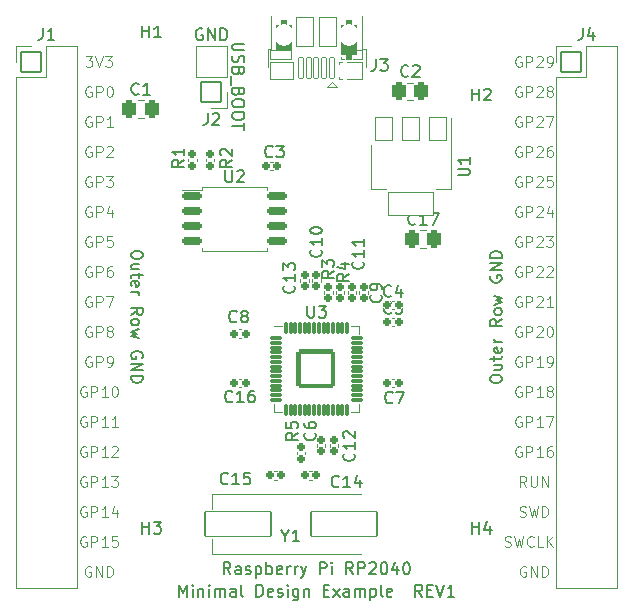
<source format=gto>
G04 #@! TF.GenerationSoftware,KiCad,Pcbnew,7.0.1-0*
G04 #@! TF.CreationDate,2023-04-02T19:02:11+10:00*
G04 #@! TF.ProjectId,RP2040_minimal,52503230-3430-45f6-9d69-6e696d616c2e,REV1*
G04 #@! TF.SameCoordinates,Original*
G04 #@! TF.FileFunction,Legend,Top*
G04 #@! TF.FilePolarity,Positive*
%FSLAX46Y46*%
G04 Gerber Fmt 4.6, Leading zero omitted, Abs format (unit mm)*
G04 Created by KiCad (PCBNEW 7.0.1-0) date 2023-04-02 19:02:11*
%MOMM*%
%LPD*%
G01*
G04 APERTURE LIST*
G04 Aperture macros list*
%AMRoundRect*
0 Rectangle with rounded corners*
0 $1 Rounding radius*
0 $2 $3 $4 $5 $6 $7 $8 $9 X,Y pos of 4 corners*
0 Add a 4 corners polygon primitive as box body*
4,1,4,$2,$3,$4,$5,$6,$7,$8,$9,$2,$3,0*
0 Add four circle primitives for the rounded corners*
1,1,$1+$1,$2,$3*
1,1,$1+$1,$4,$5*
1,1,$1+$1,$6,$7*
1,1,$1+$1,$8,$9*
0 Add four rect primitives between the rounded corners*
20,1,$1+$1,$2,$3,$4,$5,0*
20,1,$1+$1,$4,$5,$6,$7,0*
20,1,$1+$1,$6,$7,$8,$9,0*
20,1,$1+$1,$8,$9,$2,$3,0*%
G04 Aperture macros list end*
%ADD10C,0.100000*%
%ADD11C,0.150000*%
%ADD12C,0.120000*%
%ADD13RoundRect,0.301000X-0.250000X-0.475000X0.250000X-0.475000X0.250000X0.475000X-0.250000X0.475000X0*%
%ADD14RoundRect,0.051000X-0.200000X0.875000X-0.200000X-0.875000X0.200000X-0.875000X0.200000X0.875000X0*%
%ADD15RoundRect,0.051000X0.912500X0.350000X-0.912500X0.350000X-0.912500X-0.350000X0.912500X-0.350000X0*%
%ADD16RoundRect,0.051000X1.000000X0.730000X-1.000000X0.730000X-1.000000X-0.730000X1.000000X-0.730000X0*%
%ADD17RoundRect,0.435800X0.265200X1.240200X-0.265200X1.240200X-0.265200X-1.240200X0.265200X-1.240200X0*%
%ADD18O,1.402000X1.902000*%
%ADD19O,1.152000X1.552000*%
%ADD20RoundRect,0.051000X-0.712500X1.250000X-0.712500X-1.250000X0.712500X-1.250000X0.712500X1.250000X0*%
%ADD21RoundRect,0.051000X0.850000X0.850000X-0.850000X0.850000X-0.850000X-0.850000X0.850000X-0.850000X0*%
%ADD22O,1.802000X1.802000*%
%ADD23RoundRect,0.051000X-0.850000X-0.850000X0.850000X-0.850000X0.850000X0.850000X-0.850000X0.850000X0*%
%ADD24RoundRect,0.191000X0.170000X-0.140000X0.170000X0.140000X-0.170000X0.140000X-0.170000X-0.140000X0*%
%ADD25RoundRect,0.191000X0.140000X0.170000X-0.140000X0.170000X-0.140000X-0.170000X0.140000X-0.170000X0*%
%ADD26RoundRect,0.191000X-0.170000X0.140000X-0.170000X-0.140000X0.170000X-0.140000X0.170000X0.140000X0*%
%ADD27RoundRect,0.051000X-0.750000X1.000000X-0.750000X-1.000000X0.750000X-1.000000X0.750000X1.000000X0*%
%ADD28RoundRect,0.051000X-1.900000X1.000000X-1.900000X-1.000000X1.900000X-1.000000X1.900000X1.000000X0*%
%ADD29RoundRect,0.201000X-0.650000X-0.150000X0.650000X-0.150000X0.650000X0.150000X-0.650000X0.150000X0*%
%ADD30RoundRect,0.191000X-0.140000X-0.170000X0.140000X-0.170000X0.140000X0.170000X-0.140000X0.170000X0*%
%ADD31RoundRect,0.101000X-0.387500X-0.050000X0.387500X-0.050000X0.387500X0.050000X-0.387500X0.050000X0*%
%ADD32RoundRect,0.101000X-0.050000X-0.387500X0.050000X-0.387500X0.050000X0.387500X-0.050000X0.387500X0*%
%ADD33RoundRect,0.195000X-1.456000X-1.456000X1.456000X-1.456000X1.456000X1.456000X-1.456000X1.456000X0*%
%ADD34C,2.802000*%
%ADD35RoundRect,0.051000X-2.800000X-1.050000X2.800000X-1.050000X2.800000X1.050000X-2.800000X1.050000X0*%
G04 APERTURE END LIST*
D10*
X80942143Y-78639214D02*
X80856429Y-78596357D01*
X80856429Y-78596357D02*
X80727857Y-78596357D01*
X80727857Y-78596357D02*
X80599286Y-78639214D01*
X80599286Y-78639214D02*
X80513571Y-78724928D01*
X80513571Y-78724928D02*
X80470714Y-78810642D01*
X80470714Y-78810642D02*
X80427857Y-78982071D01*
X80427857Y-78982071D02*
X80427857Y-79110642D01*
X80427857Y-79110642D02*
X80470714Y-79282071D01*
X80470714Y-79282071D02*
X80513571Y-79367785D01*
X80513571Y-79367785D02*
X80599286Y-79453500D01*
X80599286Y-79453500D02*
X80727857Y-79496357D01*
X80727857Y-79496357D02*
X80813571Y-79496357D01*
X80813571Y-79496357D02*
X80942143Y-79453500D01*
X80942143Y-79453500D02*
X80985000Y-79410642D01*
X80985000Y-79410642D02*
X80985000Y-79110642D01*
X80985000Y-79110642D02*
X80813571Y-79110642D01*
X81370714Y-79496357D02*
X81370714Y-78596357D01*
X81370714Y-78596357D02*
X81713571Y-78596357D01*
X81713571Y-78596357D02*
X81799286Y-78639214D01*
X81799286Y-78639214D02*
X81842143Y-78682071D01*
X81842143Y-78682071D02*
X81885000Y-78767785D01*
X81885000Y-78767785D02*
X81885000Y-78896357D01*
X81885000Y-78896357D02*
X81842143Y-78982071D01*
X81842143Y-78982071D02*
X81799286Y-79024928D01*
X81799286Y-79024928D02*
X81713571Y-79067785D01*
X81713571Y-79067785D02*
X81370714Y-79067785D01*
X82742143Y-79496357D02*
X82227857Y-79496357D01*
X82485000Y-79496357D02*
X82485000Y-78596357D01*
X82485000Y-78596357D02*
X82399286Y-78724928D01*
X82399286Y-78724928D02*
X82313571Y-78810642D01*
X82313571Y-78810642D02*
X82227857Y-78853500D01*
X80942143Y-81179214D02*
X80856429Y-81136357D01*
X80856429Y-81136357D02*
X80727857Y-81136357D01*
X80727857Y-81136357D02*
X80599286Y-81179214D01*
X80599286Y-81179214D02*
X80513571Y-81264928D01*
X80513571Y-81264928D02*
X80470714Y-81350642D01*
X80470714Y-81350642D02*
X80427857Y-81522071D01*
X80427857Y-81522071D02*
X80427857Y-81650642D01*
X80427857Y-81650642D02*
X80470714Y-81822071D01*
X80470714Y-81822071D02*
X80513571Y-81907785D01*
X80513571Y-81907785D02*
X80599286Y-81993500D01*
X80599286Y-81993500D02*
X80727857Y-82036357D01*
X80727857Y-82036357D02*
X80813571Y-82036357D01*
X80813571Y-82036357D02*
X80942143Y-81993500D01*
X80942143Y-81993500D02*
X80985000Y-81950642D01*
X80985000Y-81950642D02*
X80985000Y-81650642D01*
X80985000Y-81650642D02*
X80813571Y-81650642D01*
X81370714Y-82036357D02*
X81370714Y-81136357D01*
X81370714Y-81136357D02*
X81713571Y-81136357D01*
X81713571Y-81136357D02*
X81799286Y-81179214D01*
X81799286Y-81179214D02*
X81842143Y-81222071D01*
X81842143Y-81222071D02*
X81885000Y-81307785D01*
X81885000Y-81307785D02*
X81885000Y-81436357D01*
X81885000Y-81436357D02*
X81842143Y-81522071D01*
X81842143Y-81522071D02*
X81799286Y-81564928D01*
X81799286Y-81564928D02*
X81713571Y-81607785D01*
X81713571Y-81607785D02*
X81370714Y-81607785D01*
X82227857Y-81222071D02*
X82270714Y-81179214D01*
X82270714Y-81179214D02*
X82356429Y-81136357D01*
X82356429Y-81136357D02*
X82570714Y-81136357D01*
X82570714Y-81136357D02*
X82656429Y-81179214D01*
X82656429Y-81179214D02*
X82699286Y-81222071D01*
X82699286Y-81222071D02*
X82742143Y-81307785D01*
X82742143Y-81307785D02*
X82742143Y-81393500D01*
X82742143Y-81393500D02*
X82699286Y-81522071D01*
X82699286Y-81522071D02*
X82185000Y-82036357D01*
X82185000Y-82036357D02*
X82742143Y-82036357D01*
X80942143Y-83719214D02*
X80856429Y-83676357D01*
X80856429Y-83676357D02*
X80727857Y-83676357D01*
X80727857Y-83676357D02*
X80599286Y-83719214D01*
X80599286Y-83719214D02*
X80513571Y-83804928D01*
X80513571Y-83804928D02*
X80470714Y-83890642D01*
X80470714Y-83890642D02*
X80427857Y-84062071D01*
X80427857Y-84062071D02*
X80427857Y-84190642D01*
X80427857Y-84190642D02*
X80470714Y-84362071D01*
X80470714Y-84362071D02*
X80513571Y-84447785D01*
X80513571Y-84447785D02*
X80599286Y-84533500D01*
X80599286Y-84533500D02*
X80727857Y-84576357D01*
X80727857Y-84576357D02*
X80813571Y-84576357D01*
X80813571Y-84576357D02*
X80942143Y-84533500D01*
X80942143Y-84533500D02*
X80985000Y-84490642D01*
X80985000Y-84490642D02*
X80985000Y-84190642D01*
X80985000Y-84190642D02*
X80813571Y-84190642D01*
X81370714Y-84576357D02*
X81370714Y-83676357D01*
X81370714Y-83676357D02*
X81713571Y-83676357D01*
X81713571Y-83676357D02*
X81799286Y-83719214D01*
X81799286Y-83719214D02*
X81842143Y-83762071D01*
X81842143Y-83762071D02*
X81885000Y-83847785D01*
X81885000Y-83847785D02*
X81885000Y-83976357D01*
X81885000Y-83976357D02*
X81842143Y-84062071D01*
X81842143Y-84062071D02*
X81799286Y-84104928D01*
X81799286Y-84104928D02*
X81713571Y-84147785D01*
X81713571Y-84147785D02*
X81370714Y-84147785D01*
X82185000Y-83676357D02*
X82742143Y-83676357D01*
X82742143Y-83676357D02*
X82442143Y-84019214D01*
X82442143Y-84019214D02*
X82570714Y-84019214D01*
X82570714Y-84019214D02*
X82656429Y-84062071D01*
X82656429Y-84062071D02*
X82699286Y-84104928D01*
X82699286Y-84104928D02*
X82742143Y-84190642D01*
X82742143Y-84190642D02*
X82742143Y-84404928D01*
X82742143Y-84404928D02*
X82699286Y-84490642D01*
X82699286Y-84490642D02*
X82656429Y-84533500D01*
X82656429Y-84533500D02*
X82570714Y-84576357D01*
X82570714Y-84576357D02*
X82313571Y-84576357D01*
X82313571Y-84576357D02*
X82227857Y-84533500D01*
X82227857Y-84533500D02*
X82185000Y-84490642D01*
X80942143Y-86259214D02*
X80856429Y-86216357D01*
X80856429Y-86216357D02*
X80727857Y-86216357D01*
X80727857Y-86216357D02*
X80599286Y-86259214D01*
X80599286Y-86259214D02*
X80513571Y-86344928D01*
X80513571Y-86344928D02*
X80470714Y-86430642D01*
X80470714Y-86430642D02*
X80427857Y-86602071D01*
X80427857Y-86602071D02*
X80427857Y-86730642D01*
X80427857Y-86730642D02*
X80470714Y-86902071D01*
X80470714Y-86902071D02*
X80513571Y-86987785D01*
X80513571Y-86987785D02*
X80599286Y-87073500D01*
X80599286Y-87073500D02*
X80727857Y-87116357D01*
X80727857Y-87116357D02*
X80813571Y-87116357D01*
X80813571Y-87116357D02*
X80942143Y-87073500D01*
X80942143Y-87073500D02*
X80985000Y-87030642D01*
X80985000Y-87030642D02*
X80985000Y-86730642D01*
X80985000Y-86730642D02*
X80813571Y-86730642D01*
X81370714Y-87116357D02*
X81370714Y-86216357D01*
X81370714Y-86216357D02*
X81713571Y-86216357D01*
X81713571Y-86216357D02*
X81799286Y-86259214D01*
X81799286Y-86259214D02*
X81842143Y-86302071D01*
X81842143Y-86302071D02*
X81885000Y-86387785D01*
X81885000Y-86387785D02*
X81885000Y-86516357D01*
X81885000Y-86516357D02*
X81842143Y-86602071D01*
X81842143Y-86602071D02*
X81799286Y-86644928D01*
X81799286Y-86644928D02*
X81713571Y-86687785D01*
X81713571Y-86687785D02*
X81370714Y-86687785D01*
X82656429Y-86516357D02*
X82656429Y-87116357D01*
X82442143Y-86173500D02*
X82227857Y-86816357D01*
X82227857Y-86816357D02*
X82785000Y-86816357D01*
X80942143Y-88799214D02*
X80856429Y-88756357D01*
X80856429Y-88756357D02*
X80727857Y-88756357D01*
X80727857Y-88756357D02*
X80599286Y-88799214D01*
X80599286Y-88799214D02*
X80513571Y-88884928D01*
X80513571Y-88884928D02*
X80470714Y-88970642D01*
X80470714Y-88970642D02*
X80427857Y-89142071D01*
X80427857Y-89142071D02*
X80427857Y-89270642D01*
X80427857Y-89270642D02*
X80470714Y-89442071D01*
X80470714Y-89442071D02*
X80513571Y-89527785D01*
X80513571Y-89527785D02*
X80599286Y-89613500D01*
X80599286Y-89613500D02*
X80727857Y-89656357D01*
X80727857Y-89656357D02*
X80813571Y-89656357D01*
X80813571Y-89656357D02*
X80942143Y-89613500D01*
X80942143Y-89613500D02*
X80985000Y-89570642D01*
X80985000Y-89570642D02*
X80985000Y-89270642D01*
X80985000Y-89270642D02*
X80813571Y-89270642D01*
X81370714Y-89656357D02*
X81370714Y-88756357D01*
X81370714Y-88756357D02*
X81713571Y-88756357D01*
X81713571Y-88756357D02*
X81799286Y-88799214D01*
X81799286Y-88799214D02*
X81842143Y-88842071D01*
X81842143Y-88842071D02*
X81885000Y-88927785D01*
X81885000Y-88927785D02*
X81885000Y-89056357D01*
X81885000Y-89056357D02*
X81842143Y-89142071D01*
X81842143Y-89142071D02*
X81799286Y-89184928D01*
X81799286Y-89184928D02*
X81713571Y-89227785D01*
X81713571Y-89227785D02*
X81370714Y-89227785D01*
X82699286Y-88756357D02*
X82270714Y-88756357D01*
X82270714Y-88756357D02*
X82227857Y-89184928D01*
X82227857Y-89184928D02*
X82270714Y-89142071D01*
X82270714Y-89142071D02*
X82356429Y-89099214D01*
X82356429Y-89099214D02*
X82570714Y-89099214D01*
X82570714Y-89099214D02*
X82656429Y-89142071D01*
X82656429Y-89142071D02*
X82699286Y-89184928D01*
X82699286Y-89184928D02*
X82742143Y-89270642D01*
X82742143Y-89270642D02*
X82742143Y-89484928D01*
X82742143Y-89484928D02*
X82699286Y-89570642D01*
X82699286Y-89570642D02*
X82656429Y-89613500D01*
X82656429Y-89613500D02*
X82570714Y-89656357D01*
X82570714Y-89656357D02*
X82356429Y-89656357D01*
X82356429Y-89656357D02*
X82270714Y-89613500D01*
X82270714Y-89613500D02*
X82227857Y-89570642D01*
X80942143Y-91339214D02*
X80856429Y-91296357D01*
X80856429Y-91296357D02*
X80727857Y-91296357D01*
X80727857Y-91296357D02*
X80599286Y-91339214D01*
X80599286Y-91339214D02*
X80513571Y-91424928D01*
X80513571Y-91424928D02*
X80470714Y-91510642D01*
X80470714Y-91510642D02*
X80427857Y-91682071D01*
X80427857Y-91682071D02*
X80427857Y-91810642D01*
X80427857Y-91810642D02*
X80470714Y-91982071D01*
X80470714Y-91982071D02*
X80513571Y-92067785D01*
X80513571Y-92067785D02*
X80599286Y-92153500D01*
X80599286Y-92153500D02*
X80727857Y-92196357D01*
X80727857Y-92196357D02*
X80813571Y-92196357D01*
X80813571Y-92196357D02*
X80942143Y-92153500D01*
X80942143Y-92153500D02*
X80985000Y-92110642D01*
X80985000Y-92110642D02*
X80985000Y-91810642D01*
X80985000Y-91810642D02*
X80813571Y-91810642D01*
X81370714Y-92196357D02*
X81370714Y-91296357D01*
X81370714Y-91296357D02*
X81713571Y-91296357D01*
X81713571Y-91296357D02*
X81799286Y-91339214D01*
X81799286Y-91339214D02*
X81842143Y-91382071D01*
X81842143Y-91382071D02*
X81885000Y-91467785D01*
X81885000Y-91467785D02*
X81885000Y-91596357D01*
X81885000Y-91596357D02*
X81842143Y-91682071D01*
X81842143Y-91682071D02*
X81799286Y-91724928D01*
X81799286Y-91724928D02*
X81713571Y-91767785D01*
X81713571Y-91767785D02*
X81370714Y-91767785D01*
X82656429Y-91296357D02*
X82485000Y-91296357D01*
X82485000Y-91296357D02*
X82399286Y-91339214D01*
X82399286Y-91339214D02*
X82356429Y-91382071D01*
X82356429Y-91382071D02*
X82270714Y-91510642D01*
X82270714Y-91510642D02*
X82227857Y-91682071D01*
X82227857Y-91682071D02*
X82227857Y-92024928D01*
X82227857Y-92024928D02*
X82270714Y-92110642D01*
X82270714Y-92110642D02*
X82313571Y-92153500D01*
X82313571Y-92153500D02*
X82399286Y-92196357D01*
X82399286Y-92196357D02*
X82570714Y-92196357D01*
X82570714Y-92196357D02*
X82656429Y-92153500D01*
X82656429Y-92153500D02*
X82699286Y-92110642D01*
X82699286Y-92110642D02*
X82742143Y-92024928D01*
X82742143Y-92024928D02*
X82742143Y-91810642D01*
X82742143Y-91810642D02*
X82699286Y-91724928D01*
X82699286Y-91724928D02*
X82656429Y-91682071D01*
X82656429Y-91682071D02*
X82570714Y-91639214D01*
X82570714Y-91639214D02*
X82399286Y-91639214D01*
X82399286Y-91639214D02*
X82313571Y-91682071D01*
X82313571Y-91682071D02*
X82270714Y-91724928D01*
X82270714Y-91724928D02*
X82227857Y-91810642D01*
X80942143Y-93879214D02*
X80856429Y-93836357D01*
X80856429Y-93836357D02*
X80727857Y-93836357D01*
X80727857Y-93836357D02*
X80599286Y-93879214D01*
X80599286Y-93879214D02*
X80513571Y-93964928D01*
X80513571Y-93964928D02*
X80470714Y-94050642D01*
X80470714Y-94050642D02*
X80427857Y-94222071D01*
X80427857Y-94222071D02*
X80427857Y-94350642D01*
X80427857Y-94350642D02*
X80470714Y-94522071D01*
X80470714Y-94522071D02*
X80513571Y-94607785D01*
X80513571Y-94607785D02*
X80599286Y-94693500D01*
X80599286Y-94693500D02*
X80727857Y-94736357D01*
X80727857Y-94736357D02*
X80813571Y-94736357D01*
X80813571Y-94736357D02*
X80942143Y-94693500D01*
X80942143Y-94693500D02*
X80985000Y-94650642D01*
X80985000Y-94650642D02*
X80985000Y-94350642D01*
X80985000Y-94350642D02*
X80813571Y-94350642D01*
X81370714Y-94736357D02*
X81370714Y-93836357D01*
X81370714Y-93836357D02*
X81713571Y-93836357D01*
X81713571Y-93836357D02*
X81799286Y-93879214D01*
X81799286Y-93879214D02*
X81842143Y-93922071D01*
X81842143Y-93922071D02*
X81885000Y-94007785D01*
X81885000Y-94007785D02*
X81885000Y-94136357D01*
X81885000Y-94136357D02*
X81842143Y-94222071D01*
X81842143Y-94222071D02*
X81799286Y-94264928D01*
X81799286Y-94264928D02*
X81713571Y-94307785D01*
X81713571Y-94307785D02*
X81370714Y-94307785D01*
X82185000Y-93836357D02*
X82785000Y-93836357D01*
X82785000Y-93836357D02*
X82399286Y-94736357D01*
X80942143Y-96419214D02*
X80856429Y-96376357D01*
X80856429Y-96376357D02*
X80727857Y-96376357D01*
X80727857Y-96376357D02*
X80599286Y-96419214D01*
X80599286Y-96419214D02*
X80513571Y-96504928D01*
X80513571Y-96504928D02*
X80470714Y-96590642D01*
X80470714Y-96590642D02*
X80427857Y-96762071D01*
X80427857Y-96762071D02*
X80427857Y-96890642D01*
X80427857Y-96890642D02*
X80470714Y-97062071D01*
X80470714Y-97062071D02*
X80513571Y-97147785D01*
X80513571Y-97147785D02*
X80599286Y-97233500D01*
X80599286Y-97233500D02*
X80727857Y-97276357D01*
X80727857Y-97276357D02*
X80813571Y-97276357D01*
X80813571Y-97276357D02*
X80942143Y-97233500D01*
X80942143Y-97233500D02*
X80985000Y-97190642D01*
X80985000Y-97190642D02*
X80985000Y-96890642D01*
X80985000Y-96890642D02*
X80813571Y-96890642D01*
X81370714Y-97276357D02*
X81370714Y-96376357D01*
X81370714Y-96376357D02*
X81713571Y-96376357D01*
X81713571Y-96376357D02*
X81799286Y-96419214D01*
X81799286Y-96419214D02*
X81842143Y-96462071D01*
X81842143Y-96462071D02*
X81885000Y-96547785D01*
X81885000Y-96547785D02*
X81885000Y-96676357D01*
X81885000Y-96676357D02*
X81842143Y-96762071D01*
X81842143Y-96762071D02*
X81799286Y-96804928D01*
X81799286Y-96804928D02*
X81713571Y-96847785D01*
X81713571Y-96847785D02*
X81370714Y-96847785D01*
X82399286Y-96762071D02*
X82313571Y-96719214D01*
X82313571Y-96719214D02*
X82270714Y-96676357D01*
X82270714Y-96676357D02*
X82227857Y-96590642D01*
X82227857Y-96590642D02*
X82227857Y-96547785D01*
X82227857Y-96547785D02*
X82270714Y-96462071D01*
X82270714Y-96462071D02*
X82313571Y-96419214D01*
X82313571Y-96419214D02*
X82399286Y-96376357D01*
X82399286Y-96376357D02*
X82570714Y-96376357D01*
X82570714Y-96376357D02*
X82656429Y-96419214D01*
X82656429Y-96419214D02*
X82699286Y-96462071D01*
X82699286Y-96462071D02*
X82742143Y-96547785D01*
X82742143Y-96547785D02*
X82742143Y-96590642D01*
X82742143Y-96590642D02*
X82699286Y-96676357D01*
X82699286Y-96676357D02*
X82656429Y-96719214D01*
X82656429Y-96719214D02*
X82570714Y-96762071D01*
X82570714Y-96762071D02*
X82399286Y-96762071D01*
X82399286Y-96762071D02*
X82313571Y-96804928D01*
X82313571Y-96804928D02*
X82270714Y-96847785D01*
X82270714Y-96847785D02*
X82227857Y-96933500D01*
X82227857Y-96933500D02*
X82227857Y-97104928D01*
X82227857Y-97104928D02*
X82270714Y-97190642D01*
X82270714Y-97190642D02*
X82313571Y-97233500D01*
X82313571Y-97233500D02*
X82399286Y-97276357D01*
X82399286Y-97276357D02*
X82570714Y-97276357D01*
X82570714Y-97276357D02*
X82656429Y-97233500D01*
X82656429Y-97233500D02*
X82699286Y-97190642D01*
X82699286Y-97190642D02*
X82742143Y-97104928D01*
X82742143Y-97104928D02*
X82742143Y-96933500D01*
X82742143Y-96933500D02*
X82699286Y-96847785D01*
X82699286Y-96847785D02*
X82656429Y-96804928D01*
X82656429Y-96804928D02*
X82570714Y-96762071D01*
X80942143Y-98959214D02*
X80856429Y-98916357D01*
X80856429Y-98916357D02*
X80727857Y-98916357D01*
X80727857Y-98916357D02*
X80599286Y-98959214D01*
X80599286Y-98959214D02*
X80513571Y-99044928D01*
X80513571Y-99044928D02*
X80470714Y-99130642D01*
X80470714Y-99130642D02*
X80427857Y-99302071D01*
X80427857Y-99302071D02*
X80427857Y-99430642D01*
X80427857Y-99430642D02*
X80470714Y-99602071D01*
X80470714Y-99602071D02*
X80513571Y-99687785D01*
X80513571Y-99687785D02*
X80599286Y-99773500D01*
X80599286Y-99773500D02*
X80727857Y-99816357D01*
X80727857Y-99816357D02*
X80813571Y-99816357D01*
X80813571Y-99816357D02*
X80942143Y-99773500D01*
X80942143Y-99773500D02*
X80985000Y-99730642D01*
X80985000Y-99730642D02*
X80985000Y-99430642D01*
X80985000Y-99430642D02*
X80813571Y-99430642D01*
X81370714Y-99816357D02*
X81370714Y-98916357D01*
X81370714Y-98916357D02*
X81713571Y-98916357D01*
X81713571Y-98916357D02*
X81799286Y-98959214D01*
X81799286Y-98959214D02*
X81842143Y-99002071D01*
X81842143Y-99002071D02*
X81885000Y-99087785D01*
X81885000Y-99087785D02*
X81885000Y-99216357D01*
X81885000Y-99216357D02*
X81842143Y-99302071D01*
X81842143Y-99302071D02*
X81799286Y-99344928D01*
X81799286Y-99344928D02*
X81713571Y-99387785D01*
X81713571Y-99387785D02*
X81370714Y-99387785D01*
X82313571Y-99816357D02*
X82485000Y-99816357D01*
X82485000Y-99816357D02*
X82570714Y-99773500D01*
X82570714Y-99773500D02*
X82613571Y-99730642D01*
X82613571Y-99730642D02*
X82699286Y-99602071D01*
X82699286Y-99602071D02*
X82742143Y-99430642D01*
X82742143Y-99430642D02*
X82742143Y-99087785D01*
X82742143Y-99087785D02*
X82699286Y-99002071D01*
X82699286Y-99002071D02*
X82656429Y-98959214D01*
X82656429Y-98959214D02*
X82570714Y-98916357D01*
X82570714Y-98916357D02*
X82399286Y-98916357D01*
X82399286Y-98916357D02*
X82313571Y-98959214D01*
X82313571Y-98959214D02*
X82270714Y-99002071D01*
X82270714Y-99002071D02*
X82227857Y-99087785D01*
X82227857Y-99087785D02*
X82227857Y-99302071D01*
X82227857Y-99302071D02*
X82270714Y-99387785D01*
X82270714Y-99387785D02*
X82313571Y-99430642D01*
X82313571Y-99430642D02*
X82399286Y-99473500D01*
X82399286Y-99473500D02*
X82570714Y-99473500D01*
X82570714Y-99473500D02*
X82656429Y-99430642D01*
X82656429Y-99430642D02*
X82699286Y-99387785D01*
X82699286Y-99387785D02*
X82742143Y-99302071D01*
X80513571Y-104039214D02*
X80427857Y-103996357D01*
X80427857Y-103996357D02*
X80299285Y-103996357D01*
X80299285Y-103996357D02*
X80170714Y-104039214D01*
X80170714Y-104039214D02*
X80084999Y-104124928D01*
X80084999Y-104124928D02*
X80042142Y-104210642D01*
X80042142Y-104210642D02*
X79999285Y-104382071D01*
X79999285Y-104382071D02*
X79999285Y-104510642D01*
X79999285Y-104510642D02*
X80042142Y-104682071D01*
X80042142Y-104682071D02*
X80084999Y-104767785D01*
X80084999Y-104767785D02*
X80170714Y-104853500D01*
X80170714Y-104853500D02*
X80299285Y-104896357D01*
X80299285Y-104896357D02*
X80384999Y-104896357D01*
X80384999Y-104896357D02*
X80513571Y-104853500D01*
X80513571Y-104853500D02*
X80556428Y-104810642D01*
X80556428Y-104810642D02*
X80556428Y-104510642D01*
X80556428Y-104510642D02*
X80384999Y-104510642D01*
X80942142Y-104896357D02*
X80942142Y-103996357D01*
X80942142Y-103996357D02*
X81284999Y-103996357D01*
X81284999Y-103996357D02*
X81370714Y-104039214D01*
X81370714Y-104039214D02*
X81413571Y-104082071D01*
X81413571Y-104082071D02*
X81456428Y-104167785D01*
X81456428Y-104167785D02*
X81456428Y-104296357D01*
X81456428Y-104296357D02*
X81413571Y-104382071D01*
X81413571Y-104382071D02*
X81370714Y-104424928D01*
X81370714Y-104424928D02*
X81284999Y-104467785D01*
X81284999Y-104467785D02*
X80942142Y-104467785D01*
X82313571Y-104896357D02*
X81799285Y-104896357D01*
X82056428Y-104896357D02*
X82056428Y-103996357D01*
X82056428Y-103996357D02*
X81970714Y-104124928D01*
X81970714Y-104124928D02*
X81884999Y-104210642D01*
X81884999Y-104210642D02*
X81799285Y-104253500D01*
X83170714Y-104896357D02*
X82656428Y-104896357D01*
X82913571Y-104896357D02*
X82913571Y-103996357D01*
X82913571Y-103996357D02*
X82827857Y-104124928D01*
X82827857Y-104124928D02*
X82742142Y-104210642D01*
X82742142Y-104210642D02*
X82656428Y-104253500D01*
X80513571Y-101499214D02*
X80427857Y-101456357D01*
X80427857Y-101456357D02*
X80299285Y-101456357D01*
X80299285Y-101456357D02*
X80170714Y-101499214D01*
X80170714Y-101499214D02*
X80084999Y-101584928D01*
X80084999Y-101584928D02*
X80042142Y-101670642D01*
X80042142Y-101670642D02*
X79999285Y-101842071D01*
X79999285Y-101842071D02*
X79999285Y-101970642D01*
X79999285Y-101970642D02*
X80042142Y-102142071D01*
X80042142Y-102142071D02*
X80084999Y-102227785D01*
X80084999Y-102227785D02*
X80170714Y-102313500D01*
X80170714Y-102313500D02*
X80299285Y-102356357D01*
X80299285Y-102356357D02*
X80384999Y-102356357D01*
X80384999Y-102356357D02*
X80513571Y-102313500D01*
X80513571Y-102313500D02*
X80556428Y-102270642D01*
X80556428Y-102270642D02*
X80556428Y-101970642D01*
X80556428Y-101970642D02*
X80384999Y-101970642D01*
X80942142Y-102356357D02*
X80942142Y-101456357D01*
X80942142Y-101456357D02*
X81284999Y-101456357D01*
X81284999Y-101456357D02*
X81370714Y-101499214D01*
X81370714Y-101499214D02*
X81413571Y-101542071D01*
X81413571Y-101542071D02*
X81456428Y-101627785D01*
X81456428Y-101627785D02*
X81456428Y-101756357D01*
X81456428Y-101756357D02*
X81413571Y-101842071D01*
X81413571Y-101842071D02*
X81370714Y-101884928D01*
X81370714Y-101884928D02*
X81284999Y-101927785D01*
X81284999Y-101927785D02*
X80942142Y-101927785D01*
X82313571Y-102356357D02*
X81799285Y-102356357D01*
X82056428Y-102356357D02*
X82056428Y-101456357D01*
X82056428Y-101456357D02*
X81970714Y-101584928D01*
X81970714Y-101584928D02*
X81884999Y-101670642D01*
X81884999Y-101670642D02*
X81799285Y-101713500D01*
X82870714Y-101456357D02*
X82956428Y-101456357D01*
X82956428Y-101456357D02*
X83042142Y-101499214D01*
X83042142Y-101499214D02*
X83085000Y-101542071D01*
X83085000Y-101542071D02*
X83127857Y-101627785D01*
X83127857Y-101627785D02*
X83170714Y-101799214D01*
X83170714Y-101799214D02*
X83170714Y-102013500D01*
X83170714Y-102013500D02*
X83127857Y-102184928D01*
X83127857Y-102184928D02*
X83085000Y-102270642D01*
X83085000Y-102270642D02*
X83042142Y-102313500D01*
X83042142Y-102313500D02*
X82956428Y-102356357D01*
X82956428Y-102356357D02*
X82870714Y-102356357D01*
X82870714Y-102356357D02*
X82785000Y-102313500D01*
X82785000Y-102313500D02*
X82742142Y-102270642D01*
X82742142Y-102270642D02*
X82699285Y-102184928D01*
X82699285Y-102184928D02*
X82656428Y-102013500D01*
X82656428Y-102013500D02*
X82656428Y-101799214D01*
X82656428Y-101799214D02*
X82699285Y-101627785D01*
X82699285Y-101627785D02*
X82742142Y-101542071D01*
X82742142Y-101542071D02*
X82785000Y-101499214D01*
X82785000Y-101499214D02*
X82870714Y-101456357D01*
X80513571Y-106579214D02*
X80427857Y-106536357D01*
X80427857Y-106536357D02*
X80299285Y-106536357D01*
X80299285Y-106536357D02*
X80170714Y-106579214D01*
X80170714Y-106579214D02*
X80084999Y-106664928D01*
X80084999Y-106664928D02*
X80042142Y-106750642D01*
X80042142Y-106750642D02*
X79999285Y-106922071D01*
X79999285Y-106922071D02*
X79999285Y-107050642D01*
X79999285Y-107050642D02*
X80042142Y-107222071D01*
X80042142Y-107222071D02*
X80084999Y-107307785D01*
X80084999Y-107307785D02*
X80170714Y-107393500D01*
X80170714Y-107393500D02*
X80299285Y-107436357D01*
X80299285Y-107436357D02*
X80384999Y-107436357D01*
X80384999Y-107436357D02*
X80513571Y-107393500D01*
X80513571Y-107393500D02*
X80556428Y-107350642D01*
X80556428Y-107350642D02*
X80556428Y-107050642D01*
X80556428Y-107050642D02*
X80384999Y-107050642D01*
X80942142Y-107436357D02*
X80942142Y-106536357D01*
X80942142Y-106536357D02*
X81284999Y-106536357D01*
X81284999Y-106536357D02*
X81370714Y-106579214D01*
X81370714Y-106579214D02*
X81413571Y-106622071D01*
X81413571Y-106622071D02*
X81456428Y-106707785D01*
X81456428Y-106707785D02*
X81456428Y-106836357D01*
X81456428Y-106836357D02*
X81413571Y-106922071D01*
X81413571Y-106922071D02*
X81370714Y-106964928D01*
X81370714Y-106964928D02*
X81284999Y-107007785D01*
X81284999Y-107007785D02*
X80942142Y-107007785D01*
X82313571Y-107436357D02*
X81799285Y-107436357D01*
X82056428Y-107436357D02*
X82056428Y-106536357D01*
X82056428Y-106536357D02*
X81970714Y-106664928D01*
X81970714Y-106664928D02*
X81884999Y-106750642D01*
X81884999Y-106750642D02*
X81799285Y-106793500D01*
X82656428Y-106622071D02*
X82699285Y-106579214D01*
X82699285Y-106579214D02*
X82785000Y-106536357D01*
X82785000Y-106536357D02*
X82999285Y-106536357D01*
X82999285Y-106536357D02*
X83085000Y-106579214D01*
X83085000Y-106579214D02*
X83127857Y-106622071D01*
X83127857Y-106622071D02*
X83170714Y-106707785D01*
X83170714Y-106707785D02*
X83170714Y-106793500D01*
X83170714Y-106793500D02*
X83127857Y-106922071D01*
X83127857Y-106922071D02*
X82613571Y-107436357D01*
X82613571Y-107436357D02*
X83170714Y-107436357D01*
X80513571Y-109119214D02*
X80427857Y-109076357D01*
X80427857Y-109076357D02*
X80299285Y-109076357D01*
X80299285Y-109076357D02*
X80170714Y-109119214D01*
X80170714Y-109119214D02*
X80084999Y-109204928D01*
X80084999Y-109204928D02*
X80042142Y-109290642D01*
X80042142Y-109290642D02*
X79999285Y-109462071D01*
X79999285Y-109462071D02*
X79999285Y-109590642D01*
X79999285Y-109590642D02*
X80042142Y-109762071D01*
X80042142Y-109762071D02*
X80084999Y-109847785D01*
X80084999Y-109847785D02*
X80170714Y-109933500D01*
X80170714Y-109933500D02*
X80299285Y-109976357D01*
X80299285Y-109976357D02*
X80384999Y-109976357D01*
X80384999Y-109976357D02*
X80513571Y-109933500D01*
X80513571Y-109933500D02*
X80556428Y-109890642D01*
X80556428Y-109890642D02*
X80556428Y-109590642D01*
X80556428Y-109590642D02*
X80384999Y-109590642D01*
X80942142Y-109976357D02*
X80942142Y-109076357D01*
X80942142Y-109076357D02*
X81284999Y-109076357D01*
X81284999Y-109076357D02*
X81370714Y-109119214D01*
X81370714Y-109119214D02*
X81413571Y-109162071D01*
X81413571Y-109162071D02*
X81456428Y-109247785D01*
X81456428Y-109247785D02*
X81456428Y-109376357D01*
X81456428Y-109376357D02*
X81413571Y-109462071D01*
X81413571Y-109462071D02*
X81370714Y-109504928D01*
X81370714Y-109504928D02*
X81284999Y-109547785D01*
X81284999Y-109547785D02*
X80942142Y-109547785D01*
X82313571Y-109976357D02*
X81799285Y-109976357D01*
X82056428Y-109976357D02*
X82056428Y-109076357D01*
X82056428Y-109076357D02*
X81970714Y-109204928D01*
X81970714Y-109204928D02*
X81884999Y-109290642D01*
X81884999Y-109290642D02*
X81799285Y-109333500D01*
X82613571Y-109076357D02*
X83170714Y-109076357D01*
X83170714Y-109076357D02*
X82870714Y-109419214D01*
X82870714Y-109419214D02*
X82999285Y-109419214D01*
X82999285Y-109419214D02*
X83085000Y-109462071D01*
X83085000Y-109462071D02*
X83127857Y-109504928D01*
X83127857Y-109504928D02*
X83170714Y-109590642D01*
X83170714Y-109590642D02*
X83170714Y-109804928D01*
X83170714Y-109804928D02*
X83127857Y-109890642D01*
X83127857Y-109890642D02*
X83085000Y-109933500D01*
X83085000Y-109933500D02*
X82999285Y-109976357D01*
X82999285Y-109976357D02*
X82742142Y-109976357D01*
X82742142Y-109976357D02*
X82656428Y-109933500D01*
X82656428Y-109933500D02*
X82613571Y-109890642D01*
X80513571Y-114199214D02*
X80427857Y-114156357D01*
X80427857Y-114156357D02*
X80299285Y-114156357D01*
X80299285Y-114156357D02*
X80170714Y-114199214D01*
X80170714Y-114199214D02*
X80084999Y-114284928D01*
X80084999Y-114284928D02*
X80042142Y-114370642D01*
X80042142Y-114370642D02*
X79999285Y-114542071D01*
X79999285Y-114542071D02*
X79999285Y-114670642D01*
X79999285Y-114670642D02*
X80042142Y-114842071D01*
X80042142Y-114842071D02*
X80084999Y-114927785D01*
X80084999Y-114927785D02*
X80170714Y-115013500D01*
X80170714Y-115013500D02*
X80299285Y-115056357D01*
X80299285Y-115056357D02*
X80384999Y-115056357D01*
X80384999Y-115056357D02*
X80513571Y-115013500D01*
X80513571Y-115013500D02*
X80556428Y-114970642D01*
X80556428Y-114970642D02*
X80556428Y-114670642D01*
X80556428Y-114670642D02*
X80384999Y-114670642D01*
X80942142Y-115056357D02*
X80942142Y-114156357D01*
X80942142Y-114156357D02*
X81284999Y-114156357D01*
X81284999Y-114156357D02*
X81370714Y-114199214D01*
X81370714Y-114199214D02*
X81413571Y-114242071D01*
X81413571Y-114242071D02*
X81456428Y-114327785D01*
X81456428Y-114327785D02*
X81456428Y-114456357D01*
X81456428Y-114456357D02*
X81413571Y-114542071D01*
X81413571Y-114542071D02*
X81370714Y-114584928D01*
X81370714Y-114584928D02*
X81284999Y-114627785D01*
X81284999Y-114627785D02*
X80942142Y-114627785D01*
X82313571Y-115056357D02*
X81799285Y-115056357D01*
X82056428Y-115056357D02*
X82056428Y-114156357D01*
X82056428Y-114156357D02*
X81970714Y-114284928D01*
X81970714Y-114284928D02*
X81884999Y-114370642D01*
X81884999Y-114370642D02*
X81799285Y-114413500D01*
X83127857Y-114156357D02*
X82699285Y-114156357D01*
X82699285Y-114156357D02*
X82656428Y-114584928D01*
X82656428Y-114584928D02*
X82699285Y-114542071D01*
X82699285Y-114542071D02*
X82785000Y-114499214D01*
X82785000Y-114499214D02*
X82999285Y-114499214D01*
X82999285Y-114499214D02*
X83085000Y-114542071D01*
X83085000Y-114542071D02*
X83127857Y-114584928D01*
X83127857Y-114584928D02*
X83170714Y-114670642D01*
X83170714Y-114670642D02*
X83170714Y-114884928D01*
X83170714Y-114884928D02*
X83127857Y-114970642D01*
X83127857Y-114970642D02*
X83085000Y-115013500D01*
X83085000Y-115013500D02*
X82999285Y-115056357D01*
X82999285Y-115056357D02*
X82785000Y-115056357D01*
X82785000Y-115056357D02*
X82699285Y-115013500D01*
X82699285Y-115013500D02*
X82656428Y-114970642D01*
X80513571Y-111659214D02*
X80427857Y-111616357D01*
X80427857Y-111616357D02*
X80299285Y-111616357D01*
X80299285Y-111616357D02*
X80170714Y-111659214D01*
X80170714Y-111659214D02*
X80084999Y-111744928D01*
X80084999Y-111744928D02*
X80042142Y-111830642D01*
X80042142Y-111830642D02*
X79999285Y-112002071D01*
X79999285Y-112002071D02*
X79999285Y-112130642D01*
X79999285Y-112130642D02*
X80042142Y-112302071D01*
X80042142Y-112302071D02*
X80084999Y-112387785D01*
X80084999Y-112387785D02*
X80170714Y-112473500D01*
X80170714Y-112473500D02*
X80299285Y-112516357D01*
X80299285Y-112516357D02*
X80384999Y-112516357D01*
X80384999Y-112516357D02*
X80513571Y-112473500D01*
X80513571Y-112473500D02*
X80556428Y-112430642D01*
X80556428Y-112430642D02*
X80556428Y-112130642D01*
X80556428Y-112130642D02*
X80384999Y-112130642D01*
X80942142Y-112516357D02*
X80942142Y-111616357D01*
X80942142Y-111616357D02*
X81284999Y-111616357D01*
X81284999Y-111616357D02*
X81370714Y-111659214D01*
X81370714Y-111659214D02*
X81413571Y-111702071D01*
X81413571Y-111702071D02*
X81456428Y-111787785D01*
X81456428Y-111787785D02*
X81456428Y-111916357D01*
X81456428Y-111916357D02*
X81413571Y-112002071D01*
X81413571Y-112002071D02*
X81370714Y-112044928D01*
X81370714Y-112044928D02*
X81284999Y-112087785D01*
X81284999Y-112087785D02*
X80942142Y-112087785D01*
X82313571Y-112516357D02*
X81799285Y-112516357D01*
X82056428Y-112516357D02*
X82056428Y-111616357D01*
X82056428Y-111616357D02*
X81970714Y-111744928D01*
X81970714Y-111744928D02*
X81884999Y-111830642D01*
X81884999Y-111830642D02*
X81799285Y-111873500D01*
X83085000Y-111916357D02*
X83085000Y-112516357D01*
X82870714Y-111573500D02*
X82656428Y-112216357D01*
X82656428Y-112216357D02*
X83213571Y-112216357D01*
X117343571Y-76099214D02*
X117257857Y-76056357D01*
X117257857Y-76056357D02*
X117129285Y-76056357D01*
X117129285Y-76056357D02*
X117000714Y-76099214D01*
X117000714Y-76099214D02*
X116914999Y-76184928D01*
X116914999Y-76184928D02*
X116872142Y-76270642D01*
X116872142Y-76270642D02*
X116829285Y-76442071D01*
X116829285Y-76442071D02*
X116829285Y-76570642D01*
X116829285Y-76570642D02*
X116872142Y-76742071D01*
X116872142Y-76742071D02*
X116914999Y-76827785D01*
X116914999Y-76827785D02*
X117000714Y-76913500D01*
X117000714Y-76913500D02*
X117129285Y-76956357D01*
X117129285Y-76956357D02*
X117214999Y-76956357D01*
X117214999Y-76956357D02*
X117343571Y-76913500D01*
X117343571Y-76913500D02*
X117386428Y-76870642D01*
X117386428Y-76870642D02*
X117386428Y-76570642D01*
X117386428Y-76570642D02*
X117214999Y-76570642D01*
X117772142Y-76956357D02*
X117772142Y-76056357D01*
X117772142Y-76056357D02*
X118114999Y-76056357D01*
X118114999Y-76056357D02*
X118200714Y-76099214D01*
X118200714Y-76099214D02*
X118243571Y-76142071D01*
X118243571Y-76142071D02*
X118286428Y-76227785D01*
X118286428Y-76227785D02*
X118286428Y-76356357D01*
X118286428Y-76356357D02*
X118243571Y-76442071D01*
X118243571Y-76442071D02*
X118200714Y-76484928D01*
X118200714Y-76484928D02*
X118114999Y-76527785D01*
X118114999Y-76527785D02*
X117772142Y-76527785D01*
X118629285Y-76142071D02*
X118672142Y-76099214D01*
X118672142Y-76099214D02*
X118757857Y-76056357D01*
X118757857Y-76056357D02*
X118972142Y-76056357D01*
X118972142Y-76056357D02*
X119057857Y-76099214D01*
X119057857Y-76099214D02*
X119100714Y-76142071D01*
X119100714Y-76142071D02*
X119143571Y-76227785D01*
X119143571Y-76227785D02*
X119143571Y-76313500D01*
X119143571Y-76313500D02*
X119100714Y-76442071D01*
X119100714Y-76442071D02*
X118586428Y-76956357D01*
X118586428Y-76956357D02*
X119143571Y-76956357D01*
X119657857Y-76442071D02*
X119572142Y-76399214D01*
X119572142Y-76399214D02*
X119529285Y-76356357D01*
X119529285Y-76356357D02*
X119486428Y-76270642D01*
X119486428Y-76270642D02*
X119486428Y-76227785D01*
X119486428Y-76227785D02*
X119529285Y-76142071D01*
X119529285Y-76142071D02*
X119572142Y-76099214D01*
X119572142Y-76099214D02*
X119657857Y-76056357D01*
X119657857Y-76056357D02*
X119829285Y-76056357D01*
X119829285Y-76056357D02*
X119915000Y-76099214D01*
X119915000Y-76099214D02*
X119957857Y-76142071D01*
X119957857Y-76142071D02*
X120000714Y-76227785D01*
X120000714Y-76227785D02*
X120000714Y-76270642D01*
X120000714Y-76270642D02*
X119957857Y-76356357D01*
X119957857Y-76356357D02*
X119915000Y-76399214D01*
X119915000Y-76399214D02*
X119829285Y-76442071D01*
X119829285Y-76442071D02*
X119657857Y-76442071D01*
X119657857Y-76442071D02*
X119572142Y-76484928D01*
X119572142Y-76484928D02*
X119529285Y-76527785D01*
X119529285Y-76527785D02*
X119486428Y-76613500D01*
X119486428Y-76613500D02*
X119486428Y-76784928D01*
X119486428Y-76784928D02*
X119529285Y-76870642D01*
X119529285Y-76870642D02*
X119572142Y-76913500D01*
X119572142Y-76913500D02*
X119657857Y-76956357D01*
X119657857Y-76956357D02*
X119829285Y-76956357D01*
X119829285Y-76956357D02*
X119915000Y-76913500D01*
X119915000Y-76913500D02*
X119957857Y-76870642D01*
X119957857Y-76870642D02*
X120000714Y-76784928D01*
X120000714Y-76784928D02*
X120000714Y-76613500D01*
X120000714Y-76613500D02*
X119957857Y-76527785D01*
X119957857Y-76527785D02*
X119915000Y-76484928D01*
X119915000Y-76484928D02*
X119829285Y-76442071D01*
X117343571Y-78639214D02*
X117257857Y-78596357D01*
X117257857Y-78596357D02*
X117129285Y-78596357D01*
X117129285Y-78596357D02*
X117000714Y-78639214D01*
X117000714Y-78639214D02*
X116914999Y-78724928D01*
X116914999Y-78724928D02*
X116872142Y-78810642D01*
X116872142Y-78810642D02*
X116829285Y-78982071D01*
X116829285Y-78982071D02*
X116829285Y-79110642D01*
X116829285Y-79110642D02*
X116872142Y-79282071D01*
X116872142Y-79282071D02*
X116914999Y-79367785D01*
X116914999Y-79367785D02*
X117000714Y-79453500D01*
X117000714Y-79453500D02*
X117129285Y-79496357D01*
X117129285Y-79496357D02*
X117214999Y-79496357D01*
X117214999Y-79496357D02*
X117343571Y-79453500D01*
X117343571Y-79453500D02*
X117386428Y-79410642D01*
X117386428Y-79410642D02*
X117386428Y-79110642D01*
X117386428Y-79110642D02*
X117214999Y-79110642D01*
X117772142Y-79496357D02*
X117772142Y-78596357D01*
X117772142Y-78596357D02*
X118114999Y-78596357D01*
X118114999Y-78596357D02*
X118200714Y-78639214D01*
X118200714Y-78639214D02*
X118243571Y-78682071D01*
X118243571Y-78682071D02*
X118286428Y-78767785D01*
X118286428Y-78767785D02*
X118286428Y-78896357D01*
X118286428Y-78896357D02*
X118243571Y-78982071D01*
X118243571Y-78982071D02*
X118200714Y-79024928D01*
X118200714Y-79024928D02*
X118114999Y-79067785D01*
X118114999Y-79067785D02*
X117772142Y-79067785D01*
X118629285Y-78682071D02*
X118672142Y-78639214D01*
X118672142Y-78639214D02*
X118757857Y-78596357D01*
X118757857Y-78596357D02*
X118972142Y-78596357D01*
X118972142Y-78596357D02*
X119057857Y-78639214D01*
X119057857Y-78639214D02*
X119100714Y-78682071D01*
X119100714Y-78682071D02*
X119143571Y-78767785D01*
X119143571Y-78767785D02*
X119143571Y-78853500D01*
X119143571Y-78853500D02*
X119100714Y-78982071D01*
X119100714Y-78982071D02*
X118586428Y-79496357D01*
X118586428Y-79496357D02*
X119143571Y-79496357D01*
X119443571Y-78596357D02*
X120043571Y-78596357D01*
X120043571Y-78596357D02*
X119657857Y-79496357D01*
X117343571Y-81179214D02*
X117257857Y-81136357D01*
X117257857Y-81136357D02*
X117129285Y-81136357D01*
X117129285Y-81136357D02*
X117000714Y-81179214D01*
X117000714Y-81179214D02*
X116914999Y-81264928D01*
X116914999Y-81264928D02*
X116872142Y-81350642D01*
X116872142Y-81350642D02*
X116829285Y-81522071D01*
X116829285Y-81522071D02*
X116829285Y-81650642D01*
X116829285Y-81650642D02*
X116872142Y-81822071D01*
X116872142Y-81822071D02*
X116914999Y-81907785D01*
X116914999Y-81907785D02*
X117000714Y-81993500D01*
X117000714Y-81993500D02*
X117129285Y-82036357D01*
X117129285Y-82036357D02*
X117214999Y-82036357D01*
X117214999Y-82036357D02*
X117343571Y-81993500D01*
X117343571Y-81993500D02*
X117386428Y-81950642D01*
X117386428Y-81950642D02*
X117386428Y-81650642D01*
X117386428Y-81650642D02*
X117214999Y-81650642D01*
X117772142Y-82036357D02*
X117772142Y-81136357D01*
X117772142Y-81136357D02*
X118114999Y-81136357D01*
X118114999Y-81136357D02*
X118200714Y-81179214D01*
X118200714Y-81179214D02*
X118243571Y-81222071D01*
X118243571Y-81222071D02*
X118286428Y-81307785D01*
X118286428Y-81307785D02*
X118286428Y-81436357D01*
X118286428Y-81436357D02*
X118243571Y-81522071D01*
X118243571Y-81522071D02*
X118200714Y-81564928D01*
X118200714Y-81564928D02*
X118114999Y-81607785D01*
X118114999Y-81607785D02*
X117772142Y-81607785D01*
X118629285Y-81222071D02*
X118672142Y-81179214D01*
X118672142Y-81179214D02*
X118757857Y-81136357D01*
X118757857Y-81136357D02*
X118972142Y-81136357D01*
X118972142Y-81136357D02*
X119057857Y-81179214D01*
X119057857Y-81179214D02*
X119100714Y-81222071D01*
X119100714Y-81222071D02*
X119143571Y-81307785D01*
X119143571Y-81307785D02*
X119143571Y-81393500D01*
X119143571Y-81393500D02*
X119100714Y-81522071D01*
X119100714Y-81522071D02*
X118586428Y-82036357D01*
X118586428Y-82036357D02*
X119143571Y-82036357D01*
X119915000Y-81136357D02*
X119743571Y-81136357D01*
X119743571Y-81136357D02*
X119657857Y-81179214D01*
X119657857Y-81179214D02*
X119615000Y-81222071D01*
X119615000Y-81222071D02*
X119529285Y-81350642D01*
X119529285Y-81350642D02*
X119486428Y-81522071D01*
X119486428Y-81522071D02*
X119486428Y-81864928D01*
X119486428Y-81864928D02*
X119529285Y-81950642D01*
X119529285Y-81950642D02*
X119572142Y-81993500D01*
X119572142Y-81993500D02*
X119657857Y-82036357D01*
X119657857Y-82036357D02*
X119829285Y-82036357D01*
X119829285Y-82036357D02*
X119915000Y-81993500D01*
X119915000Y-81993500D02*
X119957857Y-81950642D01*
X119957857Y-81950642D02*
X120000714Y-81864928D01*
X120000714Y-81864928D02*
X120000714Y-81650642D01*
X120000714Y-81650642D02*
X119957857Y-81564928D01*
X119957857Y-81564928D02*
X119915000Y-81522071D01*
X119915000Y-81522071D02*
X119829285Y-81479214D01*
X119829285Y-81479214D02*
X119657857Y-81479214D01*
X119657857Y-81479214D02*
X119572142Y-81522071D01*
X119572142Y-81522071D02*
X119529285Y-81564928D01*
X119529285Y-81564928D02*
X119486428Y-81650642D01*
X117343571Y-83719214D02*
X117257857Y-83676357D01*
X117257857Y-83676357D02*
X117129285Y-83676357D01*
X117129285Y-83676357D02*
X117000714Y-83719214D01*
X117000714Y-83719214D02*
X116914999Y-83804928D01*
X116914999Y-83804928D02*
X116872142Y-83890642D01*
X116872142Y-83890642D02*
X116829285Y-84062071D01*
X116829285Y-84062071D02*
X116829285Y-84190642D01*
X116829285Y-84190642D02*
X116872142Y-84362071D01*
X116872142Y-84362071D02*
X116914999Y-84447785D01*
X116914999Y-84447785D02*
X117000714Y-84533500D01*
X117000714Y-84533500D02*
X117129285Y-84576357D01*
X117129285Y-84576357D02*
X117214999Y-84576357D01*
X117214999Y-84576357D02*
X117343571Y-84533500D01*
X117343571Y-84533500D02*
X117386428Y-84490642D01*
X117386428Y-84490642D02*
X117386428Y-84190642D01*
X117386428Y-84190642D02*
X117214999Y-84190642D01*
X117772142Y-84576357D02*
X117772142Y-83676357D01*
X117772142Y-83676357D02*
X118114999Y-83676357D01*
X118114999Y-83676357D02*
X118200714Y-83719214D01*
X118200714Y-83719214D02*
X118243571Y-83762071D01*
X118243571Y-83762071D02*
X118286428Y-83847785D01*
X118286428Y-83847785D02*
X118286428Y-83976357D01*
X118286428Y-83976357D02*
X118243571Y-84062071D01*
X118243571Y-84062071D02*
X118200714Y-84104928D01*
X118200714Y-84104928D02*
X118114999Y-84147785D01*
X118114999Y-84147785D02*
X117772142Y-84147785D01*
X118629285Y-83762071D02*
X118672142Y-83719214D01*
X118672142Y-83719214D02*
X118757857Y-83676357D01*
X118757857Y-83676357D02*
X118972142Y-83676357D01*
X118972142Y-83676357D02*
X119057857Y-83719214D01*
X119057857Y-83719214D02*
X119100714Y-83762071D01*
X119100714Y-83762071D02*
X119143571Y-83847785D01*
X119143571Y-83847785D02*
X119143571Y-83933500D01*
X119143571Y-83933500D02*
X119100714Y-84062071D01*
X119100714Y-84062071D02*
X118586428Y-84576357D01*
X118586428Y-84576357D02*
X119143571Y-84576357D01*
X119957857Y-83676357D02*
X119529285Y-83676357D01*
X119529285Y-83676357D02*
X119486428Y-84104928D01*
X119486428Y-84104928D02*
X119529285Y-84062071D01*
X119529285Y-84062071D02*
X119615000Y-84019214D01*
X119615000Y-84019214D02*
X119829285Y-84019214D01*
X119829285Y-84019214D02*
X119915000Y-84062071D01*
X119915000Y-84062071D02*
X119957857Y-84104928D01*
X119957857Y-84104928D02*
X120000714Y-84190642D01*
X120000714Y-84190642D02*
X120000714Y-84404928D01*
X120000714Y-84404928D02*
X119957857Y-84490642D01*
X119957857Y-84490642D02*
X119915000Y-84533500D01*
X119915000Y-84533500D02*
X119829285Y-84576357D01*
X119829285Y-84576357D02*
X119615000Y-84576357D01*
X119615000Y-84576357D02*
X119529285Y-84533500D01*
X119529285Y-84533500D02*
X119486428Y-84490642D01*
X117343571Y-86259214D02*
X117257857Y-86216357D01*
X117257857Y-86216357D02*
X117129285Y-86216357D01*
X117129285Y-86216357D02*
X117000714Y-86259214D01*
X117000714Y-86259214D02*
X116914999Y-86344928D01*
X116914999Y-86344928D02*
X116872142Y-86430642D01*
X116872142Y-86430642D02*
X116829285Y-86602071D01*
X116829285Y-86602071D02*
X116829285Y-86730642D01*
X116829285Y-86730642D02*
X116872142Y-86902071D01*
X116872142Y-86902071D02*
X116914999Y-86987785D01*
X116914999Y-86987785D02*
X117000714Y-87073500D01*
X117000714Y-87073500D02*
X117129285Y-87116357D01*
X117129285Y-87116357D02*
X117214999Y-87116357D01*
X117214999Y-87116357D02*
X117343571Y-87073500D01*
X117343571Y-87073500D02*
X117386428Y-87030642D01*
X117386428Y-87030642D02*
X117386428Y-86730642D01*
X117386428Y-86730642D02*
X117214999Y-86730642D01*
X117772142Y-87116357D02*
X117772142Y-86216357D01*
X117772142Y-86216357D02*
X118114999Y-86216357D01*
X118114999Y-86216357D02*
X118200714Y-86259214D01*
X118200714Y-86259214D02*
X118243571Y-86302071D01*
X118243571Y-86302071D02*
X118286428Y-86387785D01*
X118286428Y-86387785D02*
X118286428Y-86516357D01*
X118286428Y-86516357D02*
X118243571Y-86602071D01*
X118243571Y-86602071D02*
X118200714Y-86644928D01*
X118200714Y-86644928D02*
X118114999Y-86687785D01*
X118114999Y-86687785D02*
X117772142Y-86687785D01*
X118629285Y-86302071D02*
X118672142Y-86259214D01*
X118672142Y-86259214D02*
X118757857Y-86216357D01*
X118757857Y-86216357D02*
X118972142Y-86216357D01*
X118972142Y-86216357D02*
X119057857Y-86259214D01*
X119057857Y-86259214D02*
X119100714Y-86302071D01*
X119100714Y-86302071D02*
X119143571Y-86387785D01*
X119143571Y-86387785D02*
X119143571Y-86473500D01*
X119143571Y-86473500D02*
X119100714Y-86602071D01*
X119100714Y-86602071D02*
X118586428Y-87116357D01*
X118586428Y-87116357D02*
X119143571Y-87116357D01*
X119915000Y-86516357D02*
X119915000Y-87116357D01*
X119700714Y-86173500D02*
X119486428Y-86816357D01*
X119486428Y-86816357D02*
X120043571Y-86816357D01*
X117343571Y-88799214D02*
X117257857Y-88756357D01*
X117257857Y-88756357D02*
X117129285Y-88756357D01*
X117129285Y-88756357D02*
X117000714Y-88799214D01*
X117000714Y-88799214D02*
X116914999Y-88884928D01*
X116914999Y-88884928D02*
X116872142Y-88970642D01*
X116872142Y-88970642D02*
X116829285Y-89142071D01*
X116829285Y-89142071D02*
X116829285Y-89270642D01*
X116829285Y-89270642D02*
X116872142Y-89442071D01*
X116872142Y-89442071D02*
X116914999Y-89527785D01*
X116914999Y-89527785D02*
X117000714Y-89613500D01*
X117000714Y-89613500D02*
X117129285Y-89656357D01*
X117129285Y-89656357D02*
X117214999Y-89656357D01*
X117214999Y-89656357D02*
X117343571Y-89613500D01*
X117343571Y-89613500D02*
X117386428Y-89570642D01*
X117386428Y-89570642D02*
X117386428Y-89270642D01*
X117386428Y-89270642D02*
X117214999Y-89270642D01*
X117772142Y-89656357D02*
X117772142Y-88756357D01*
X117772142Y-88756357D02*
X118114999Y-88756357D01*
X118114999Y-88756357D02*
X118200714Y-88799214D01*
X118200714Y-88799214D02*
X118243571Y-88842071D01*
X118243571Y-88842071D02*
X118286428Y-88927785D01*
X118286428Y-88927785D02*
X118286428Y-89056357D01*
X118286428Y-89056357D02*
X118243571Y-89142071D01*
X118243571Y-89142071D02*
X118200714Y-89184928D01*
X118200714Y-89184928D02*
X118114999Y-89227785D01*
X118114999Y-89227785D02*
X117772142Y-89227785D01*
X118629285Y-88842071D02*
X118672142Y-88799214D01*
X118672142Y-88799214D02*
X118757857Y-88756357D01*
X118757857Y-88756357D02*
X118972142Y-88756357D01*
X118972142Y-88756357D02*
X119057857Y-88799214D01*
X119057857Y-88799214D02*
X119100714Y-88842071D01*
X119100714Y-88842071D02*
X119143571Y-88927785D01*
X119143571Y-88927785D02*
X119143571Y-89013500D01*
X119143571Y-89013500D02*
X119100714Y-89142071D01*
X119100714Y-89142071D02*
X118586428Y-89656357D01*
X118586428Y-89656357D02*
X119143571Y-89656357D01*
X119443571Y-88756357D02*
X120000714Y-88756357D01*
X120000714Y-88756357D02*
X119700714Y-89099214D01*
X119700714Y-89099214D02*
X119829285Y-89099214D01*
X119829285Y-89099214D02*
X119915000Y-89142071D01*
X119915000Y-89142071D02*
X119957857Y-89184928D01*
X119957857Y-89184928D02*
X120000714Y-89270642D01*
X120000714Y-89270642D02*
X120000714Y-89484928D01*
X120000714Y-89484928D02*
X119957857Y-89570642D01*
X119957857Y-89570642D02*
X119915000Y-89613500D01*
X119915000Y-89613500D02*
X119829285Y-89656357D01*
X119829285Y-89656357D02*
X119572142Y-89656357D01*
X119572142Y-89656357D02*
X119486428Y-89613500D01*
X119486428Y-89613500D02*
X119443571Y-89570642D01*
X117343571Y-93879214D02*
X117257857Y-93836357D01*
X117257857Y-93836357D02*
X117129285Y-93836357D01*
X117129285Y-93836357D02*
X117000714Y-93879214D01*
X117000714Y-93879214D02*
X116914999Y-93964928D01*
X116914999Y-93964928D02*
X116872142Y-94050642D01*
X116872142Y-94050642D02*
X116829285Y-94222071D01*
X116829285Y-94222071D02*
X116829285Y-94350642D01*
X116829285Y-94350642D02*
X116872142Y-94522071D01*
X116872142Y-94522071D02*
X116914999Y-94607785D01*
X116914999Y-94607785D02*
X117000714Y-94693500D01*
X117000714Y-94693500D02*
X117129285Y-94736357D01*
X117129285Y-94736357D02*
X117214999Y-94736357D01*
X117214999Y-94736357D02*
X117343571Y-94693500D01*
X117343571Y-94693500D02*
X117386428Y-94650642D01*
X117386428Y-94650642D02*
X117386428Y-94350642D01*
X117386428Y-94350642D02*
X117214999Y-94350642D01*
X117772142Y-94736357D02*
X117772142Y-93836357D01*
X117772142Y-93836357D02*
X118114999Y-93836357D01*
X118114999Y-93836357D02*
X118200714Y-93879214D01*
X118200714Y-93879214D02*
X118243571Y-93922071D01*
X118243571Y-93922071D02*
X118286428Y-94007785D01*
X118286428Y-94007785D02*
X118286428Y-94136357D01*
X118286428Y-94136357D02*
X118243571Y-94222071D01*
X118243571Y-94222071D02*
X118200714Y-94264928D01*
X118200714Y-94264928D02*
X118114999Y-94307785D01*
X118114999Y-94307785D02*
X117772142Y-94307785D01*
X118629285Y-93922071D02*
X118672142Y-93879214D01*
X118672142Y-93879214D02*
X118757857Y-93836357D01*
X118757857Y-93836357D02*
X118972142Y-93836357D01*
X118972142Y-93836357D02*
X119057857Y-93879214D01*
X119057857Y-93879214D02*
X119100714Y-93922071D01*
X119100714Y-93922071D02*
X119143571Y-94007785D01*
X119143571Y-94007785D02*
X119143571Y-94093500D01*
X119143571Y-94093500D02*
X119100714Y-94222071D01*
X119100714Y-94222071D02*
X118586428Y-94736357D01*
X118586428Y-94736357D02*
X119143571Y-94736357D01*
X120000714Y-94736357D02*
X119486428Y-94736357D01*
X119743571Y-94736357D02*
X119743571Y-93836357D01*
X119743571Y-93836357D02*
X119657857Y-93964928D01*
X119657857Y-93964928D02*
X119572142Y-94050642D01*
X119572142Y-94050642D02*
X119486428Y-94093500D01*
X117343571Y-96419214D02*
X117257857Y-96376357D01*
X117257857Y-96376357D02*
X117129285Y-96376357D01*
X117129285Y-96376357D02*
X117000714Y-96419214D01*
X117000714Y-96419214D02*
X116914999Y-96504928D01*
X116914999Y-96504928D02*
X116872142Y-96590642D01*
X116872142Y-96590642D02*
X116829285Y-96762071D01*
X116829285Y-96762071D02*
X116829285Y-96890642D01*
X116829285Y-96890642D02*
X116872142Y-97062071D01*
X116872142Y-97062071D02*
X116914999Y-97147785D01*
X116914999Y-97147785D02*
X117000714Y-97233500D01*
X117000714Y-97233500D02*
X117129285Y-97276357D01*
X117129285Y-97276357D02*
X117214999Y-97276357D01*
X117214999Y-97276357D02*
X117343571Y-97233500D01*
X117343571Y-97233500D02*
X117386428Y-97190642D01*
X117386428Y-97190642D02*
X117386428Y-96890642D01*
X117386428Y-96890642D02*
X117214999Y-96890642D01*
X117772142Y-97276357D02*
X117772142Y-96376357D01*
X117772142Y-96376357D02*
X118114999Y-96376357D01*
X118114999Y-96376357D02*
X118200714Y-96419214D01*
X118200714Y-96419214D02*
X118243571Y-96462071D01*
X118243571Y-96462071D02*
X118286428Y-96547785D01*
X118286428Y-96547785D02*
X118286428Y-96676357D01*
X118286428Y-96676357D02*
X118243571Y-96762071D01*
X118243571Y-96762071D02*
X118200714Y-96804928D01*
X118200714Y-96804928D02*
X118114999Y-96847785D01*
X118114999Y-96847785D02*
X117772142Y-96847785D01*
X118629285Y-96462071D02*
X118672142Y-96419214D01*
X118672142Y-96419214D02*
X118757857Y-96376357D01*
X118757857Y-96376357D02*
X118972142Y-96376357D01*
X118972142Y-96376357D02*
X119057857Y-96419214D01*
X119057857Y-96419214D02*
X119100714Y-96462071D01*
X119100714Y-96462071D02*
X119143571Y-96547785D01*
X119143571Y-96547785D02*
X119143571Y-96633500D01*
X119143571Y-96633500D02*
X119100714Y-96762071D01*
X119100714Y-96762071D02*
X118586428Y-97276357D01*
X118586428Y-97276357D02*
X119143571Y-97276357D01*
X119700714Y-96376357D02*
X119786428Y-96376357D01*
X119786428Y-96376357D02*
X119872142Y-96419214D01*
X119872142Y-96419214D02*
X119915000Y-96462071D01*
X119915000Y-96462071D02*
X119957857Y-96547785D01*
X119957857Y-96547785D02*
X120000714Y-96719214D01*
X120000714Y-96719214D02*
X120000714Y-96933500D01*
X120000714Y-96933500D02*
X119957857Y-97104928D01*
X119957857Y-97104928D02*
X119915000Y-97190642D01*
X119915000Y-97190642D02*
X119872142Y-97233500D01*
X119872142Y-97233500D02*
X119786428Y-97276357D01*
X119786428Y-97276357D02*
X119700714Y-97276357D01*
X119700714Y-97276357D02*
X119615000Y-97233500D01*
X119615000Y-97233500D02*
X119572142Y-97190642D01*
X119572142Y-97190642D02*
X119529285Y-97104928D01*
X119529285Y-97104928D02*
X119486428Y-96933500D01*
X119486428Y-96933500D02*
X119486428Y-96719214D01*
X119486428Y-96719214D02*
X119529285Y-96547785D01*
X119529285Y-96547785D02*
X119572142Y-96462071D01*
X119572142Y-96462071D02*
X119615000Y-96419214D01*
X119615000Y-96419214D02*
X119700714Y-96376357D01*
X117343571Y-98959214D02*
X117257857Y-98916357D01*
X117257857Y-98916357D02*
X117129285Y-98916357D01*
X117129285Y-98916357D02*
X117000714Y-98959214D01*
X117000714Y-98959214D02*
X116914999Y-99044928D01*
X116914999Y-99044928D02*
X116872142Y-99130642D01*
X116872142Y-99130642D02*
X116829285Y-99302071D01*
X116829285Y-99302071D02*
X116829285Y-99430642D01*
X116829285Y-99430642D02*
X116872142Y-99602071D01*
X116872142Y-99602071D02*
X116914999Y-99687785D01*
X116914999Y-99687785D02*
X117000714Y-99773500D01*
X117000714Y-99773500D02*
X117129285Y-99816357D01*
X117129285Y-99816357D02*
X117214999Y-99816357D01*
X117214999Y-99816357D02*
X117343571Y-99773500D01*
X117343571Y-99773500D02*
X117386428Y-99730642D01*
X117386428Y-99730642D02*
X117386428Y-99430642D01*
X117386428Y-99430642D02*
X117214999Y-99430642D01*
X117772142Y-99816357D02*
X117772142Y-98916357D01*
X117772142Y-98916357D02*
X118114999Y-98916357D01*
X118114999Y-98916357D02*
X118200714Y-98959214D01*
X118200714Y-98959214D02*
X118243571Y-99002071D01*
X118243571Y-99002071D02*
X118286428Y-99087785D01*
X118286428Y-99087785D02*
X118286428Y-99216357D01*
X118286428Y-99216357D02*
X118243571Y-99302071D01*
X118243571Y-99302071D02*
X118200714Y-99344928D01*
X118200714Y-99344928D02*
X118114999Y-99387785D01*
X118114999Y-99387785D02*
X117772142Y-99387785D01*
X119143571Y-99816357D02*
X118629285Y-99816357D01*
X118886428Y-99816357D02*
X118886428Y-98916357D01*
X118886428Y-98916357D02*
X118800714Y-99044928D01*
X118800714Y-99044928D02*
X118714999Y-99130642D01*
X118714999Y-99130642D02*
X118629285Y-99173500D01*
X119572142Y-99816357D02*
X119743571Y-99816357D01*
X119743571Y-99816357D02*
X119829285Y-99773500D01*
X119829285Y-99773500D02*
X119872142Y-99730642D01*
X119872142Y-99730642D02*
X119957857Y-99602071D01*
X119957857Y-99602071D02*
X120000714Y-99430642D01*
X120000714Y-99430642D02*
X120000714Y-99087785D01*
X120000714Y-99087785D02*
X119957857Y-99002071D01*
X119957857Y-99002071D02*
X119915000Y-98959214D01*
X119915000Y-98959214D02*
X119829285Y-98916357D01*
X119829285Y-98916357D02*
X119657857Y-98916357D01*
X119657857Y-98916357D02*
X119572142Y-98959214D01*
X119572142Y-98959214D02*
X119529285Y-99002071D01*
X119529285Y-99002071D02*
X119486428Y-99087785D01*
X119486428Y-99087785D02*
X119486428Y-99302071D01*
X119486428Y-99302071D02*
X119529285Y-99387785D01*
X119529285Y-99387785D02*
X119572142Y-99430642D01*
X119572142Y-99430642D02*
X119657857Y-99473500D01*
X119657857Y-99473500D02*
X119829285Y-99473500D01*
X119829285Y-99473500D02*
X119915000Y-99430642D01*
X119915000Y-99430642D02*
X119957857Y-99387785D01*
X119957857Y-99387785D02*
X120000714Y-99302071D01*
X117343571Y-104039214D02*
X117257857Y-103996357D01*
X117257857Y-103996357D02*
X117129285Y-103996357D01*
X117129285Y-103996357D02*
X117000714Y-104039214D01*
X117000714Y-104039214D02*
X116914999Y-104124928D01*
X116914999Y-104124928D02*
X116872142Y-104210642D01*
X116872142Y-104210642D02*
X116829285Y-104382071D01*
X116829285Y-104382071D02*
X116829285Y-104510642D01*
X116829285Y-104510642D02*
X116872142Y-104682071D01*
X116872142Y-104682071D02*
X116914999Y-104767785D01*
X116914999Y-104767785D02*
X117000714Y-104853500D01*
X117000714Y-104853500D02*
X117129285Y-104896357D01*
X117129285Y-104896357D02*
X117214999Y-104896357D01*
X117214999Y-104896357D02*
X117343571Y-104853500D01*
X117343571Y-104853500D02*
X117386428Y-104810642D01*
X117386428Y-104810642D02*
X117386428Y-104510642D01*
X117386428Y-104510642D02*
X117214999Y-104510642D01*
X117772142Y-104896357D02*
X117772142Y-103996357D01*
X117772142Y-103996357D02*
X118114999Y-103996357D01*
X118114999Y-103996357D02*
X118200714Y-104039214D01*
X118200714Y-104039214D02*
X118243571Y-104082071D01*
X118243571Y-104082071D02*
X118286428Y-104167785D01*
X118286428Y-104167785D02*
X118286428Y-104296357D01*
X118286428Y-104296357D02*
X118243571Y-104382071D01*
X118243571Y-104382071D02*
X118200714Y-104424928D01*
X118200714Y-104424928D02*
X118114999Y-104467785D01*
X118114999Y-104467785D02*
X117772142Y-104467785D01*
X119143571Y-104896357D02*
X118629285Y-104896357D01*
X118886428Y-104896357D02*
X118886428Y-103996357D01*
X118886428Y-103996357D02*
X118800714Y-104124928D01*
X118800714Y-104124928D02*
X118714999Y-104210642D01*
X118714999Y-104210642D02*
X118629285Y-104253500D01*
X119443571Y-103996357D02*
X120043571Y-103996357D01*
X120043571Y-103996357D02*
X119657857Y-104896357D01*
X117343571Y-91339214D02*
X117257857Y-91296357D01*
X117257857Y-91296357D02*
X117129285Y-91296357D01*
X117129285Y-91296357D02*
X117000714Y-91339214D01*
X117000714Y-91339214D02*
X116914999Y-91424928D01*
X116914999Y-91424928D02*
X116872142Y-91510642D01*
X116872142Y-91510642D02*
X116829285Y-91682071D01*
X116829285Y-91682071D02*
X116829285Y-91810642D01*
X116829285Y-91810642D02*
X116872142Y-91982071D01*
X116872142Y-91982071D02*
X116914999Y-92067785D01*
X116914999Y-92067785D02*
X117000714Y-92153500D01*
X117000714Y-92153500D02*
X117129285Y-92196357D01*
X117129285Y-92196357D02*
X117214999Y-92196357D01*
X117214999Y-92196357D02*
X117343571Y-92153500D01*
X117343571Y-92153500D02*
X117386428Y-92110642D01*
X117386428Y-92110642D02*
X117386428Y-91810642D01*
X117386428Y-91810642D02*
X117214999Y-91810642D01*
X117772142Y-92196357D02*
X117772142Y-91296357D01*
X117772142Y-91296357D02*
X118114999Y-91296357D01*
X118114999Y-91296357D02*
X118200714Y-91339214D01*
X118200714Y-91339214D02*
X118243571Y-91382071D01*
X118243571Y-91382071D02*
X118286428Y-91467785D01*
X118286428Y-91467785D02*
X118286428Y-91596357D01*
X118286428Y-91596357D02*
X118243571Y-91682071D01*
X118243571Y-91682071D02*
X118200714Y-91724928D01*
X118200714Y-91724928D02*
X118114999Y-91767785D01*
X118114999Y-91767785D02*
X117772142Y-91767785D01*
X118629285Y-91382071D02*
X118672142Y-91339214D01*
X118672142Y-91339214D02*
X118757857Y-91296357D01*
X118757857Y-91296357D02*
X118972142Y-91296357D01*
X118972142Y-91296357D02*
X119057857Y-91339214D01*
X119057857Y-91339214D02*
X119100714Y-91382071D01*
X119100714Y-91382071D02*
X119143571Y-91467785D01*
X119143571Y-91467785D02*
X119143571Y-91553500D01*
X119143571Y-91553500D02*
X119100714Y-91682071D01*
X119100714Y-91682071D02*
X118586428Y-92196357D01*
X118586428Y-92196357D02*
X119143571Y-92196357D01*
X119486428Y-91382071D02*
X119529285Y-91339214D01*
X119529285Y-91339214D02*
X119615000Y-91296357D01*
X119615000Y-91296357D02*
X119829285Y-91296357D01*
X119829285Y-91296357D02*
X119915000Y-91339214D01*
X119915000Y-91339214D02*
X119957857Y-91382071D01*
X119957857Y-91382071D02*
X120000714Y-91467785D01*
X120000714Y-91467785D02*
X120000714Y-91553500D01*
X120000714Y-91553500D02*
X119957857Y-91682071D01*
X119957857Y-91682071D02*
X119443571Y-92196357D01*
X119443571Y-92196357D02*
X120000714Y-92196357D01*
X117343571Y-101499214D02*
X117257857Y-101456357D01*
X117257857Y-101456357D02*
X117129285Y-101456357D01*
X117129285Y-101456357D02*
X117000714Y-101499214D01*
X117000714Y-101499214D02*
X116914999Y-101584928D01*
X116914999Y-101584928D02*
X116872142Y-101670642D01*
X116872142Y-101670642D02*
X116829285Y-101842071D01*
X116829285Y-101842071D02*
X116829285Y-101970642D01*
X116829285Y-101970642D02*
X116872142Y-102142071D01*
X116872142Y-102142071D02*
X116914999Y-102227785D01*
X116914999Y-102227785D02*
X117000714Y-102313500D01*
X117000714Y-102313500D02*
X117129285Y-102356357D01*
X117129285Y-102356357D02*
X117214999Y-102356357D01*
X117214999Y-102356357D02*
X117343571Y-102313500D01*
X117343571Y-102313500D02*
X117386428Y-102270642D01*
X117386428Y-102270642D02*
X117386428Y-101970642D01*
X117386428Y-101970642D02*
X117214999Y-101970642D01*
X117772142Y-102356357D02*
X117772142Y-101456357D01*
X117772142Y-101456357D02*
X118114999Y-101456357D01*
X118114999Y-101456357D02*
X118200714Y-101499214D01*
X118200714Y-101499214D02*
X118243571Y-101542071D01*
X118243571Y-101542071D02*
X118286428Y-101627785D01*
X118286428Y-101627785D02*
X118286428Y-101756357D01*
X118286428Y-101756357D02*
X118243571Y-101842071D01*
X118243571Y-101842071D02*
X118200714Y-101884928D01*
X118200714Y-101884928D02*
X118114999Y-101927785D01*
X118114999Y-101927785D02*
X117772142Y-101927785D01*
X119143571Y-102356357D02*
X118629285Y-102356357D01*
X118886428Y-102356357D02*
X118886428Y-101456357D01*
X118886428Y-101456357D02*
X118800714Y-101584928D01*
X118800714Y-101584928D02*
X118714999Y-101670642D01*
X118714999Y-101670642D02*
X118629285Y-101713500D01*
X119657857Y-101842071D02*
X119572142Y-101799214D01*
X119572142Y-101799214D02*
X119529285Y-101756357D01*
X119529285Y-101756357D02*
X119486428Y-101670642D01*
X119486428Y-101670642D02*
X119486428Y-101627785D01*
X119486428Y-101627785D02*
X119529285Y-101542071D01*
X119529285Y-101542071D02*
X119572142Y-101499214D01*
X119572142Y-101499214D02*
X119657857Y-101456357D01*
X119657857Y-101456357D02*
X119829285Y-101456357D01*
X119829285Y-101456357D02*
X119915000Y-101499214D01*
X119915000Y-101499214D02*
X119957857Y-101542071D01*
X119957857Y-101542071D02*
X120000714Y-101627785D01*
X120000714Y-101627785D02*
X120000714Y-101670642D01*
X120000714Y-101670642D02*
X119957857Y-101756357D01*
X119957857Y-101756357D02*
X119915000Y-101799214D01*
X119915000Y-101799214D02*
X119829285Y-101842071D01*
X119829285Y-101842071D02*
X119657857Y-101842071D01*
X119657857Y-101842071D02*
X119572142Y-101884928D01*
X119572142Y-101884928D02*
X119529285Y-101927785D01*
X119529285Y-101927785D02*
X119486428Y-102013500D01*
X119486428Y-102013500D02*
X119486428Y-102184928D01*
X119486428Y-102184928D02*
X119529285Y-102270642D01*
X119529285Y-102270642D02*
X119572142Y-102313500D01*
X119572142Y-102313500D02*
X119657857Y-102356357D01*
X119657857Y-102356357D02*
X119829285Y-102356357D01*
X119829285Y-102356357D02*
X119915000Y-102313500D01*
X119915000Y-102313500D02*
X119957857Y-102270642D01*
X119957857Y-102270642D02*
X120000714Y-102184928D01*
X120000714Y-102184928D02*
X120000714Y-102013500D01*
X120000714Y-102013500D02*
X119957857Y-101927785D01*
X119957857Y-101927785D02*
X119915000Y-101884928D01*
X119915000Y-101884928D02*
X119829285Y-101842071D01*
X115934786Y-115013500D02*
X116063358Y-115056357D01*
X116063358Y-115056357D02*
X116277643Y-115056357D01*
X116277643Y-115056357D02*
X116363358Y-115013500D01*
X116363358Y-115013500D02*
X116406215Y-114970642D01*
X116406215Y-114970642D02*
X116449072Y-114884928D01*
X116449072Y-114884928D02*
X116449072Y-114799214D01*
X116449072Y-114799214D02*
X116406215Y-114713500D01*
X116406215Y-114713500D02*
X116363358Y-114670642D01*
X116363358Y-114670642D02*
X116277643Y-114627785D01*
X116277643Y-114627785D02*
X116106215Y-114584928D01*
X116106215Y-114584928D02*
X116020500Y-114542071D01*
X116020500Y-114542071D02*
X115977643Y-114499214D01*
X115977643Y-114499214D02*
X115934786Y-114413500D01*
X115934786Y-114413500D02*
X115934786Y-114327785D01*
X115934786Y-114327785D02*
X115977643Y-114242071D01*
X115977643Y-114242071D02*
X116020500Y-114199214D01*
X116020500Y-114199214D02*
X116106215Y-114156357D01*
X116106215Y-114156357D02*
X116320500Y-114156357D01*
X116320500Y-114156357D02*
X116449072Y-114199214D01*
X116749072Y-114156357D02*
X116963358Y-115056357D01*
X116963358Y-115056357D02*
X117134786Y-114413500D01*
X117134786Y-114413500D02*
X117306215Y-115056357D01*
X117306215Y-115056357D02*
X117520501Y-114156357D01*
X118377643Y-114970642D02*
X118334786Y-115013500D01*
X118334786Y-115013500D02*
X118206214Y-115056357D01*
X118206214Y-115056357D02*
X118120500Y-115056357D01*
X118120500Y-115056357D02*
X117991929Y-115013500D01*
X117991929Y-115013500D02*
X117906214Y-114927785D01*
X117906214Y-114927785D02*
X117863357Y-114842071D01*
X117863357Y-114842071D02*
X117820500Y-114670642D01*
X117820500Y-114670642D02*
X117820500Y-114542071D01*
X117820500Y-114542071D02*
X117863357Y-114370642D01*
X117863357Y-114370642D02*
X117906214Y-114284928D01*
X117906214Y-114284928D02*
X117991929Y-114199214D01*
X117991929Y-114199214D02*
X118120500Y-114156357D01*
X118120500Y-114156357D02*
X118206214Y-114156357D01*
X118206214Y-114156357D02*
X118334786Y-114199214D01*
X118334786Y-114199214D02*
X118377643Y-114242071D01*
X119191929Y-115056357D02*
X118763357Y-115056357D01*
X118763357Y-115056357D02*
X118763357Y-114156357D01*
X119491928Y-115056357D02*
X119491928Y-114156357D01*
X120006214Y-115056357D02*
X119620500Y-114542071D01*
X120006214Y-114156357D02*
X119491928Y-114670642D01*
X117193571Y-112473500D02*
X117322143Y-112516357D01*
X117322143Y-112516357D02*
X117536428Y-112516357D01*
X117536428Y-112516357D02*
X117622143Y-112473500D01*
X117622143Y-112473500D02*
X117665000Y-112430642D01*
X117665000Y-112430642D02*
X117707857Y-112344928D01*
X117707857Y-112344928D02*
X117707857Y-112259214D01*
X117707857Y-112259214D02*
X117665000Y-112173500D01*
X117665000Y-112173500D02*
X117622143Y-112130642D01*
X117622143Y-112130642D02*
X117536428Y-112087785D01*
X117536428Y-112087785D02*
X117365000Y-112044928D01*
X117365000Y-112044928D02*
X117279285Y-112002071D01*
X117279285Y-112002071D02*
X117236428Y-111959214D01*
X117236428Y-111959214D02*
X117193571Y-111873500D01*
X117193571Y-111873500D02*
X117193571Y-111787785D01*
X117193571Y-111787785D02*
X117236428Y-111702071D01*
X117236428Y-111702071D02*
X117279285Y-111659214D01*
X117279285Y-111659214D02*
X117365000Y-111616357D01*
X117365000Y-111616357D02*
X117579285Y-111616357D01*
X117579285Y-111616357D02*
X117707857Y-111659214D01*
X118007857Y-111616357D02*
X118222143Y-112516357D01*
X118222143Y-112516357D02*
X118393571Y-111873500D01*
X118393571Y-111873500D02*
X118565000Y-112516357D01*
X118565000Y-112516357D02*
X118779286Y-111616357D01*
X119122142Y-112516357D02*
X119122142Y-111616357D01*
X119122142Y-111616357D02*
X119336428Y-111616357D01*
X119336428Y-111616357D02*
X119464999Y-111659214D01*
X119464999Y-111659214D02*
X119550714Y-111744928D01*
X119550714Y-111744928D02*
X119593571Y-111830642D01*
X119593571Y-111830642D02*
X119636428Y-112002071D01*
X119636428Y-112002071D02*
X119636428Y-112130642D01*
X119636428Y-112130642D02*
X119593571Y-112302071D01*
X119593571Y-112302071D02*
X119550714Y-112387785D01*
X119550714Y-112387785D02*
X119464999Y-112473500D01*
X119464999Y-112473500D02*
X119336428Y-112516357D01*
X119336428Y-112516357D02*
X119122142Y-112516357D01*
X117343571Y-106579214D02*
X117257857Y-106536357D01*
X117257857Y-106536357D02*
X117129285Y-106536357D01*
X117129285Y-106536357D02*
X117000714Y-106579214D01*
X117000714Y-106579214D02*
X116914999Y-106664928D01*
X116914999Y-106664928D02*
X116872142Y-106750642D01*
X116872142Y-106750642D02*
X116829285Y-106922071D01*
X116829285Y-106922071D02*
X116829285Y-107050642D01*
X116829285Y-107050642D02*
X116872142Y-107222071D01*
X116872142Y-107222071D02*
X116914999Y-107307785D01*
X116914999Y-107307785D02*
X117000714Y-107393500D01*
X117000714Y-107393500D02*
X117129285Y-107436357D01*
X117129285Y-107436357D02*
X117214999Y-107436357D01*
X117214999Y-107436357D02*
X117343571Y-107393500D01*
X117343571Y-107393500D02*
X117386428Y-107350642D01*
X117386428Y-107350642D02*
X117386428Y-107050642D01*
X117386428Y-107050642D02*
X117214999Y-107050642D01*
X117772142Y-107436357D02*
X117772142Y-106536357D01*
X117772142Y-106536357D02*
X118114999Y-106536357D01*
X118114999Y-106536357D02*
X118200714Y-106579214D01*
X118200714Y-106579214D02*
X118243571Y-106622071D01*
X118243571Y-106622071D02*
X118286428Y-106707785D01*
X118286428Y-106707785D02*
X118286428Y-106836357D01*
X118286428Y-106836357D02*
X118243571Y-106922071D01*
X118243571Y-106922071D02*
X118200714Y-106964928D01*
X118200714Y-106964928D02*
X118114999Y-107007785D01*
X118114999Y-107007785D02*
X117772142Y-107007785D01*
X119143571Y-107436357D02*
X118629285Y-107436357D01*
X118886428Y-107436357D02*
X118886428Y-106536357D01*
X118886428Y-106536357D02*
X118800714Y-106664928D01*
X118800714Y-106664928D02*
X118714999Y-106750642D01*
X118714999Y-106750642D02*
X118629285Y-106793500D01*
X119915000Y-106536357D02*
X119743571Y-106536357D01*
X119743571Y-106536357D02*
X119657857Y-106579214D01*
X119657857Y-106579214D02*
X119615000Y-106622071D01*
X119615000Y-106622071D02*
X119529285Y-106750642D01*
X119529285Y-106750642D02*
X119486428Y-106922071D01*
X119486428Y-106922071D02*
X119486428Y-107264928D01*
X119486428Y-107264928D02*
X119529285Y-107350642D01*
X119529285Y-107350642D02*
X119572142Y-107393500D01*
X119572142Y-107393500D02*
X119657857Y-107436357D01*
X119657857Y-107436357D02*
X119829285Y-107436357D01*
X119829285Y-107436357D02*
X119915000Y-107393500D01*
X119915000Y-107393500D02*
X119957857Y-107350642D01*
X119957857Y-107350642D02*
X120000714Y-107264928D01*
X120000714Y-107264928D02*
X120000714Y-107050642D01*
X120000714Y-107050642D02*
X119957857Y-106964928D01*
X119957857Y-106964928D02*
X119915000Y-106922071D01*
X119915000Y-106922071D02*
X119829285Y-106879214D01*
X119829285Y-106879214D02*
X119657857Y-106879214D01*
X119657857Y-106879214D02*
X119572142Y-106922071D01*
X119572142Y-106922071D02*
X119529285Y-106964928D01*
X119529285Y-106964928D02*
X119486428Y-107050642D01*
X117750714Y-109976357D02*
X117450714Y-109547785D01*
X117236428Y-109976357D02*
X117236428Y-109076357D01*
X117236428Y-109076357D02*
X117579285Y-109076357D01*
X117579285Y-109076357D02*
X117665000Y-109119214D01*
X117665000Y-109119214D02*
X117707857Y-109162071D01*
X117707857Y-109162071D02*
X117750714Y-109247785D01*
X117750714Y-109247785D02*
X117750714Y-109376357D01*
X117750714Y-109376357D02*
X117707857Y-109462071D01*
X117707857Y-109462071D02*
X117665000Y-109504928D01*
X117665000Y-109504928D02*
X117579285Y-109547785D01*
X117579285Y-109547785D02*
X117236428Y-109547785D01*
X118136428Y-109076357D02*
X118136428Y-109804928D01*
X118136428Y-109804928D02*
X118179285Y-109890642D01*
X118179285Y-109890642D02*
X118222143Y-109933500D01*
X118222143Y-109933500D02*
X118307857Y-109976357D01*
X118307857Y-109976357D02*
X118479285Y-109976357D01*
X118479285Y-109976357D02*
X118565000Y-109933500D01*
X118565000Y-109933500D02*
X118607857Y-109890642D01*
X118607857Y-109890642D02*
X118650714Y-109804928D01*
X118650714Y-109804928D02*
X118650714Y-109076357D01*
X119079285Y-109976357D02*
X119079285Y-109076357D01*
X119079285Y-109076357D02*
X119593571Y-109976357D01*
X119593571Y-109976357D02*
X119593571Y-109076357D01*
X80899286Y-116739214D02*
X80813572Y-116696357D01*
X80813572Y-116696357D02*
X80685000Y-116696357D01*
X80685000Y-116696357D02*
X80556429Y-116739214D01*
X80556429Y-116739214D02*
X80470714Y-116824928D01*
X80470714Y-116824928D02*
X80427857Y-116910642D01*
X80427857Y-116910642D02*
X80385000Y-117082071D01*
X80385000Y-117082071D02*
X80385000Y-117210642D01*
X80385000Y-117210642D02*
X80427857Y-117382071D01*
X80427857Y-117382071D02*
X80470714Y-117467785D01*
X80470714Y-117467785D02*
X80556429Y-117553500D01*
X80556429Y-117553500D02*
X80685000Y-117596357D01*
X80685000Y-117596357D02*
X80770714Y-117596357D01*
X80770714Y-117596357D02*
X80899286Y-117553500D01*
X80899286Y-117553500D02*
X80942143Y-117510642D01*
X80942143Y-117510642D02*
X80942143Y-117210642D01*
X80942143Y-117210642D02*
X80770714Y-117210642D01*
X81327857Y-117596357D02*
X81327857Y-116696357D01*
X81327857Y-116696357D02*
X81842143Y-117596357D01*
X81842143Y-117596357D02*
X81842143Y-116696357D01*
X82270714Y-117596357D02*
X82270714Y-116696357D01*
X82270714Y-116696357D02*
X82485000Y-116696357D01*
X82485000Y-116696357D02*
X82613571Y-116739214D01*
X82613571Y-116739214D02*
X82699286Y-116824928D01*
X82699286Y-116824928D02*
X82742143Y-116910642D01*
X82742143Y-116910642D02*
X82785000Y-117082071D01*
X82785000Y-117082071D02*
X82785000Y-117210642D01*
X82785000Y-117210642D02*
X82742143Y-117382071D01*
X82742143Y-117382071D02*
X82699286Y-117467785D01*
X82699286Y-117467785D02*
X82613571Y-117553500D01*
X82613571Y-117553500D02*
X82485000Y-117596357D01*
X82485000Y-117596357D02*
X82270714Y-117596357D01*
X117729286Y-116739214D02*
X117643572Y-116696357D01*
X117643572Y-116696357D02*
X117515000Y-116696357D01*
X117515000Y-116696357D02*
X117386429Y-116739214D01*
X117386429Y-116739214D02*
X117300714Y-116824928D01*
X117300714Y-116824928D02*
X117257857Y-116910642D01*
X117257857Y-116910642D02*
X117215000Y-117082071D01*
X117215000Y-117082071D02*
X117215000Y-117210642D01*
X117215000Y-117210642D02*
X117257857Y-117382071D01*
X117257857Y-117382071D02*
X117300714Y-117467785D01*
X117300714Y-117467785D02*
X117386429Y-117553500D01*
X117386429Y-117553500D02*
X117515000Y-117596357D01*
X117515000Y-117596357D02*
X117600714Y-117596357D01*
X117600714Y-117596357D02*
X117729286Y-117553500D01*
X117729286Y-117553500D02*
X117772143Y-117510642D01*
X117772143Y-117510642D02*
X117772143Y-117210642D01*
X117772143Y-117210642D02*
X117600714Y-117210642D01*
X118157857Y-117596357D02*
X118157857Y-116696357D01*
X118157857Y-116696357D02*
X118672143Y-117596357D01*
X118672143Y-117596357D02*
X118672143Y-116696357D01*
X119100714Y-117596357D02*
X119100714Y-116696357D01*
X119100714Y-116696357D02*
X119315000Y-116696357D01*
X119315000Y-116696357D02*
X119443571Y-116739214D01*
X119443571Y-116739214D02*
X119529286Y-116824928D01*
X119529286Y-116824928D02*
X119572143Y-116910642D01*
X119572143Y-116910642D02*
X119615000Y-117082071D01*
X119615000Y-117082071D02*
X119615000Y-117210642D01*
X119615000Y-117210642D02*
X119572143Y-117382071D01*
X119572143Y-117382071D02*
X119529286Y-117467785D01*
X119529286Y-117467785D02*
X119443571Y-117553500D01*
X119443571Y-117553500D02*
X119315000Y-117596357D01*
X119315000Y-117596357D02*
X119100714Y-117596357D01*
X117343571Y-73559214D02*
X117257857Y-73516357D01*
X117257857Y-73516357D02*
X117129285Y-73516357D01*
X117129285Y-73516357D02*
X117000714Y-73559214D01*
X117000714Y-73559214D02*
X116914999Y-73644928D01*
X116914999Y-73644928D02*
X116872142Y-73730642D01*
X116872142Y-73730642D02*
X116829285Y-73902071D01*
X116829285Y-73902071D02*
X116829285Y-74030642D01*
X116829285Y-74030642D02*
X116872142Y-74202071D01*
X116872142Y-74202071D02*
X116914999Y-74287785D01*
X116914999Y-74287785D02*
X117000714Y-74373500D01*
X117000714Y-74373500D02*
X117129285Y-74416357D01*
X117129285Y-74416357D02*
X117214999Y-74416357D01*
X117214999Y-74416357D02*
X117343571Y-74373500D01*
X117343571Y-74373500D02*
X117386428Y-74330642D01*
X117386428Y-74330642D02*
X117386428Y-74030642D01*
X117386428Y-74030642D02*
X117214999Y-74030642D01*
X117772142Y-74416357D02*
X117772142Y-73516357D01*
X117772142Y-73516357D02*
X118114999Y-73516357D01*
X118114999Y-73516357D02*
X118200714Y-73559214D01*
X118200714Y-73559214D02*
X118243571Y-73602071D01*
X118243571Y-73602071D02*
X118286428Y-73687785D01*
X118286428Y-73687785D02*
X118286428Y-73816357D01*
X118286428Y-73816357D02*
X118243571Y-73902071D01*
X118243571Y-73902071D02*
X118200714Y-73944928D01*
X118200714Y-73944928D02*
X118114999Y-73987785D01*
X118114999Y-73987785D02*
X117772142Y-73987785D01*
X118629285Y-73602071D02*
X118672142Y-73559214D01*
X118672142Y-73559214D02*
X118757857Y-73516357D01*
X118757857Y-73516357D02*
X118972142Y-73516357D01*
X118972142Y-73516357D02*
X119057857Y-73559214D01*
X119057857Y-73559214D02*
X119100714Y-73602071D01*
X119100714Y-73602071D02*
X119143571Y-73687785D01*
X119143571Y-73687785D02*
X119143571Y-73773500D01*
X119143571Y-73773500D02*
X119100714Y-73902071D01*
X119100714Y-73902071D02*
X118586428Y-74416357D01*
X118586428Y-74416357D02*
X119143571Y-74416357D01*
X119572142Y-74416357D02*
X119743571Y-74416357D01*
X119743571Y-74416357D02*
X119829285Y-74373500D01*
X119829285Y-74373500D02*
X119872142Y-74330642D01*
X119872142Y-74330642D02*
X119957857Y-74202071D01*
X119957857Y-74202071D02*
X120000714Y-74030642D01*
X120000714Y-74030642D02*
X120000714Y-73687785D01*
X120000714Y-73687785D02*
X119957857Y-73602071D01*
X119957857Y-73602071D02*
X119915000Y-73559214D01*
X119915000Y-73559214D02*
X119829285Y-73516357D01*
X119829285Y-73516357D02*
X119657857Y-73516357D01*
X119657857Y-73516357D02*
X119572142Y-73559214D01*
X119572142Y-73559214D02*
X119529285Y-73602071D01*
X119529285Y-73602071D02*
X119486428Y-73687785D01*
X119486428Y-73687785D02*
X119486428Y-73902071D01*
X119486428Y-73902071D02*
X119529285Y-73987785D01*
X119529285Y-73987785D02*
X119572142Y-74030642D01*
X119572142Y-74030642D02*
X119657857Y-74073500D01*
X119657857Y-74073500D02*
X119829285Y-74073500D01*
X119829285Y-74073500D02*
X119915000Y-74030642D01*
X119915000Y-74030642D02*
X119957857Y-73987785D01*
X119957857Y-73987785D02*
X120000714Y-73902071D01*
D11*
X85297380Y-90256666D02*
X85297380Y-90447142D01*
X85297380Y-90447142D02*
X85249761Y-90542380D01*
X85249761Y-90542380D02*
X85154523Y-90637618D01*
X85154523Y-90637618D02*
X84964047Y-90685237D01*
X84964047Y-90685237D02*
X84630714Y-90685237D01*
X84630714Y-90685237D02*
X84440238Y-90637618D01*
X84440238Y-90637618D02*
X84345000Y-90542380D01*
X84345000Y-90542380D02*
X84297380Y-90447142D01*
X84297380Y-90447142D02*
X84297380Y-90256666D01*
X84297380Y-90256666D02*
X84345000Y-90161428D01*
X84345000Y-90161428D02*
X84440238Y-90066190D01*
X84440238Y-90066190D02*
X84630714Y-90018571D01*
X84630714Y-90018571D02*
X84964047Y-90018571D01*
X84964047Y-90018571D02*
X85154523Y-90066190D01*
X85154523Y-90066190D02*
X85249761Y-90161428D01*
X85249761Y-90161428D02*
X85297380Y-90256666D01*
X84964047Y-91542380D02*
X84297380Y-91542380D01*
X84964047Y-91113809D02*
X84440238Y-91113809D01*
X84440238Y-91113809D02*
X84345000Y-91161428D01*
X84345000Y-91161428D02*
X84297380Y-91256666D01*
X84297380Y-91256666D02*
X84297380Y-91399523D01*
X84297380Y-91399523D02*
X84345000Y-91494761D01*
X84345000Y-91494761D02*
X84392619Y-91542380D01*
X84964047Y-91875714D02*
X84964047Y-92256666D01*
X85297380Y-92018571D02*
X84440238Y-92018571D01*
X84440238Y-92018571D02*
X84345000Y-92066190D01*
X84345000Y-92066190D02*
X84297380Y-92161428D01*
X84297380Y-92161428D02*
X84297380Y-92256666D01*
X84345000Y-92970952D02*
X84297380Y-92875714D01*
X84297380Y-92875714D02*
X84297380Y-92685238D01*
X84297380Y-92685238D02*
X84345000Y-92590000D01*
X84345000Y-92590000D02*
X84440238Y-92542381D01*
X84440238Y-92542381D02*
X84821190Y-92542381D01*
X84821190Y-92542381D02*
X84916428Y-92590000D01*
X84916428Y-92590000D02*
X84964047Y-92685238D01*
X84964047Y-92685238D02*
X84964047Y-92875714D01*
X84964047Y-92875714D02*
X84916428Y-92970952D01*
X84916428Y-92970952D02*
X84821190Y-93018571D01*
X84821190Y-93018571D02*
X84725952Y-93018571D01*
X84725952Y-93018571D02*
X84630714Y-92542381D01*
X84297380Y-93447143D02*
X84964047Y-93447143D01*
X84773571Y-93447143D02*
X84868809Y-93494762D01*
X84868809Y-93494762D02*
X84916428Y-93542381D01*
X84916428Y-93542381D02*
X84964047Y-93637619D01*
X84964047Y-93637619D02*
X84964047Y-93732857D01*
X84297380Y-95399524D02*
X84773571Y-95066191D01*
X84297380Y-94828096D02*
X85297380Y-94828096D01*
X85297380Y-94828096D02*
X85297380Y-95209048D01*
X85297380Y-95209048D02*
X85249761Y-95304286D01*
X85249761Y-95304286D02*
X85202142Y-95351905D01*
X85202142Y-95351905D02*
X85106904Y-95399524D01*
X85106904Y-95399524D02*
X84964047Y-95399524D01*
X84964047Y-95399524D02*
X84868809Y-95351905D01*
X84868809Y-95351905D02*
X84821190Y-95304286D01*
X84821190Y-95304286D02*
X84773571Y-95209048D01*
X84773571Y-95209048D02*
X84773571Y-94828096D01*
X84297380Y-95970953D02*
X84345000Y-95875715D01*
X84345000Y-95875715D02*
X84392619Y-95828096D01*
X84392619Y-95828096D02*
X84487857Y-95780477D01*
X84487857Y-95780477D02*
X84773571Y-95780477D01*
X84773571Y-95780477D02*
X84868809Y-95828096D01*
X84868809Y-95828096D02*
X84916428Y-95875715D01*
X84916428Y-95875715D02*
X84964047Y-95970953D01*
X84964047Y-95970953D02*
X84964047Y-96113810D01*
X84964047Y-96113810D02*
X84916428Y-96209048D01*
X84916428Y-96209048D02*
X84868809Y-96256667D01*
X84868809Y-96256667D02*
X84773571Y-96304286D01*
X84773571Y-96304286D02*
X84487857Y-96304286D01*
X84487857Y-96304286D02*
X84392619Y-96256667D01*
X84392619Y-96256667D02*
X84345000Y-96209048D01*
X84345000Y-96209048D02*
X84297380Y-96113810D01*
X84297380Y-96113810D02*
X84297380Y-95970953D01*
X84964047Y-96637620D02*
X84297380Y-96828096D01*
X84297380Y-96828096D02*
X84773571Y-97018572D01*
X84773571Y-97018572D02*
X84297380Y-97209048D01*
X84297380Y-97209048D02*
X84964047Y-97399524D01*
X85249761Y-99066191D02*
X85297380Y-98970953D01*
X85297380Y-98970953D02*
X85297380Y-98828096D01*
X85297380Y-98828096D02*
X85249761Y-98685239D01*
X85249761Y-98685239D02*
X85154523Y-98590001D01*
X85154523Y-98590001D02*
X85059285Y-98542382D01*
X85059285Y-98542382D02*
X84868809Y-98494763D01*
X84868809Y-98494763D02*
X84725952Y-98494763D01*
X84725952Y-98494763D02*
X84535476Y-98542382D01*
X84535476Y-98542382D02*
X84440238Y-98590001D01*
X84440238Y-98590001D02*
X84345000Y-98685239D01*
X84345000Y-98685239D02*
X84297380Y-98828096D01*
X84297380Y-98828096D02*
X84297380Y-98923334D01*
X84297380Y-98923334D02*
X84345000Y-99066191D01*
X84345000Y-99066191D02*
X84392619Y-99113810D01*
X84392619Y-99113810D02*
X84725952Y-99113810D01*
X84725952Y-99113810D02*
X84725952Y-98923334D01*
X84297380Y-99542382D02*
X85297380Y-99542382D01*
X85297380Y-99542382D02*
X84297380Y-100113810D01*
X84297380Y-100113810D02*
X85297380Y-100113810D01*
X84297380Y-100590001D02*
X85297380Y-100590001D01*
X85297380Y-100590001D02*
X85297380Y-100828096D01*
X85297380Y-100828096D02*
X85249761Y-100970953D01*
X85249761Y-100970953D02*
X85154523Y-101066191D01*
X85154523Y-101066191D02*
X85059285Y-101113810D01*
X85059285Y-101113810D02*
X84868809Y-101161429D01*
X84868809Y-101161429D02*
X84725952Y-101161429D01*
X84725952Y-101161429D02*
X84535476Y-101113810D01*
X84535476Y-101113810D02*
X84440238Y-101066191D01*
X84440238Y-101066191D02*
X84345000Y-100970953D01*
X84345000Y-100970953D02*
X84297380Y-100828096D01*
X84297380Y-100828096D02*
X84297380Y-100590001D01*
X114702619Y-100923333D02*
X114702619Y-100732857D01*
X114702619Y-100732857D02*
X114750238Y-100637619D01*
X114750238Y-100637619D02*
X114845476Y-100542381D01*
X114845476Y-100542381D02*
X115035952Y-100494762D01*
X115035952Y-100494762D02*
X115369285Y-100494762D01*
X115369285Y-100494762D02*
X115559761Y-100542381D01*
X115559761Y-100542381D02*
X115655000Y-100637619D01*
X115655000Y-100637619D02*
X115702619Y-100732857D01*
X115702619Y-100732857D02*
X115702619Y-100923333D01*
X115702619Y-100923333D02*
X115655000Y-101018571D01*
X115655000Y-101018571D02*
X115559761Y-101113809D01*
X115559761Y-101113809D02*
X115369285Y-101161428D01*
X115369285Y-101161428D02*
X115035952Y-101161428D01*
X115035952Y-101161428D02*
X114845476Y-101113809D01*
X114845476Y-101113809D02*
X114750238Y-101018571D01*
X114750238Y-101018571D02*
X114702619Y-100923333D01*
X115035952Y-99637619D02*
X115702619Y-99637619D01*
X115035952Y-100066190D02*
X115559761Y-100066190D01*
X115559761Y-100066190D02*
X115655000Y-100018571D01*
X115655000Y-100018571D02*
X115702619Y-99923333D01*
X115702619Y-99923333D02*
X115702619Y-99780476D01*
X115702619Y-99780476D02*
X115655000Y-99685238D01*
X115655000Y-99685238D02*
X115607380Y-99637619D01*
X115035952Y-99304285D02*
X115035952Y-98923333D01*
X114702619Y-99161428D02*
X115559761Y-99161428D01*
X115559761Y-99161428D02*
X115655000Y-99113809D01*
X115655000Y-99113809D02*
X115702619Y-99018571D01*
X115702619Y-99018571D02*
X115702619Y-98923333D01*
X115655000Y-98209047D02*
X115702619Y-98304285D01*
X115702619Y-98304285D02*
X115702619Y-98494761D01*
X115702619Y-98494761D02*
X115655000Y-98589999D01*
X115655000Y-98589999D02*
X115559761Y-98637618D01*
X115559761Y-98637618D02*
X115178809Y-98637618D01*
X115178809Y-98637618D02*
X115083571Y-98589999D01*
X115083571Y-98589999D02*
X115035952Y-98494761D01*
X115035952Y-98494761D02*
X115035952Y-98304285D01*
X115035952Y-98304285D02*
X115083571Y-98209047D01*
X115083571Y-98209047D02*
X115178809Y-98161428D01*
X115178809Y-98161428D02*
X115274047Y-98161428D01*
X115274047Y-98161428D02*
X115369285Y-98637618D01*
X115702619Y-97732856D02*
X115035952Y-97732856D01*
X115226428Y-97732856D02*
X115131190Y-97685237D01*
X115131190Y-97685237D02*
X115083571Y-97637618D01*
X115083571Y-97637618D02*
X115035952Y-97542380D01*
X115035952Y-97542380D02*
X115035952Y-97447142D01*
X115702619Y-95780475D02*
X115226428Y-96113808D01*
X115702619Y-96351903D02*
X114702619Y-96351903D01*
X114702619Y-96351903D02*
X114702619Y-95970951D01*
X114702619Y-95970951D02*
X114750238Y-95875713D01*
X114750238Y-95875713D02*
X114797857Y-95828094D01*
X114797857Y-95828094D02*
X114893095Y-95780475D01*
X114893095Y-95780475D02*
X115035952Y-95780475D01*
X115035952Y-95780475D02*
X115131190Y-95828094D01*
X115131190Y-95828094D02*
X115178809Y-95875713D01*
X115178809Y-95875713D02*
X115226428Y-95970951D01*
X115226428Y-95970951D02*
X115226428Y-96351903D01*
X115702619Y-95209046D02*
X115655000Y-95304284D01*
X115655000Y-95304284D02*
X115607380Y-95351903D01*
X115607380Y-95351903D02*
X115512142Y-95399522D01*
X115512142Y-95399522D02*
X115226428Y-95399522D01*
X115226428Y-95399522D02*
X115131190Y-95351903D01*
X115131190Y-95351903D02*
X115083571Y-95304284D01*
X115083571Y-95304284D02*
X115035952Y-95209046D01*
X115035952Y-95209046D02*
X115035952Y-95066189D01*
X115035952Y-95066189D02*
X115083571Y-94970951D01*
X115083571Y-94970951D02*
X115131190Y-94923332D01*
X115131190Y-94923332D02*
X115226428Y-94875713D01*
X115226428Y-94875713D02*
X115512142Y-94875713D01*
X115512142Y-94875713D02*
X115607380Y-94923332D01*
X115607380Y-94923332D02*
X115655000Y-94970951D01*
X115655000Y-94970951D02*
X115702619Y-95066189D01*
X115702619Y-95066189D02*
X115702619Y-95209046D01*
X115035952Y-94542379D02*
X115702619Y-94351903D01*
X115702619Y-94351903D02*
X115226428Y-94161427D01*
X115226428Y-94161427D02*
X115702619Y-93970951D01*
X115702619Y-93970951D02*
X115035952Y-93780475D01*
X114750238Y-92113808D02*
X114702619Y-92209046D01*
X114702619Y-92209046D02*
X114702619Y-92351903D01*
X114702619Y-92351903D02*
X114750238Y-92494760D01*
X114750238Y-92494760D02*
X114845476Y-92589998D01*
X114845476Y-92589998D02*
X114940714Y-92637617D01*
X114940714Y-92637617D02*
X115131190Y-92685236D01*
X115131190Y-92685236D02*
X115274047Y-92685236D01*
X115274047Y-92685236D02*
X115464523Y-92637617D01*
X115464523Y-92637617D02*
X115559761Y-92589998D01*
X115559761Y-92589998D02*
X115655000Y-92494760D01*
X115655000Y-92494760D02*
X115702619Y-92351903D01*
X115702619Y-92351903D02*
X115702619Y-92256665D01*
X115702619Y-92256665D02*
X115655000Y-92113808D01*
X115655000Y-92113808D02*
X115607380Y-92066189D01*
X115607380Y-92066189D02*
X115274047Y-92066189D01*
X115274047Y-92066189D02*
X115274047Y-92256665D01*
X115702619Y-91637617D02*
X114702619Y-91637617D01*
X114702619Y-91637617D02*
X115702619Y-91066189D01*
X115702619Y-91066189D02*
X114702619Y-91066189D01*
X115702619Y-90589998D02*
X114702619Y-90589998D01*
X114702619Y-90589998D02*
X114702619Y-90351903D01*
X114702619Y-90351903D02*
X114750238Y-90209046D01*
X114750238Y-90209046D02*
X114845476Y-90113808D01*
X114845476Y-90113808D02*
X114940714Y-90066189D01*
X114940714Y-90066189D02*
X115131190Y-90018570D01*
X115131190Y-90018570D02*
X115274047Y-90018570D01*
X115274047Y-90018570D02*
X115464523Y-90066189D01*
X115464523Y-90066189D02*
X115559761Y-90113808D01*
X115559761Y-90113808D02*
X115655000Y-90209046D01*
X115655000Y-90209046D02*
X115702619Y-90351903D01*
X115702619Y-90351903D02*
X115702619Y-90589998D01*
X92714284Y-117362619D02*
X92380951Y-116886428D01*
X92142856Y-117362619D02*
X92142856Y-116362619D01*
X92142856Y-116362619D02*
X92523808Y-116362619D01*
X92523808Y-116362619D02*
X92619046Y-116410238D01*
X92619046Y-116410238D02*
X92666665Y-116457857D01*
X92666665Y-116457857D02*
X92714284Y-116553095D01*
X92714284Y-116553095D02*
X92714284Y-116695952D01*
X92714284Y-116695952D02*
X92666665Y-116791190D01*
X92666665Y-116791190D02*
X92619046Y-116838809D01*
X92619046Y-116838809D02*
X92523808Y-116886428D01*
X92523808Y-116886428D02*
X92142856Y-116886428D01*
X93571427Y-117362619D02*
X93571427Y-116838809D01*
X93571427Y-116838809D02*
X93523808Y-116743571D01*
X93523808Y-116743571D02*
X93428570Y-116695952D01*
X93428570Y-116695952D02*
X93238094Y-116695952D01*
X93238094Y-116695952D02*
X93142856Y-116743571D01*
X93571427Y-117315000D02*
X93476189Y-117362619D01*
X93476189Y-117362619D02*
X93238094Y-117362619D01*
X93238094Y-117362619D02*
X93142856Y-117315000D01*
X93142856Y-117315000D02*
X93095237Y-117219761D01*
X93095237Y-117219761D02*
X93095237Y-117124523D01*
X93095237Y-117124523D02*
X93142856Y-117029285D01*
X93142856Y-117029285D02*
X93238094Y-116981666D01*
X93238094Y-116981666D02*
X93476189Y-116981666D01*
X93476189Y-116981666D02*
X93571427Y-116934047D01*
X93999999Y-117315000D02*
X94095237Y-117362619D01*
X94095237Y-117362619D02*
X94285713Y-117362619D01*
X94285713Y-117362619D02*
X94380951Y-117315000D01*
X94380951Y-117315000D02*
X94428570Y-117219761D01*
X94428570Y-117219761D02*
X94428570Y-117172142D01*
X94428570Y-117172142D02*
X94380951Y-117076904D01*
X94380951Y-117076904D02*
X94285713Y-117029285D01*
X94285713Y-117029285D02*
X94142856Y-117029285D01*
X94142856Y-117029285D02*
X94047618Y-116981666D01*
X94047618Y-116981666D02*
X93999999Y-116886428D01*
X93999999Y-116886428D02*
X93999999Y-116838809D01*
X93999999Y-116838809D02*
X94047618Y-116743571D01*
X94047618Y-116743571D02*
X94142856Y-116695952D01*
X94142856Y-116695952D02*
X94285713Y-116695952D01*
X94285713Y-116695952D02*
X94380951Y-116743571D01*
X94857142Y-116695952D02*
X94857142Y-117695952D01*
X94857142Y-116743571D02*
X94952380Y-116695952D01*
X94952380Y-116695952D02*
X95142856Y-116695952D01*
X95142856Y-116695952D02*
X95238094Y-116743571D01*
X95238094Y-116743571D02*
X95285713Y-116791190D01*
X95285713Y-116791190D02*
X95333332Y-116886428D01*
X95333332Y-116886428D02*
X95333332Y-117172142D01*
X95333332Y-117172142D02*
X95285713Y-117267380D01*
X95285713Y-117267380D02*
X95238094Y-117315000D01*
X95238094Y-117315000D02*
X95142856Y-117362619D01*
X95142856Y-117362619D02*
X94952380Y-117362619D01*
X94952380Y-117362619D02*
X94857142Y-117315000D01*
X95761904Y-117362619D02*
X95761904Y-116362619D01*
X95761904Y-116743571D02*
X95857142Y-116695952D01*
X95857142Y-116695952D02*
X96047618Y-116695952D01*
X96047618Y-116695952D02*
X96142856Y-116743571D01*
X96142856Y-116743571D02*
X96190475Y-116791190D01*
X96190475Y-116791190D02*
X96238094Y-116886428D01*
X96238094Y-116886428D02*
X96238094Y-117172142D01*
X96238094Y-117172142D02*
X96190475Y-117267380D01*
X96190475Y-117267380D02*
X96142856Y-117315000D01*
X96142856Y-117315000D02*
X96047618Y-117362619D01*
X96047618Y-117362619D02*
X95857142Y-117362619D01*
X95857142Y-117362619D02*
X95761904Y-117315000D01*
X97047618Y-117315000D02*
X96952380Y-117362619D01*
X96952380Y-117362619D02*
X96761904Y-117362619D01*
X96761904Y-117362619D02*
X96666666Y-117315000D01*
X96666666Y-117315000D02*
X96619047Y-117219761D01*
X96619047Y-117219761D02*
X96619047Y-116838809D01*
X96619047Y-116838809D02*
X96666666Y-116743571D01*
X96666666Y-116743571D02*
X96761904Y-116695952D01*
X96761904Y-116695952D02*
X96952380Y-116695952D01*
X96952380Y-116695952D02*
X97047618Y-116743571D01*
X97047618Y-116743571D02*
X97095237Y-116838809D01*
X97095237Y-116838809D02*
X97095237Y-116934047D01*
X97095237Y-116934047D02*
X96619047Y-117029285D01*
X97523809Y-117362619D02*
X97523809Y-116695952D01*
X97523809Y-116886428D02*
X97571428Y-116791190D01*
X97571428Y-116791190D02*
X97619047Y-116743571D01*
X97619047Y-116743571D02*
X97714285Y-116695952D01*
X97714285Y-116695952D02*
X97809523Y-116695952D01*
X98142857Y-117362619D02*
X98142857Y-116695952D01*
X98142857Y-116886428D02*
X98190476Y-116791190D01*
X98190476Y-116791190D02*
X98238095Y-116743571D01*
X98238095Y-116743571D02*
X98333333Y-116695952D01*
X98333333Y-116695952D02*
X98428571Y-116695952D01*
X98666667Y-116695952D02*
X98904762Y-117362619D01*
X99142857Y-116695952D02*
X98904762Y-117362619D01*
X98904762Y-117362619D02*
X98809524Y-117600714D01*
X98809524Y-117600714D02*
X98761905Y-117648333D01*
X98761905Y-117648333D02*
X98666667Y-117695952D01*
X100285715Y-117362619D02*
X100285715Y-116362619D01*
X100285715Y-116362619D02*
X100666667Y-116362619D01*
X100666667Y-116362619D02*
X100761905Y-116410238D01*
X100761905Y-116410238D02*
X100809524Y-116457857D01*
X100809524Y-116457857D02*
X100857143Y-116553095D01*
X100857143Y-116553095D02*
X100857143Y-116695952D01*
X100857143Y-116695952D02*
X100809524Y-116791190D01*
X100809524Y-116791190D02*
X100761905Y-116838809D01*
X100761905Y-116838809D02*
X100666667Y-116886428D01*
X100666667Y-116886428D02*
X100285715Y-116886428D01*
X101285715Y-117362619D02*
X101285715Y-116695952D01*
X101285715Y-116362619D02*
X101238096Y-116410238D01*
X101238096Y-116410238D02*
X101285715Y-116457857D01*
X101285715Y-116457857D02*
X101333334Y-116410238D01*
X101333334Y-116410238D02*
X101285715Y-116362619D01*
X101285715Y-116362619D02*
X101285715Y-116457857D01*
X103095238Y-117362619D02*
X102761905Y-116886428D01*
X102523810Y-117362619D02*
X102523810Y-116362619D01*
X102523810Y-116362619D02*
X102904762Y-116362619D01*
X102904762Y-116362619D02*
X103000000Y-116410238D01*
X103000000Y-116410238D02*
X103047619Y-116457857D01*
X103047619Y-116457857D02*
X103095238Y-116553095D01*
X103095238Y-116553095D02*
X103095238Y-116695952D01*
X103095238Y-116695952D02*
X103047619Y-116791190D01*
X103047619Y-116791190D02*
X103000000Y-116838809D01*
X103000000Y-116838809D02*
X102904762Y-116886428D01*
X102904762Y-116886428D02*
X102523810Y-116886428D01*
X103523810Y-117362619D02*
X103523810Y-116362619D01*
X103523810Y-116362619D02*
X103904762Y-116362619D01*
X103904762Y-116362619D02*
X104000000Y-116410238D01*
X104000000Y-116410238D02*
X104047619Y-116457857D01*
X104047619Y-116457857D02*
X104095238Y-116553095D01*
X104095238Y-116553095D02*
X104095238Y-116695952D01*
X104095238Y-116695952D02*
X104047619Y-116791190D01*
X104047619Y-116791190D02*
X104000000Y-116838809D01*
X104000000Y-116838809D02*
X103904762Y-116886428D01*
X103904762Y-116886428D02*
X103523810Y-116886428D01*
X104476191Y-116457857D02*
X104523810Y-116410238D01*
X104523810Y-116410238D02*
X104619048Y-116362619D01*
X104619048Y-116362619D02*
X104857143Y-116362619D01*
X104857143Y-116362619D02*
X104952381Y-116410238D01*
X104952381Y-116410238D02*
X105000000Y-116457857D01*
X105000000Y-116457857D02*
X105047619Y-116553095D01*
X105047619Y-116553095D02*
X105047619Y-116648333D01*
X105047619Y-116648333D02*
X105000000Y-116791190D01*
X105000000Y-116791190D02*
X104428572Y-117362619D01*
X104428572Y-117362619D02*
X105047619Y-117362619D01*
X105666667Y-116362619D02*
X105761905Y-116362619D01*
X105761905Y-116362619D02*
X105857143Y-116410238D01*
X105857143Y-116410238D02*
X105904762Y-116457857D01*
X105904762Y-116457857D02*
X105952381Y-116553095D01*
X105952381Y-116553095D02*
X106000000Y-116743571D01*
X106000000Y-116743571D02*
X106000000Y-116981666D01*
X106000000Y-116981666D02*
X105952381Y-117172142D01*
X105952381Y-117172142D02*
X105904762Y-117267380D01*
X105904762Y-117267380D02*
X105857143Y-117315000D01*
X105857143Y-117315000D02*
X105761905Y-117362619D01*
X105761905Y-117362619D02*
X105666667Y-117362619D01*
X105666667Y-117362619D02*
X105571429Y-117315000D01*
X105571429Y-117315000D02*
X105523810Y-117267380D01*
X105523810Y-117267380D02*
X105476191Y-117172142D01*
X105476191Y-117172142D02*
X105428572Y-116981666D01*
X105428572Y-116981666D02*
X105428572Y-116743571D01*
X105428572Y-116743571D02*
X105476191Y-116553095D01*
X105476191Y-116553095D02*
X105523810Y-116457857D01*
X105523810Y-116457857D02*
X105571429Y-116410238D01*
X105571429Y-116410238D02*
X105666667Y-116362619D01*
X106857143Y-116695952D02*
X106857143Y-117362619D01*
X106619048Y-116315000D02*
X106380953Y-117029285D01*
X106380953Y-117029285D02*
X107000000Y-117029285D01*
X107571429Y-116362619D02*
X107666667Y-116362619D01*
X107666667Y-116362619D02*
X107761905Y-116410238D01*
X107761905Y-116410238D02*
X107809524Y-116457857D01*
X107809524Y-116457857D02*
X107857143Y-116553095D01*
X107857143Y-116553095D02*
X107904762Y-116743571D01*
X107904762Y-116743571D02*
X107904762Y-116981666D01*
X107904762Y-116981666D02*
X107857143Y-117172142D01*
X107857143Y-117172142D02*
X107809524Y-117267380D01*
X107809524Y-117267380D02*
X107761905Y-117315000D01*
X107761905Y-117315000D02*
X107666667Y-117362619D01*
X107666667Y-117362619D02*
X107571429Y-117362619D01*
X107571429Y-117362619D02*
X107476191Y-117315000D01*
X107476191Y-117315000D02*
X107428572Y-117267380D01*
X107428572Y-117267380D02*
X107380953Y-117172142D01*
X107380953Y-117172142D02*
X107333334Y-116981666D01*
X107333334Y-116981666D02*
X107333334Y-116743571D01*
X107333334Y-116743571D02*
X107380953Y-116553095D01*
X107380953Y-116553095D02*
X107428572Y-116457857D01*
X107428572Y-116457857D02*
X107476191Y-116410238D01*
X107476191Y-116410238D02*
X107571429Y-116362619D01*
X88380952Y-119262619D02*
X88380952Y-118262619D01*
X88380952Y-118262619D02*
X88714285Y-118976904D01*
X88714285Y-118976904D02*
X89047618Y-118262619D01*
X89047618Y-118262619D02*
X89047618Y-119262619D01*
X89523809Y-119262619D02*
X89523809Y-118595952D01*
X89523809Y-118262619D02*
X89476190Y-118310238D01*
X89476190Y-118310238D02*
X89523809Y-118357857D01*
X89523809Y-118357857D02*
X89571428Y-118310238D01*
X89571428Y-118310238D02*
X89523809Y-118262619D01*
X89523809Y-118262619D02*
X89523809Y-118357857D01*
X89999999Y-118595952D02*
X89999999Y-119262619D01*
X89999999Y-118691190D02*
X90047618Y-118643571D01*
X90047618Y-118643571D02*
X90142856Y-118595952D01*
X90142856Y-118595952D02*
X90285713Y-118595952D01*
X90285713Y-118595952D02*
X90380951Y-118643571D01*
X90380951Y-118643571D02*
X90428570Y-118738809D01*
X90428570Y-118738809D02*
X90428570Y-119262619D01*
X90904761Y-119262619D02*
X90904761Y-118595952D01*
X90904761Y-118262619D02*
X90857142Y-118310238D01*
X90857142Y-118310238D02*
X90904761Y-118357857D01*
X90904761Y-118357857D02*
X90952380Y-118310238D01*
X90952380Y-118310238D02*
X90904761Y-118262619D01*
X90904761Y-118262619D02*
X90904761Y-118357857D01*
X91380951Y-119262619D02*
X91380951Y-118595952D01*
X91380951Y-118691190D02*
X91428570Y-118643571D01*
X91428570Y-118643571D02*
X91523808Y-118595952D01*
X91523808Y-118595952D02*
X91666665Y-118595952D01*
X91666665Y-118595952D02*
X91761903Y-118643571D01*
X91761903Y-118643571D02*
X91809522Y-118738809D01*
X91809522Y-118738809D02*
X91809522Y-119262619D01*
X91809522Y-118738809D02*
X91857141Y-118643571D01*
X91857141Y-118643571D02*
X91952379Y-118595952D01*
X91952379Y-118595952D02*
X92095236Y-118595952D01*
X92095236Y-118595952D02*
X92190475Y-118643571D01*
X92190475Y-118643571D02*
X92238094Y-118738809D01*
X92238094Y-118738809D02*
X92238094Y-119262619D01*
X93142855Y-119262619D02*
X93142855Y-118738809D01*
X93142855Y-118738809D02*
X93095236Y-118643571D01*
X93095236Y-118643571D02*
X92999998Y-118595952D01*
X92999998Y-118595952D02*
X92809522Y-118595952D01*
X92809522Y-118595952D02*
X92714284Y-118643571D01*
X93142855Y-119215000D02*
X93047617Y-119262619D01*
X93047617Y-119262619D02*
X92809522Y-119262619D01*
X92809522Y-119262619D02*
X92714284Y-119215000D01*
X92714284Y-119215000D02*
X92666665Y-119119761D01*
X92666665Y-119119761D02*
X92666665Y-119024523D01*
X92666665Y-119024523D02*
X92714284Y-118929285D01*
X92714284Y-118929285D02*
X92809522Y-118881666D01*
X92809522Y-118881666D02*
X93047617Y-118881666D01*
X93047617Y-118881666D02*
X93142855Y-118834047D01*
X93761903Y-119262619D02*
X93666665Y-119215000D01*
X93666665Y-119215000D02*
X93619046Y-119119761D01*
X93619046Y-119119761D02*
X93619046Y-118262619D01*
X94904761Y-119262619D02*
X94904761Y-118262619D01*
X94904761Y-118262619D02*
X95142856Y-118262619D01*
X95142856Y-118262619D02*
X95285713Y-118310238D01*
X95285713Y-118310238D02*
X95380951Y-118405476D01*
X95380951Y-118405476D02*
X95428570Y-118500714D01*
X95428570Y-118500714D02*
X95476189Y-118691190D01*
X95476189Y-118691190D02*
X95476189Y-118834047D01*
X95476189Y-118834047D02*
X95428570Y-119024523D01*
X95428570Y-119024523D02*
X95380951Y-119119761D01*
X95380951Y-119119761D02*
X95285713Y-119215000D01*
X95285713Y-119215000D02*
X95142856Y-119262619D01*
X95142856Y-119262619D02*
X94904761Y-119262619D01*
X96285713Y-119215000D02*
X96190475Y-119262619D01*
X96190475Y-119262619D02*
X95999999Y-119262619D01*
X95999999Y-119262619D02*
X95904761Y-119215000D01*
X95904761Y-119215000D02*
X95857142Y-119119761D01*
X95857142Y-119119761D02*
X95857142Y-118738809D01*
X95857142Y-118738809D02*
X95904761Y-118643571D01*
X95904761Y-118643571D02*
X95999999Y-118595952D01*
X95999999Y-118595952D02*
X96190475Y-118595952D01*
X96190475Y-118595952D02*
X96285713Y-118643571D01*
X96285713Y-118643571D02*
X96333332Y-118738809D01*
X96333332Y-118738809D02*
X96333332Y-118834047D01*
X96333332Y-118834047D02*
X95857142Y-118929285D01*
X96714285Y-119215000D02*
X96809523Y-119262619D01*
X96809523Y-119262619D02*
X96999999Y-119262619D01*
X96999999Y-119262619D02*
X97095237Y-119215000D01*
X97095237Y-119215000D02*
X97142856Y-119119761D01*
X97142856Y-119119761D02*
X97142856Y-119072142D01*
X97142856Y-119072142D02*
X97095237Y-118976904D01*
X97095237Y-118976904D02*
X96999999Y-118929285D01*
X96999999Y-118929285D02*
X96857142Y-118929285D01*
X96857142Y-118929285D02*
X96761904Y-118881666D01*
X96761904Y-118881666D02*
X96714285Y-118786428D01*
X96714285Y-118786428D02*
X96714285Y-118738809D01*
X96714285Y-118738809D02*
X96761904Y-118643571D01*
X96761904Y-118643571D02*
X96857142Y-118595952D01*
X96857142Y-118595952D02*
X96999999Y-118595952D01*
X96999999Y-118595952D02*
X97095237Y-118643571D01*
X97571428Y-119262619D02*
X97571428Y-118595952D01*
X97571428Y-118262619D02*
X97523809Y-118310238D01*
X97523809Y-118310238D02*
X97571428Y-118357857D01*
X97571428Y-118357857D02*
X97619047Y-118310238D01*
X97619047Y-118310238D02*
X97571428Y-118262619D01*
X97571428Y-118262619D02*
X97571428Y-118357857D01*
X98476189Y-118595952D02*
X98476189Y-119405476D01*
X98476189Y-119405476D02*
X98428570Y-119500714D01*
X98428570Y-119500714D02*
X98380951Y-119548333D01*
X98380951Y-119548333D02*
X98285713Y-119595952D01*
X98285713Y-119595952D02*
X98142856Y-119595952D01*
X98142856Y-119595952D02*
X98047618Y-119548333D01*
X98476189Y-119215000D02*
X98380951Y-119262619D01*
X98380951Y-119262619D02*
X98190475Y-119262619D01*
X98190475Y-119262619D02*
X98095237Y-119215000D01*
X98095237Y-119215000D02*
X98047618Y-119167380D01*
X98047618Y-119167380D02*
X97999999Y-119072142D01*
X97999999Y-119072142D02*
X97999999Y-118786428D01*
X97999999Y-118786428D02*
X98047618Y-118691190D01*
X98047618Y-118691190D02*
X98095237Y-118643571D01*
X98095237Y-118643571D02*
X98190475Y-118595952D01*
X98190475Y-118595952D02*
X98380951Y-118595952D01*
X98380951Y-118595952D02*
X98476189Y-118643571D01*
X98952380Y-118595952D02*
X98952380Y-119262619D01*
X98952380Y-118691190D02*
X98999999Y-118643571D01*
X98999999Y-118643571D02*
X99095237Y-118595952D01*
X99095237Y-118595952D02*
X99238094Y-118595952D01*
X99238094Y-118595952D02*
X99333332Y-118643571D01*
X99333332Y-118643571D02*
X99380951Y-118738809D01*
X99380951Y-118738809D02*
X99380951Y-119262619D01*
X100619047Y-118738809D02*
X100952380Y-118738809D01*
X101095237Y-119262619D02*
X100619047Y-119262619D01*
X100619047Y-119262619D02*
X100619047Y-118262619D01*
X100619047Y-118262619D02*
X101095237Y-118262619D01*
X101428571Y-119262619D02*
X101952380Y-118595952D01*
X101428571Y-118595952D02*
X101952380Y-119262619D01*
X102761904Y-119262619D02*
X102761904Y-118738809D01*
X102761904Y-118738809D02*
X102714285Y-118643571D01*
X102714285Y-118643571D02*
X102619047Y-118595952D01*
X102619047Y-118595952D02*
X102428571Y-118595952D01*
X102428571Y-118595952D02*
X102333333Y-118643571D01*
X102761904Y-119215000D02*
X102666666Y-119262619D01*
X102666666Y-119262619D02*
X102428571Y-119262619D01*
X102428571Y-119262619D02*
X102333333Y-119215000D01*
X102333333Y-119215000D02*
X102285714Y-119119761D01*
X102285714Y-119119761D02*
X102285714Y-119024523D01*
X102285714Y-119024523D02*
X102333333Y-118929285D01*
X102333333Y-118929285D02*
X102428571Y-118881666D01*
X102428571Y-118881666D02*
X102666666Y-118881666D01*
X102666666Y-118881666D02*
X102761904Y-118834047D01*
X103238095Y-119262619D02*
X103238095Y-118595952D01*
X103238095Y-118691190D02*
X103285714Y-118643571D01*
X103285714Y-118643571D02*
X103380952Y-118595952D01*
X103380952Y-118595952D02*
X103523809Y-118595952D01*
X103523809Y-118595952D02*
X103619047Y-118643571D01*
X103619047Y-118643571D02*
X103666666Y-118738809D01*
X103666666Y-118738809D02*
X103666666Y-119262619D01*
X103666666Y-118738809D02*
X103714285Y-118643571D01*
X103714285Y-118643571D02*
X103809523Y-118595952D01*
X103809523Y-118595952D02*
X103952380Y-118595952D01*
X103952380Y-118595952D02*
X104047619Y-118643571D01*
X104047619Y-118643571D02*
X104095238Y-118738809D01*
X104095238Y-118738809D02*
X104095238Y-119262619D01*
X104571428Y-118595952D02*
X104571428Y-119595952D01*
X104571428Y-118643571D02*
X104666666Y-118595952D01*
X104666666Y-118595952D02*
X104857142Y-118595952D01*
X104857142Y-118595952D02*
X104952380Y-118643571D01*
X104952380Y-118643571D02*
X104999999Y-118691190D01*
X104999999Y-118691190D02*
X105047618Y-118786428D01*
X105047618Y-118786428D02*
X105047618Y-119072142D01*
X105047618Y-119072142D02*
X104999999Y-119167380D01*
X104999999Y-119167380D02*
X104952380Y-119215000D01*
X104952380Y-119215000D02*
X104857142Y-119262619D01*
X104857142Y-119262619D02*
X104666666Y-119262619D01*
X104666666Y-119262619D02*
X104571428Y-119215000D01*
X105619047Y-119262619D02*
X105523809Y-119215000D01*
X105523809Y-119215000D02*
X105476190Y-119119761D01*
X105476190Y-119119761D02*
X105476190Y-118262619D01*
X106380952Y-119215000D02*
X106285714Y-119262619D01*
X106285714Y-119262619D02*
X106095238Y-119262619D01*
X106095238Y-119262619D02*
X106000000Y-119215000D01*
X106000000Y-119215000D02*
X105952381Y-119119761D01*
X105952381Y-119119761D02*
X105952381Y-118738809D01*
X105952381Y-118738809D02*
X106000000Y-118643571D01*
X106000000Y-118643571D02*
X106095238Y-118595952D01*
X106095238Y-118595952D02*
X106285714Y-118595952D01*
X106285714Y-118595952D02*
X106380952Y-118643571D01*
X106380952Y-118643571D02*
X106428571Y-118738809D01*
X106428571Y-118738809D02*
X106428571Y-118834047D01*
X106428571Y-118834047D02*
X105952381Y-118929285D01*
X108952381Y-119262619D02*
X108619048Y-118786428D01*
X108380953Y-119262619D02*
X108380953Y-118262619D01*
X108380953Y-118262619D02*
X108761905Y-118262619D01*
X108761905Y-118262619D02*
X108857143Y-118310238D01*
X108857143Y-118310238D02*
X108904762Y-118357857D01*
X108904762Y-118357857D02*
X108952381Y-118453095D01*
X108952381Y-118453095D02*
X108952381Y-118595952D01*
X108952381Y-118595952D02*
X108904762Y-118691190D01*
X108904762Y-118691190D02*
X108857143Y-118738809D01*
X108857143Y-118738809D02*
X108761905Y-118786428D01*
X108761905Y-118786428D02*
X108380953Y-118786428D01*
X109380953Y-118738809D02*
X109714286Y-118738809D01*
X109857143Y-119262619D02*
X109380953Y-119262619D01*
X109380953Y-119262619D02*
X109380953Y-118262619D01*
X109380953Y-118262619D02*
X109857143Y-118262619D01*
X110142858Y-118262619D02*
X110476191Y-119262619D01*
X110476191Y-119262619D02*
X110809524Y-118262619D01*
X111666667Y-119262619D02*
X111095239Y-119262619D01*
X111380953Y-119262619D02*
X111380953Y-118262619D01*
X111380953Y-118262619D02*
X111285715Y-118405476D01*
X111285715Y-118405476D02*
X111190477Y-118500714D01*
X111190477Y-118500714D02*
X111095239Y-118548333D01*
X93885380Y-72460571D02*
X93075857Y-72460571D01*
X93075857Y-72460571D02*
X92980619Y-72508190D01*
X92980619Y-72508190D02*
X92933000Y-72555809D01*
X92933000Y-72555809D02*
X92885380Y-72651047D01*
X92885380Y-72651047D02*
X92885380Y-72841523D01*
X92885380Y-72841523D02*
X92933000Y-72936761D01*
X92933000Y-72936761D02*
X92980619Y-72984380D01*
X92980619Y-72984380D02*
X93075857Y-73031999D01*
X93075857Y-73031999D02*
X93885380Y-73031999D01*
X92933000Y-73460571D02*
X92885380Y-73603428D01*
X92885380Y-73603428D02*
X92885380Y-73841523D01*
X92885380Y-73841523D02*
X92933000Y-73936761D01*
X92933000Y-73936761D02*
X92980619Y-73984380D01*
X92980619Y-73984380D02*
X93075857Y-74031999D01*
X93075857Y-74031999D02*
X93171095Y-74031999D01*
X93171095Y-74031999D02*
X93266333Y-73984380D01*
X93266333Y-73984380D02*
X93313952Y-73936761D01*
X93313952Y-73936761D02*
X93361571Y-73841523D01*
X93361571Y-73841523D02*
X93409190Y-73651047D01*
X93409190Y-73651047D02*
X93456809Y-73555809D01*
X93456809Y-73555809D02*
X93504428Y-73508190D01*
X93504428Y-73508190D02*
X93599666Y-73460571D01*
X93599666Y-73460571D02*
X93694904Y-73460571D01*
X93694904Y-73460571D02*
X93790142Y-73508190D01*
X93790142Y-73508190D02*
X93837761Y-73555809D01*
X93837761Y-73555809D02*
X93885380Y-73651047D01*
X93885380Y-73651047D02*
X93885380Y-73889142D01*
X93885380Y-73889142D02*
X93837761Y-74031999D01*
X93409190Y-74793904D02*
X93361571Y-74936761D01*
X93361571Y-74936761D02*
X93313952Y-74984380D01*
X93313952Y-74984380D02*
X93218714Y-75031999D01*
X93218714Y-75031999D02*
X93075857Y-75031999D01*
X93075857Y-75031999D02*
X92980619Y-74984380D01*
X92980619Y-74984380D02*
X92933000Y-74936761D01*
X92933000Y-74936761D02*
X92885380Y-74841523D01*
X92885380Y-74841523D02*
X92885380Y-74460571D01*
X92885380Y-74460571D02*
X93885380Y-74460571D01*
X93885380Y-74460571D02*
X93885380Y-74793904D01*
X93885380Y-74793904D02*
X93837761Y-74889142D01*
X93837761Y-74889142D02*
X93790142Y-74936761D01*
X93790142Y-74936761D02*
X93694904Y-74984380D01*
X93694904Y-74984380D02*
X93599666Y-74984380D01*
X93599666Y-74984380D02*
X93504428Y-74936761D01*
X93504428Y-74936761D02*
X93456809Y-74889142D01*
X93456809Y-74889142D02*
X93409190Y-74793904D01*
X93409190Y-74793904D02*
X93409190Y-74460571D01*
X92790142Y-75222476D02*
X92790142Y-75984380D01*
X93409190Y-76555809D02*
X93361571Y-76698666D01*
X93361571Y-76698666D02*
X93313952Y-76746285D01*
X93313952Y-76746285D02*
X93218714Y-76793904D01*
X93218714Y-76793904D02*
X93075857Y-76793904D01*
X93075857Y-76793904D02*
X92980619Y-76746285D01*
X92980619Y-76746285D02*
X92933000Y-76698666D01*
X92933000Y-76698666D02*
X92885380Y-76603428D01*
X92885380Y-76603428D02*
X92885380Y-76222476D01*
X92885380Y-76222476D02*
X93885380Y-76222476D01*
X93885380Y-76222476D02*
X93885380Y-76555809D01*
X93885380Y-76555809D02*
X93837761Y-76651047D01*
X93837761Y-76651047D02*
X93790142Y-76698666D01*
X93790142Y-76698666D02*
X93694904Y-76746285D01*
X93694904Y-76746285D02*
X93599666Y-76746285D01*
X93599666Y-76746285D02*
X93504428Y-76698666D01*
X93504428Y-76698666D02*
X93456809Y-76651047D01*
X93456809Y-76651047D02*
X93409190Y-76555809D01*
X93409190Y-76555809D02*
X93409190Y-76222476D01*
X93885380Y-77412952D02*
X93885380Y-77603428D01*
X93885380Y-77603428D02*
X93837761Y-77698666D01*
X93837761Y-77698666D02*
X93742523Y-77793904D01*
X93742523Y-77793904D02*
X93552047Y-77841523D01*
X93552047Y-77841523D02*
X93218714Y-77841523D01*
X93218714Y-77841523D02*
X93028238Y-77793904D01*
X93028238Y-77793904D02*
X92933000Y-77698666D01*
X92933000Y-77698666D02*
X92885380Y-77603428D01*
X92885380Y-77603428D02*
X92885380Y-77412952D01*
X92885380Y-77412952D02*
X92933000Y-77317714D01*
X92933000Y-77317714D02*
X93028238Y-77222476D01*
X93028238Y-77222476D02*
X93218714Y-77174857D01*
X93218714Y-77174857D02*
X93552047Y-77174857D01*
X93552047Y-77174857D02*
X93742523Y-77222476D01*
X93742523Y-77222476D02*
X93837761Y-77317714D01*
X93837761Y-77317714D02*
X93885380Y-77412952D01*
X93885380Y-78460571D02*
X93885380Y-78651047D01*
X93885380Y-78651047D02*
X93837761Y-78746285D01*
X93837761Y-78746285D02*
X93742523Y-78841523D01*
X93742523Y-78841523D02*
X93552047Y-78889142D01*
X93552047Y-78889142D02*
X93218714Y-78889142D01*
X93218714Y-78889142D02*
X93028238Y-78841523D01*
X93028238Y-78841523D02*
X92933000Y-78746285D01*
X92933000Y-78746285D02*
X92885380Y-78651047D01*
X92885380Y-78651047D02*
X92885380Y-78460571D01*
X92885380Y-78460571D02*
X92933000Y-78365333D01*
X92933000Y-78365333D02*
X93028238Y-78270095D01*
X93028238Y-78270095D02*
X93218714Y-78222476D01*
X93218714Y-78222476D02*
X93552047Y-78222476D01*
X93552047Y-78222476D02*
X93742523Y-78270095D01*
X93742523Y-78270095D02*
X93837761Y-78365333D01*
X93837761Y-78365333D02*
X93885380Y-78460571D01*
X93885380Y-79174857D02*
X93885380Y-79746285D01*
X92885380Y-79460571D02*
X93885380Y-79460571D01*
X90338095Y-71210238D02*
X90242857Y-71162619D01*
X90242857Y-71162619D02*
X90100000Y-71162619D01*
X90100000Y-71162619D02*
X89957143Y-71210238D01*
X89957143Y-71210238D02*
X89861905Y-71305476D01*
X89861905Y-71305476D02*
X89814286Y-71400714D01*
X89814286Y-71400714D02*
X89766667Y-71591190D01*
X89766667Y-71591190D02*
X89766667Y-71734047D01*
X89766667Y-71734047D02*
X89814286Y-71924523D01*
X89814286Y-71924523D02*
X89861905Y-72019761D01*
X89861905Y-72019761D02*
X89957143Y-72115000D01*
X89957143Y-72115000D02*
X90100000Y-72162619D01*
X90100000Y-72162619D02*
X90195238Y-72162619D01*
X90195238Y-72162619D02*
X90338095Y-72115000D01*
X90338095Y-72115000D02*
X90385714Y-72067380D01*
X90385714Y-72067380D02*
X90385714Y-71734047D01*
X90385714Y-71734047D02*
X90195238Y-71734047D01*
X90814286Y-72162619D02*
X90814286Y-71162619D01*
X90814286Y-71162619D02*
X91385714Y-72162619D01*
X91385714Y-72162619D02*
X91385714Y-71162619D01*
X91861905Y-72162619D02*
X91861905Y-71162619D01*
X91861905Y-71162619D02*
X92100000Y-71162619D01*
X92100000Y-71162619D02*
X92242857Y-71210238D01*
X92242857Y-71210238D02*
X92338095Y-71305476D01*
X92338095Y-71305476D02*
X92385714Y-71400714D01*
X92385714Y-71400714D02*
X92433333Y-71591190D01*
X92433333Y-71591190D02*
X92433333Y-71734047D01*
X92433333Y-71734047D02*
X92385714Y-71924523D01*
X92385714Y-71924523D02*
X92338095Y-72019761D01*
X92338095Y-72019761D02*
X92242857Y-72115000D01*
X92242857Y-72115000D02*
X92100000Y-72162619D01*
X92100000Y-72162619D02*
X91861905Y-72162619D01*
D10*
X80942143Y-76099214D02*
X80856429Y-76056357D01*
X80856429Y-76056357D02*
X80727857Y-76056357D01*
X80727857Y-76056357D02*
X80599286Y-76099214D01*
X80599286Y-76099214D02*
X80513571Y-76184928D01*
X80513571Y-76184928D02*
X80470714Y-76270642D01*
X80470714Y-76270642D02*
X80427857Y-76442071D01*
X80427857Y-76442071D02*
X80427857Y-76570642D01*
X80427857Y-76570642D02*
X80470714Y-76742071D01*
X80470714Y-76742071D02*
X80513571Y-76827785D01*
X80513571Y-76827785D02*
X80599286Y-76913500D01*
X80599286Y-76913500D02*
X80727857Y-76956357D01*
X80727857Y-76956357D02*
X80813571Y-76956357D01*
X80813571Y-76956357D02*
X80942143Y-76913500D01*
X80942143Y-76913500D02*
X80985000Y-76870642D01*
X80985000Y-76870642D02*
X80985000Y-76570642D01*
X80985000Y-76570642D02*
X80813571Y-76570642D01*
X81370714Y-76956357D02*
X81370714Y-76056357D01*
X81370714Y-76056357D02*
X81713571Y-76056357D01*
X81713571Y-76056357D02*
X81799286Y-76099214D01*
X81799286Y-76099214D02*
X81842143Y-76142071D01*
X81842143Y-76142071D02*
X81885000Y-76227785D01*
X81885000Y-76227785D02*
X81885000Y-76356357D01*
X81885000Y-76356357D02*
X81842143Y-76442071D01*
X81842143Y-76442071D02*
X81799286Y-76484928D01*
X81799286Y-76484928D02*
X81713571Y-76527785D01*
X81713571Y-76527785D02*
X81370714Y-76527785D01*
X82442143Y-76056357D02*
X82527857Y-76056357D01*
X82527857Y-76056357D02*
X82613571Y-76099214D01*
X82613571Y-76099214D02*
X82656429Y-76142071D01*
X82656429Y-76142071D02*
X82699286Y-76227785D01*
X82699286Y-76227785D02*
X82742143Y-76399214D01*
X82742143Y-76399214D02*
X82742143Y-76613500D01*
X82742143Y-76613500D02*
X82699286Y-76784928D01*
X82699286Y-76784928D02*
X82656429Y-76870642D01*
X82656429Y-76870642D02*
X82613571Y-76913500D01*
X82613571Y-76913500D02*
X82527857Y-76956357D01*
X82527857Y-76956357D02*
X82442143Y-76956357D01*
X82442143Y-76956357D02*
X82356429Y-76913500D01*
X82356429Y-76913500D02*
X82313571Y-76870642D01*
X82313571Y-76870642D02*
X82270714Y-76784928D01*
X82270714Y-76784928D02*
X82227857Y-76613500D01*
X82227857Y-76613500D02*
X82227857Y-76399214D01*
X82227857Y-76399214D02*
X82270714Y-76227785D01*
X82270714Y-76227785D02*
X82313571Y-76142071D01*
X82313571Y-76142071D02*
X82356429Y-76099214D01*
X82356429Y-76099214D02*
X82442143Y-76056357D01*
X80470714Y-73516357D02*
X81027857Y-73516357D01*
X81027857Y-73516357D02*
X80727857Y-73859214D01*
X80727857Y-73859214D02*
X80856428Y-73859214D01*
X80856428Y-73859214D02*
X80942143Y-73902071D01*
X80942143Y-73902071D02*
X80985000Y-73944928D01*
X80985000Y-73944928D02*
X81027857Y-74030642D01*
X81027857Y-74030642D02*
X81027857Y-74244928D01*
X81027857Y-74244928D02*
X80985000Y-74330642D01*
X80985000Y-74330642D02*
X80942143Y-74373500D01*
X80942143Y-74373500D02*
X80856428Y-74416357D01*
X80856428Y-74416357D02*
X80599285Y-74416357D01*
X80599285Y-74416357D02*
X80513571Y-74373500D01*
X80513571Y-74373500D02*
X80470714Y-74330642D01*
X81285000Y-73516357D02*
X81585000Y-74416357D01*
X81585000Y-74416357D02*
X81885000Y-73516357D01*
X82099286Y-73516357D02*
X82656429Y-73516357D01*
X82656429Y-73516357D02*
X82356429Y-73859214D01*
X82356429Y-73859214D02*
X82485000Y-73859214D01*
X82485000Y-73859214D02*
X82570715Y-73902071D01*
X82570715Y-73902071D02*
X82613572Y-73944928D01*
X82613572Y-73944928D02*
X82656429Y-74030642D01*
X82656429Y-74030642D02*
X82656429Y-74244928D01*
X82656429Y-74244928D02*
X82613572Y-74330642D01*
X82613572Y-74330642D02*
X82570715Y-74373500D01*
X82570715Y-74373500D02*
X82485000Y-74416357D01*
X82485000Y-74416357D02*
X82227857Y-74416357D01*
X82227857Y-74416357D02*
X82142143Y-74373500D01*
X82142143Y-74373500D02*
X82099286Y-74330642D01*
D11*
X108382142Y-87687380D02*
X108334523Y-87735000D01*
X108334523Y-87735000D02*
X108191666Y-87782619D01*
X108191666Y-87782619D02*
X108096428Y-87782619D01*
X108096428Y-87782619D02*
X107953571Y-87735000D01*
X107953571Y-87735000D02*
X107858333Y-87639761D01*
X107858333Y-87639761D02*
X107810714Y-87544523D01*
X107810714Y-87544523D02*
X107763095Y-87354047D01*
X107763095Y-87354047D02*
X107763095Y-87211190D01*
X107763095Y-87211190D02*
X107810714Y-87020714D01*
X107810714Y-87020714D02*
X107858333Y-86925476D01*
X107858333Y-86925476D02*
X107953571Y-86830238D01*
X107953571Y-86830238D02*
X108096428Y-86782619D01*
X108096428Y-86782619D02*
X108191666Y-86782619D01*
X108191666Y-86782619D02*
X108334523Y-86830238D01*
X108334523Y-86830238D02*
X108382142Y-86877857D01*
X109334523Y-87782619D02*
X108763095Y-87782619D01*
X109048809Y-87782619D02*
X109048809Y-86782619D01*
X109048809Y-86782619D02*
X108953571Y-86925476D01*
X108953571Y-86925476D02*
X108858333Y-87020714D01*
X108858333Y-87020714D02*
X108763095Y-87068333D01*
X109667857Y-86782619D02*
X110334523Y-86782619D01*
X110334523Y-86782619D02*
X109905952Y-87782619D01*
X105031666Y-73742619D02*
X105031666Y-74456904D01*
X105031666Y-74456904D02*
X104984047Y-74599761D01*
X104984047Y-74599761D02*
X104888809Y-74695000D01*
X104888809Y-74695000D02*
X104745952Y-74742619D01*
X104745952Y-74742619D02*
X104650714Y-74742619D01*
X105412619Y-73742619D02*
X106031666Y-73742619D01*
X106031666Y-73742619D02*
X105698333Y-74123571D01*
X105698333Y-74123571D02*
X105841190Y-74123571D01*
X105841190Y-74123571D02*
X105936428Y-74171190D01*
X105936428Y-74171190D02*
X105984047Y-74218809D01*
X105984047Y-74218809D02*
X106031666Y-74314047D01*
X106031666Y-74314047D02*
X106031666Y-74552142D01*
X106031666Y-74552142D02*
X105984047Y-74647380D01*
X105984047Y-74647380D02*
X105936428Y-74695000D01*
X105936428Y-74695000D02*
X105841190Y-74742619D01*
X105841190Y-74742619D02*
X105555476Y-74742619D01*
X105555476Y-74742619D02*
X105460238Y-74695000D01*
X105460238Y-74695000D02*
X105412619Y-74647380D01*
X90776666Y-78332619D02*
X90776666Y-79046904D01*
X90776666Y-79046904D02*
X90729047Y-79189761D01*
X90729047Y-79189761D02*
X90633809Y-79285000D01*
X90633809Y-79285000D02*
X90490952Y-79332619D01*
X90490952Y-79332619D02*
X90395714Y-79332619D01*
X91205238Y-78427857D02*
X91252857Y-78380238D01*
X91252857Y-78380238D02*
X91348095Y-78332619D01*
X91348095Y-78332619D02*
X91586190Y-78332619D01*
X91586190Y-78332619D02*
X91681428Y-78380238D01*
X91681428Y-78380238D02*
X91729047Y-78427857D01*
X91729047Y-78427857D02*
X91776666Y-78523095D01*
X91776666Y-78523095D02*
X91776666Y-78618333D01*
X91776666Y-78618333D02*
X91729047Y-78761190D01*
X91729047Y-78761190D02*
X91157619Y-79332619D01*
X91157619Y-79332619D02*
X91776666Y-79332619D01*
X76806666Y-71132619D02*
X76806666Y-71846904D01*
X76806666Y-71846904D02*
X76759047Y-71989761D01*
X76759047Y-71989761D02*
X76663809Y-72085000D01*
X76663809Y-72085000D02*
X76520952Y-72132619D01*
X76520952Y-72132619D02*
X76425714Y-72132619D01*
X77806666Y-72132619D02*
X77235238Y-72132619D01*
X77520952Y-72132619D02*
X77520952Y-71132619D01*
X77520952Y-71132619D02*
X77425714Y-71275476D01*
X77425714Y-71275476D02*
X77330476Y-71370714D01*
X77330476Y-71370714D02*
X77235238Y-71418333D01*
X105447380Y-93724666D02*
X105495000Y-93772285D01*
X105495000Y-93772285D02*
X105542619Y-93915142D01*
X105542619Y-93915142D02*
X105542619Y-94010380D01*
X105542619Y-94010380D02*
X105495000Y-94153237D01*
X105495000Y-94153237D02*
X105399761Y-94248475D01*
X105399761Y-94248475D02*
X105304523Y-94296094D01*
X105304523Y-94296094D02*
X105114047Y-94343713D01*
X105114047Y-94343713D02*
X104971190Y-94343713D01*
X104971190Y-94343713D02*
X104780714Y-94296094D01*
X104780714Y-94296094D02*
X104685476Y-94248475D01*
X104685476Y-94248475D02*
X104590238Y-94153237D01*
X104590238Y-94153237D02*
X104542619Y-94010380D01*
X104542619Y-94010380D02*
X104542619Y-93915142D01*
X104542619Y-93915142D02*
X104590238Y-93772285D01*
X104590238Y-93772285D02*
X104637857Y-93724666D01*
X105542619Y-93248475D02*
X105542619Y-93057999D01*
X105542619Y-93057999D02*
X105495000Y-92962761D01*
X105495000Y-92962761D02*
X105447380Y-92915142D01*
X105447380Y-92915142D02*
X105304523Y-92819904D01*
X105304523Y-92819904D02*
X105114047Y-92772285D01*
X105114047Y-92772285D02*
X104733095Y-92772285D01*
X104733095Y-92772285D02*
X104637857Y-92819904D01*
X104637857Y-92819904D02*
X104590238Y-92867523D01*
X104590238Y-92867523D02*
X104542619Y-92962761D01*
X104542619Y-92962761D02*
X104542619Y-93153237D01*
X104542619Y-93153237D02*
X104590238Y-93248475D01*
X104590238Y-93248475D02*
X104637857Y-93296094D01*
X104637857Y-93296094D02*
X104733095Y-93343713D01*
X104733095Y-93343713D02*
X104971190Y-93343713D01*
X104971190Y-93343713D02*
X105066428Y-93296094D01*
X105066428Y-93296094D02*
X105114047Y-93248475D01*
X105114047Y-93248475D02*
X105161666Y-93153237D01*
X105161666Y-93153237D02*
X105161666Y-92962761D01*
X105161666Y-92962761D02*
X105114047Y-92867523D01*
X105114047Y-92867523D02*
X105066428Y-92819904D01*
X105066428Y-92819904D02*
X104971190Y-92772285D01*
X103923380Y-90898857D02*
X103971000Y-90946476D01*
X103971000Y-90946476D02*
X104018619Y-91089333D01*
X104018619Y-91089333D02*
X104018619Y-91184571D01*
X104018619Y-91184571D02*
X103971000Y-91327428D01*
X103971000Y-91327428D02*
X103875761Y-91422666D01*
X103875761Y-91422666D02*
X103780523Y-91470285D01*
X103780523Y-91470285D02*
X103590047Y-91517904D01*
X103590047Y-91517904D02*
X103447190Y-91517904D01*
X103447190Y-91517904D02*
X103256714Y-91470285D01*
X103256714Y-91470285D02*
X103161476Y-91422666D01*
X103161476Y-91422666D02*
X103066238Y-91327428D01*
X103066238Y-91327428D02*
X103018619Y-91184571D01*
X103018619Y-91184571D02*
X103018619Y-91089333D01*
X103018619Y-91089333D02*
X103066238Y-90946476D01*
X103066238Y-90946476D02*
X103113857Y-90898857D01*
X104018619Y-89946476D02*
X104018619Y-90517904D01*
X104018619Y-90232190D02*
X103018619Y-90232190D01*
X103018619Y-90232190D02*
X103161476Y-90327428D01*
X103161476Y-90327428D02*
X103256714Y-90422666D01*
X103256714Y-90422666D02*
X103304333Y-90517904D01*
X104018619Y-88994095D02*
X104018619Y-89565523D01*
X104018619Y-89279809D02*
X103018619Y-89279809D01*
X103018619Y-89279809D02*
X103161476Y-89375047D01*
X103161476Y-89375047D02*
X103256714Y-89470285D01*
X103256714Y-89470285D02*
X103304333Y-89565523D01*
X92872142Y-102727380D02*
X92824523Y-102775000D01*
X92824523Y-102775000D02*
X92681666Y-102822619D01*
X92681666Y-102822619D02*
X92586428Y-102822619D01*
X92586428Y-102822619D02*
X92443571Y-102775000D01*
X92443571Y-102775000D02*
X92348333Y-102679761D01*
X92348333Y-102679761D02*
X92300714Y-102584523D01*
X92300714Y-102584523D02*
X92253095Y-102394047D01*
X92253095Y-102394047D02*
X92253095Y-102251190D01*
X92253095Y-102251190D02*
X92300714Y-102060714D01*
X92300714Y-102060714D02*
X92348333Y-101965476D01*
X92348333Y-101965476D02*
X92443571Y-101870238D01*
X92443571Y-101870238D02*
X92586428Y-101822619D01*
X92586428Y-101822619D02*
X92681666Y-101822619D01*
X92681666Y-101822619D02*
X92824523Y-101870238D01*
X92824523Y-101870238D02*
X92872142Y-101917857D01*
X93824523Y-102822619D02*
X93253095Y-102822619D01*
X93538809Y-102822619D02*
X93538809Y-101822619D01*
X93538809Y-101822619D02*
X93443571Y-101965476D01*
X93443571Y-101965476D02*
X93348333Y-102060714D01*
X93348333Y-102060714D02*
X93253095Y-102108333D01*
X94681666Y-101822619D02*
X94491190Y-101822619D01*
X94491190Y-101822619D02*
X94395952Y-101870238D01*
X94395952Y-101870238D02*
X94348333Y-101917857D01*
X94348333Y-101917857D02*
X94253095Y-102060714D01*
X94253095Y-102060714D02*
X94205476Y-102251190D01*
X94205476Y-102251190D02*
X94205476Y-102632142D01*
X94205476Y-102632142D02*
X94253095Y-102727380D01*
X94253095Y-102727380D02*
X94300714Y-102775000D01*
X94300714Y-102775000D02*
X94395952Y-102822619D01*
X94395952Y-102822619D02*
X94586428Y-102822619D01*
X94586428Y-102822619D02*
X94681666Y-102775000D01*
X94681666Y-102775000D02*
X94729285Y-102727380D01*
X94729285Y-102727380D02*
X94776904Y-102632142D01*
X94776904Y-102632142D02*
X94776904Y-102394047D01*
X94776904Y-102394047D02*
X94729285Y-102298809D01*
X94729285Y-102298809D02*
X94681666Y-102251190D01*
X94681666Y-102251190D02*
X94586428Y-102203571D01*
X94586428Y-102203571D02*
X94395952Y-102203571D01*
X94395952Y-102203571D02*
X94300714Y-102251190D01*
X94300714Y-102251190D02*
X94253095Y-102298809D01*
X94253095Y-102298809D02*
X94205476Y-102394047D01*
X96277333Y-81987380D02*
X96229714Y-82035000D01*
X96229714Y-82035000D02*
X96086857Y-82082619D01*
X96086857Y-82082619D02*
X95991619Y-82082619D01*
X95991619Y-82082619D02*
X95848762Y-82035000D01*
X95848762Y-82035000D02*
X95753524Y-81939761D01*
X95753524Y-81939761D02*
X95705905Y-81844523D01*
X95705905Y-81844523D02*
X95658286Y-81654047D01*
X95658286Y-81654047D02*
X95658286Y-81511190D01*
X95658286Y-81511190D02*
X95705905Y-81320714D01*
X95705905Y-81320714D02*
X95753524Y-81225476D01*
X95753524Y-81225476D02*
X95848762Y-81130238D01*
X95848762Y-81130238D02*
X95991619Y-81082619D01*
X95991619Y-81082619D02*
X96086857Y-81082619D01*
X96086857Y-81082619D02*
X96229714Y-81130238D01*
X96229714Y-81130238D02*
X96277333Y-81177857D01*
X96610667Y-81082619D02*
X97229714Y-81082619D01*
X97229714Y-81082619D02*
X96896381Y-81463571D01*
X96896381Y-81463571D02*
X97039238Y-81463571D01*
X97039238Y-81463571D02*
X97134476Y-81511190D01*
X97134476Y-81511190D02*
X97182095Y-81558809D01*
X97182095Y-81558809D02*
X97229714Y-81654047D01*
X97229714Y-81654047D02*
X97229714Y-81892142D01*
X97229714Y-81892142D02*
X97182095Y-81987380D01*
X97182095Y-81987380D02*
X97134476Y-82035000D01*
X97134476Y-82035000D02*
X97039238Y-82082619D01*
X97039238Y-82082619D02*
X96753524Y-82082619D01*
X96753524Y-82082619D02*
X96658286Y-82035000D01*
X96658286Y-82035000D02*
X96610667Y-81987380D01*
X88778619Y-82294666D02*
X88302428Y-82627999D01*
X88778619Y-82866094D02*
X87778619Y-82866094D01*
X87778619Y-82866094D02*
X87778619Y-82485142D01*
X87778619Y-82485142D02*
X87826238Y-82389904D01*
X87826238Y-82389904D02*
X87873857Y-82342285D01*
X87873857Y-82342285D02*
X87969095Y-82294666D01*
X87969095Y-82294666D02*
X88111952Y-82294666D01*
X88111952Y-82294666D02*
X88207190Y-82342285D01*
X88207190Y-82342285D02*
X88254809Y-82389904D01*
X88254809Y-82389904D02*
X88302428Y-82485142D01*
X88302428Y-82485142D02*
X88302428Y-82866094D01*
X88778619Y-81342285D02*
X88778619Y-81913713D01*
X88778619Y-81627999D02*
X87778619Y-81627999D01*
X87778619Y-81627999D02*
X87921476Y-81723237D01*
X87921476Y-81723237D02*
X88016714Y-81818475D01*
X88016714Y-81818475D02*
X88064333Y-81913713D01*
X122526666Y-71132619D02*
X122526666Y-71846904D01*
X122526666Y-71846904D02*
X122479047Y-71989761D01*
X122479047Y-71989761D02*
X122383809Y-72085000D01*
X122383809Y-72085000D02*
X122240952Y-72132619D01*
X122240952Y-72132619D02*
X122145714Y-72132619D01*
X123431428Y-71465952D02*
X123431428Y-72132619D01*
X123193333Y-71085000D02*
X122955238Y-71799285D01*
X122955238Y-71799285D02*
X123574285Y-71799285D01*
X111962619Y-83611904D02*
X112772142Y-83611904D01*
X112772142Y-83611904D02*
X112867380Y-83564285D01*
X112867380Y-83564285D02*
X112915000Y-83516666D01*
X112915000Y-83516666D02*
X112962619Y-83421428D01*
X112962619Y-83421428D02*
X112962619Y-83230952D01*
X112962619Y-83230952D02*
X112915000Y-83135714D01*
X112915000Y-83135714D02*
X112867380Y-83088095D01*
X112867380Y-83088095D02*
X112772142Y-83040476D01*
X112772142Y-83040476D02*
X111962619Y-83040476D01*
X112962619Y-82040476D02*
X112962619Y-82611904D01*
X112962619Y-82326190D02*
X111962619Y-82326190D01*
X111962619Y-82326190D02*
X112105476Y-82421428D01*
X112105476Y-82421428D02*
X112200714Y-82516666D01*
X112200714Y-82516666D02*
X112248333Y-82611904D01*
X92288095Y-83177619D02*
X92288095Y-83987142D01*
X92288095Y-83987142D02*
X92335714Y-84082380D01*
X92335714Y-84082380D02*
X92383333Y-84130000D01*
X92383333Y-84130000D02*
X92478571Y-84177619D01*
X92478571Y-84177619D02*
X92669047Y-84177619D01*
X92669047Y-84177619D02*
X92764285Y-84130000D01*
X92764285Y-84130000D02*
X92811904Y-84082380D01*
X92811904Y-84082380D02*
X92859523Y-83987142D01*
X92859523Y-83987142D02*
X92859523Y-83177619D01*
X93288095Y-83272857D02*
X93335714Y-83225238D01*
X93335714Y-83225238D02*
X93430952Y-83177619D01*
X93430952Y-83177619D02*
X93669047Y-83177619D01*
X93669047Y-83177619D02*
X93764285Y-83225238D01*
X93764285Y-83225238D02*
X93811904Y-83272857D01*
X93811904Y-83272857D02*
X93859523Y-83368095D01*
X93859523Y-83368095D02*
X93859523Y-83463333D01*
X93859523Y-83463333D02*
X93811904Y-83606190D01*
X93811904Y-83606190D02*
X93240476Y-84177619D01*
X93240476Y-84177619D02*
X93859523Y-84177619D01*
X101897142Y-109927380D02*
X101849523Y-109975000D01*
X101849523Y-109975000D02*
X101706666Y-110022619D01*
X101706666Y-110022619D02*
X101611428Y-110022619D01*
X101611428Y-110022619D02*
X101468571Y-109975000D01*
X101468571Y-109975000D02*
X101373333Y-109879761D01*
X101373333Y-109879761D02*
X101325714Y-109784523D01*
X101325714Y-109784523D02*
X101278095Y-109594047D01*
X101278095Y-109594047D02*
X101278095Y-109451190D01*
X101278095Y-109451190D02*
X101325714Y-109260714D01*
X101325714Y-109260714D02*
X101373333Y-109165476D01*
X101373333Y-109165476D02*
X101468571Y-109070238D01*
X101468571Y-109070238D02*
X101611428Y-109022619D01*
X101611428Y-109022619D02*
X101706666Y-109022619D01*
X101706666Y-109022619D02*
X101849523Y-109070238D01*
X101849523Y-109070238D02*
X101897142Y-109117857D01*
X102849523Y-110022619D02*
X102278095Y-110022619D01*
X102563809Y-110022619D02*
X102563809Y-109022619D01*
X102563809Y-109022619D02*
X102468571Y-109165476D01*
X102468571Y-109165476D02*
X102373333Y-109260714D01*
X102373333Y-109260714D02*
X102278095Y-109308333D01*
X103706666Y-109355952D02*
X103706666Y-110022619D01*
X103468571Y-108975000D02*
X103230476Y-109689285D01*
X103230476Y-109689285D02*
X103849523Y-109689285D01*
X92842619Y-82294666D02*
X92366428Y-82627999D01*
X92842619Y-82866094D02*
X91842619Y-82866094D01*
X91842619Y-82866094D02*
X91842619Y-82485142D01*
X91842619Y-82485142D02*
X91890238Y-82389904D01*
X91890238Y-82389904D02*
X91937857Y-82342285D01*
X91937857Y-82342285D02*
X92033095Y-82294666D01*
X92033095Y-82294666D02*
X92175952Y-82294666D01*
X92175952Y-82294666D02*
X92271190Y-82342285D01*
X92271190Y-82342285D02*
X92318809Y-82389904D01*
X92318809Y-82389904D02*
X92366428Y-82485142D01*
X92366428Y-82485142D02*
X92366428Y-82866094D01*
X91937857Y-81913713D02*
X91890238Y-81866094D01*
X91890238Y-81866094D02*
X91842619Y-81770856D01*
X91842619Y-81770856D02*
X91842619Y-81532761D01*
X91842619Y-81532761D02*
X91890238Y-81437523D01*
X91890238Y-81437523D02*
X91937857Y-81389904D01*
X91937857Y-81389904D02*
X92033095Y-81342285D01*
X92033095Y-81342285D02*
X92128333Y-81342285D01*
X92128333Y-81342285D02*
X92271190Y-81389904D01*
X92271190Y-81389904D02*
X92842619Y-81961332D01*
X92842619Y-81961332D02*
X92842619Y-81342285D01*
X100367380Y-89882857D02*
X100415000Y-89930476D01*
X100415000Y-89930476D02*
X100462619Y-90073333D01*
X100462619Y-90073333D02*
X100462619Y-90168571D01*
X100462619Y-90168571D02*
X100415000Y-90311428D01*
X100415000Y-90311428D02*
X100319761Y-90406666D01*
X100319761Y-90406666D02*
X100224523Y-90454285D01*
X100224523Y-90454285D02*
X100034047Y-90501904D01*
X100034047Y-90501904D02*
X99891190Y-90501904D01*
X99891190Y-90501904D02*
X99700714Y-90454285D01*
X99700714Y-90454285D02*
X99605476Y-90406666D01*
X99605476Y-90406666D02*
X99510238Y-90311428D01*
X99510238Y-90311428D02*
X99462619Y-90168571D01*
X99462619Y-90168571D02*
X99462619Y-90073333D01*
X99462619Y-90073333D02*
X99510238Y-89930476D01*
X99510238Y-89930476D02*
X99557857Y-89882857D01*
X100462619Y-88930476D02*
X100462619Y-89501904D01*
X100462619Y-89216190D02*
X99462619Y-89216190D01*
X99462619Y-89216190D02*
X99605476Y-89311428D01*
X99605476Y-89311428D02*
X99700714Y-89406666D01*
X99700714Y-89406666D02*
X99748333Y-89501904D01*
X99462619Y-88311428D02*
X99462619Y-88216190D01*
X99462619Y-88216190D02*
X99510238Y-88120952D01*
X99510238Y-88120952D02*
X99557857Y-88073333D01*
X99557857Y-88073333D02*
X99653095Y-88025714D01*
X99653095Y-88025714D02*
X99843571Y-87978095D01*
X99843571Y-87978095D02*
X100081666Y-87978095D01*
X100081666Y-87978095D02*
X100272142Y-88025714D01*
X100272142Y-88025714D02*
X100367380Y-88073333D01*
X100367380Y-88073333D02*
X100415000Y-88120952D01*
X100415000Y-88120952D02*
X100462619Y-88216190D01*
X100462619Y-88216190D02*
X100462619Y-88311428D01*
X100462619Y-88311428D02*
X100415000Y-88406666D01*
X100415000Y-88406666D02*
X100367380Y-88454285D01*
X100367380Y-88454285D02*
X100272142Y-88501904D01*
X100272142Y-88501904D02*
X100081666Y-88549523D01*
X100081666Y-88549523D02*
X99843571Y-88549523D01*
X99843571Y-88549523D02*
X99653095Y-88501904D01*
X99653095Y-88501904D02*
X99557857Y-88454285D01*
X99557857Y-88454285D02*
X99510238Y-88406666D01*
X99510238Y-88406666D02*
X99462619Y-88311428D01*
X106437333Y-102815380D02*
X106389714Y-102863000D01*
X106389714Y-102863000D02*
X106246857Y-102910619D01*
X106246857Y-102910619D02*
X106151619Y-102910619D01*
X106151619Y-102910619D02*
X106008762Y-102863000D01*
X106008762Y-102863000D02*
X105913524Y-102767761D01*
X105913524Y-102767761D02*
X105865905Y-102672523D01*
X105865905Y-102672523D02*
X105818286Y-102482047D01*
X105818286Y-102482047D02*
X105818286Y-102339190D01*
X105818286Y-102339190D02*
X105865905Y-102148714D01*
X105865905Y-102148714D02*
X105913524Y-102053476D01*
X105913524Y-102053476D02*
X106008762Y-101958238D01*
X106008762Y-101958238D02*
X106151619Y-101910619D01*
X106151619Y-101910619D02*
X106246857Y-101910619D01*
X106246857Y-101910619D02*
X106389714Y-101958238D01*
X106389714Y-101958238D02*
X106437333Y-102005857D01*
X106770667Y-101910619D02*
X107437333Y-101910619D01*
X107437333Y-101910619D02*
X107008762Y-102910619D01*
X99859380Y-105408666D02*
X99907000Y-105456285D01*
X99907000Y-105456285D02*
X99954619Y-105599142D01*
X99954619Y-105599142D02*
X99954619Y-105694380D01*
X99954619Y-105694380D02*
X99907000Y-105837237D01*
X99907000Y-105837237D02*
X99811761Y-105932475D01*
X99811761Y-105932475D02*
X99716523Y-105980094D01*
X99716523Y-105980094D02*
X99526047Y-106027713D01*
X99526047Y-106027713D02*
X99383190Y-106027713D01*
X99383190Y-106027713D02*
X99192714Y-105980094D01*
X99192714Y-105980094D02*
X99097476Y-105932475D01*
X99097476Y-105932475D02*
X99002238Y-105837237D01*
X99002238Y-105837237D02*
X98954619Y-105694380D01*
X98954619Y-105694380D02*
X98954619Y-105599142D01*
X98954619Y-105599142D02*
X99002238Y-105456285D01*
X99002238Y-105456285D02*
X99049857Y-105408666D01*
X98954619Y-104551523D02*
X98954619Y-104741999D01*
X98954619Y-104741999D02*
X99002238Y-104837237D01*
X99002238Y-104837237D02*
X99049857Y-104884856D01*
X99049857Y-104884856D02*
X99192714Y-104980094D01*
X99192714Y-104980094D02*
X99383190Y-105027713D01*
X99383190Y-105027713D02*
X99764142Y-105027713D01*
X99764142Y-105027713D02*
X99859380Y-104980094D01*
X99859380Y-104980094D02*
X99907000Y-104932475D01*
X99907000Y-104932475D02*
X99954619Y-104837237D01*
X99954619Y-104837237D02*
X99954619Y-104646761D01*
X99954619Y-104646761D02*
X99907000Y-104551523D01*
X99907000Y-104551523D02*
X99859380Y-104503904D01*
X99859380Y-104503904D02*
X99764142Y-104456285D01*
X99764142Y-104456285D02*
X99526047Y-104456285D01*
X99526047Y-104456285D02*
X99430809Y-104503904D01*
X99430809Y-104503904D02*
X99383190Y-104551523D01*
X99383190Y-104551523D02*
X99335571Y-104646761D01*
X99335571Y-104646761D02*
X99335571Y-104837237D01*
X99335571Y-104837237D02*
X99383190Y-104932475D01*
X99383190Y-104932475D02*
X99430809Y-104980094D01*
X99430809Y-104980094D02*
X99526047Y-105027713D01*
X101478619Y-91692666D02*
X101002428Y-92025999D01*
X101478619Y-92264094D02*
X100478619Y-92264094D01*
X100478619Y-92264094D02*
X100478619Y-91883142D01*
X100478619Y-91883142D02*
X100526238Y-91787904D01*
X100526238Y-91787904D02*
X100573857Y-91740285D01*
X100573857Y-91740285D02*
X100669095Y-91692666D01*
X100669095Y-91692666D02*
X100811952Y-91692666D01*
X100811952Y-91692666D02*
X100907190Y-91740285D01*
X100907190Y-91740285D02*
X100954809Y-91787904D01*
X100954809Y-91787904D02*
X101002428Y-91883142D01*
X101002428Y-91883142D02*
X101002428Y-92264094D01*
X100478619Y-91359332D02*
X100478619Y-90740285D01*
X100478619Y-90740285D02*
X100859571Y-91073618D01*
X100859571Y-91073618D02*
X100859571Y-90930761D01*
X100859571Y-90930761D02*
X100907190Y-90835523D01*
X100907190Y-90835523D02*
X100954809Y-90787904D01*
X100954809Y-90787904D02*
X101050047Y-90740285D01*
X101050047Y-90740285D02*
X101288142Y-90740285D01*
X101288142Y-90740285D02*
X101383380Y-90787904D01*
X101383380Y-90787904D02*
X101431000Y-90835523D01*
X101431000Y-90835523D02*
X101478619Y-90930761D01*
X101478619Y-90930761D02*
X101478619Y-91216475D01*
X101478619Y-91216475D02*
X101431000Y-91311713D01*
X101431000Y-91311713D02*
X101383380Y-91359332D01*
X103161380Y-107154857D02*
X103209000Y-107202476D01*
X103209000Y-107202476D02*
X103256619Y-107345333D01*
X103256619Y-107345333D02*
X103256619Y-107440571D01*
X103256619Y-107440571D02*
X103209000Y-107583428D01*
X103209000Y-107583428D02*
X103113761Y-107678666D01*
X103113761Y-107678666D02*
X103018523Y-107726285D01*
X103018523Y-107726285D02*
X102828047Y-107773904D01*
X102828047Y-107773904D02*
X102685190Y-107773904D01*
X102685190Y-107773904D02*
X102494714Y-107726285D01*
X102494714Y-107726285D02*
X102399476Y-107678666D01*
X102399476Y-107678666D02*
X102304238Y-107583428D01*
X102304238Y-107583428D02*
X102256619Y-107440571D01*
X102256619Y-107440571D02*
X102256619Y-107345333D01*
X102256619Y-107345333D02*
X102304238Y-107202476D01*
X102304238Y-107202476D02*
X102351857Y-107154857D01*
X103256619Y-106202476D02*
X103256619Y-106773904D01*
X103256619Y-106488190D02*
X102256619Y-106488190D01*
X102256619Y-106488190D02*
X102399476Y-106583428D01*
X102399476Y-106583428D02*
X102494714Y-106678666D01*
X102494714Y-106678666D02*
X102542333Y-106773904D01*
X102351857Y-105821523D02*
X102304238Y-105773904D01*
X102304238Y-105773904D02*
X102256619Y-105678666D01*
X102256619Y-105678666D02*
X102256619Y-105440571D01*
X102256619Y-105440571D02*
X102304238Y-105345333D01*
X102304238Y-105345333D02*
X102351857Y-105297714D01*
X102351857Y-105297714D02*
X102447095Y-105250095D01*
X102447095Y-105250095D02*
X102542333Y-105250095D01*
X102542333Y-105250095D02*
X102685190Y-105297714D01*
X102685190Y-105297714D02*
X103256619Y-105869142D01*
X103256619Y-105869142D02*
X103256619Y-105250095D01*
X107770833Y-75187380D02*
X107723214Y-75235000D01*
X107723214Y-75235000D02*
X107580357Y-75282619D01*
X107580357Y-75282619D02*
X107485119Y-75282619D01*
X107485119Y-75282619D02*
X107342262Y-75235000D01*
X107342262Y-75235000D02*
X107247024Y-75139761D01*
X107247024Y-75139761D02*
X107199405Y-75044523D01*
X107199405Y-75044523D02*
X107151786Y-74854047D01*
X107151786Y-74854047D02*
X107151786Y-74711190D01*
X107151786Y-74711190D02*
X107199405Y-74520714D01*
X107199405Y-74520714D02*
X107247024Y-74425476D01*
X107247024Y-74425476D02*
X107342262Y-74330238D01*
X107342262Y-74330238D02*
X107485119Y-74282619D01*
X107485119Y-74282619D02*
X107580357Y-74282619D01*
X107580357Y-74282619D02*
X107723214Y-74330238D01*
X107723214Y-74330238D02*
X107770833Y-74377857D01*
X108151786Y-74377857D02*
X108199405Y-74330238D01*
X108199405Y-74330238D02*
X108294643Y-74282619D01*
X108294643Y-74282619D02*
X108532738Y-74282619D01*
X108532738Y-74282619D02*
X108627976Y-74330238D01*
X108627976Y-74330238D02*
X108675595Y-74377857D01*
X108675595Y-74377857D02*
X108723214Y-74473095D01*
X108723214Y-74473095D02*
X108723214Y-74568333D01*
X108723214Y-74568333D02*
X108675595Y-74711190D01*
X108675595Y-74711190D02*
X108104167Y-75282619D01*
X108104167Y-75282619D02*
X108723214Y-75282619D01*
X93229333Y-95957380D02*
X93181714Y-96005000D01*
X93181714Y-96005000D02*
X93038857Y-96052619D01*
X93038857Y-96052619D02*
X92943619Y-96052619D01*
X92943619Y-96052619D02*
X92800762Y-96005000D01*
X92800762Y-96005000D02*
X92705524Y-95909761D01*
X92705524Y-95909761D02*
X92657905Y-95814523D01*
X92657905Y-95814523D02*
X92610286Y-95624047D01*
X92610286Y-95624047D02*
X92610286Y-95481190D01*
X92610286Y-95481190D02*
X92657905Y-95290714D01*
X92657905Y-95290714D02*
X92705524Y-95195476D01*
X92705524Y-95195476D02*
X92800762Y-95100238D01*
X92800762Y-95100238D02*
X92943619Y-95052619D01*
X92943619Y-95052619D02*
X93038857Y-95052619D01*
X93038857Y-95052619D02*
X93181714Y-95100238D01*
X93181714Y-95100238D02*
X93229333Y-95147857D01*
X93800762Y-95481190D02*
X93705524Y-95433571D01*
X93705524Y-95433571D02*
X93657905Y-95385952D01*
X93657905Y-95385952D02*
X93610286Y-95290714D01*
X93610286Y-95290714D02*
X93610286Y-95243095D01*
X93610286Y-95243095D02*
X93657905Y-95147857D01*
X93657905Y-95147857D02*
X93705524Y-95100238D01*
X93705524Y-95100238D02*
X93800762Y-95052619D01*
X93800762Y-95052619D02*
X93991238Y-95052619D01*
X93991238Y-95052619D02*
X94086476Y-95100238D01*
X94086476Y-95100238D02*
X94134095Y-95147857D01*
X94134095Y-95147857D02*
X94181714Y-95243095D01*
X94181714Y-95243095D02*
X94181714Y-95290714D01*
X94181714Y-95290714D02*
X94134095Y-95385952D01*
X94134095Y-95385952D02*
X94086476Y-95433571D01*
X94086476Y-95433571D02*
X93991238Y-95481190D01*
X93991238Y-95481190D02*
X93800762Y-95481190D01*
X93800762Y-95481190D02*
X93705524Y-95528809D01*
X93705524Y-95528809D02*
X93657905Y-95576428D01*
X93657905Y-95576428D02*
X93610286Y-95671666D01*
X93610286Y-95671666D02*
X93610286Y-95862142D01*
X93610286Y-95862142D02*
X93657905Y-95957380D01*
X93657905Y-95957380D02*
X93705524Y-96005000D01*
X93705524Y-96005000D02*
X93800762Y-96052619D01*
X93800762Y-96052619D02*
X93991238Y-96052619D01*
X93991238Y-96052619D02*
X94086476Y-96005000D01*
X94086476Y-96005000D02*
X94134095Y-95957380D01*
X94134095Y-95957380D02*
X94181714Y-95862142D01*
X94181714Y-95862142D02*
X94181714Y-95671666D01*
X94181714Y-95671666D02*
X94134095Y-95576428D01*
X94134095Y-95576428D02*
X94086476Y-95528809D01*
X94086476Y-95528809D02*
X93991238Y-95481190D01*
X106318333Y-93807380D02*
X106270714Y-93855000D01*
X106270714Y-93855000D02*
X106127857Y-93902619D01*
X106127857Y-93902619D02*
X106032619Y-93902619D01*
X106032619Y-93902619D02*
X105889762Y-93855000D01*
X105889762Y-93855000D02*
X105794524Y-93759761D01*
X105794524Y-93759761D02*
X105746905Y-93664523D01*
X105746905Y-93664523D02*
X105699286Y-93474047D01*
X105699286Y-93474047D02*
X105699286Y-93331190D01*
X105699286Y-93331190D02*
X105746905Y-93140714D01*
X105746905Y-93140714D02*
X105794524Y-93045476D01*
X105794524Y-93045476D02*
X105889762Y-92950238D01*
X105889762Y-92950238D02*
X106032619Y-92902619D01*
X106032619Y-92902619D02*
X106127857Y-92902619D01*
X106127857Y-92902619D02*
X106270714Y-92950238D01*
X106270714Y-92950238D02*
X106318333Y-92997857D01*
X107175476Y-93235952D02*
X107175476Y-93902619D01*
X106937381Y-92855000D02*
X106699286Y-93569285D01*
X106699286Y-93569285D02*
X107318333Y-93569285D01*
X99238095Y-94642619D02*
X99238095Y-95452142D01*
X99238095Y-95452142D02*
X99285714Y-95547380D01*
X99285714Y-95547380D02*
X99333333Y-95595000D01*
X99333333Y-95595000D02*
X99428571Y-95642619D01*
X99428571Y-95642619D02*
X99619047Y-95642619D01*
X99619047Y-95642619D02*
X99714285Y-95595000D01*
X99714285Y-95595000D02*
X99761904Y-95547380D01*
X99761904Y-95547380D02*
X99809523Y-95452142D01*
X99809523Y-95452142D02*
X99809523Y-94642619D01*
X100190476Y-94642619D02*
X100809523Y-94642619D01*
X100809523Y-94642619D02*
X100476190Y-95023571D01*
X100476190Y-95023571D02*
X100619047Y-95023571D01*
X100619047Y-95023571D02*
X100714285Y-95071190D01*
X100714285Y-95071190D02*
X100761904Y-95118809D01*
X100761904Y-95118809D02*
X100809523Y-95214047D01*
X100809523Y-95214047D02*
X100809523Y-95452142D01*
X100809523Y-95452142D02*
X100761904Y-95547380D01*
X100761904Y-95547380D02*
X100714285Y-95595000D01*
X100714285Y-95595000D02*
X100619047Y-95642619D01*
X100619047Y-95642619D02*
X100333333Y-95642619D01*
X100333333Y-95642619D02*
X100238095Y-95595000D01*
X100238095Y-95595000D02*
X100190476Y-95547380D01*
X92499142Y-109673380D02*
X92451523Y-109721000D01*
X92451523Y-109721000D02*
X92308666Y-109768619D01*
X92308666Y-109768619D02*
X92213428Y-109768619D01*
X92213428Y-109768619D02*
X92070571Y-109721000D01*
X92070571Y-109721000D02*
X91975333Y-109625761D01*
X91975333Y-109625761D02*
X91927714Y-109530523D01*
X91927714Y-109530523D02*
X91880095Y-109340047D01*
X91880095Y-109340047D02*
X91880095Y-109197190D01*
X91880095Y-109197190D02*
X91927714Y-109006714D01*
X91927714Y-109006714D02*
X91975333Y-108911476D01*
X91975333Y-108911476D02*
X92070571Y-108816238D01*
X92070571Y-108816238D02*
X92213428Y-108768619D01*
X92213428Y-108768619D02*
X92308666Y-108768619D01*
X92308666Y-108768619D02*
X92451523Y-108816238D01*
X92451523Y-108816238D02*
X92499142Y-108863857D01*
X93451523Y-109768619D02*
X92880095Y-109768619D01*
X93165809Y-109768619D02*
X93165809Y-108768619D01*
X93165809Y-108768619D02*
X93070571Y-108911476D01*
X93070571Y-108911476D02*
X92975333Y-109006714D01*
X92975333Y-109006714D02*
X92880095Y-109054333D01*
X94356285Y-108768619D02*
X93880095Y-108768619D01*
X93880095Y-108768619D02*
X93832476Y-109244809D01*
X93832476Y-109244809D02*
X93880095Y-109197190D01*
X93880095Y-109197190D02*
X93975333Y-109149571D01*
X93975333Y-109149571D02*
X94213428Y-109149571D01*
X94213428Y-109149571D02*
X94308666Y-109197190D01*
X94308666Y-109197190D02*
X94356285Y-109244809D01*
X94356285Y-109244809D02*
X94403904Y-109340047D01*
X94403904Y-109340047D02*
X94403904Y-109578142D01*
X94403904Y-109578142D02*
X94356285Y-109673380D01*
X94356285Y-109673380D02*
X94308666Y-109721000D01*
X94308666Y-109721000D02*
X94213428Y-109768619D01*
X94213428Y-109768619D02*
X93975333Y-109768619D01*
X93975333Y-109768619D02*
X93880095Y-109721000D01*
X93880095Y-109721000D02*
X93832476Y-109673380D01*
X113208095Y-77256619D02*
X113208095Y-76256619D01*
X113208095Y-76732809D02*
X113779523Y-76732809D01*
X113779523Y-77256619D02*
X113779523Y-76256619D01*
X114208095Y-76351857D02*
X114255714Y-76304238D01*
X114255714Y-76304238D02*
X114350952Y-76256619D01*
X114350952Y-76256619D02*
X114589047Y-76256619D01*
X114589047Y-76256619D02*
X114684285Y-76304238D01*
X114684285Y-76304238D02*
X114731904Y-76351857D01*
X114731904Y-76351857D02*
X114779523Y-76447095D01*
X114779523Y-76447095D02*
X114779523Y-76542333D01*
X114779523Y-76542333D02*
X114731904Y-76685190D01*
X114731904Y-76685190D02*
X114160476Y-77256619D01*
X114160476Y-77256619D02*
X114779523Y-77256619D01*
X102748619Y-91946666D02*
X102272428Y-92279999D01*
X102748619Y-92518094D02*
X101748619Y-92518094D01*
X101748619Y-92518094D02*
X101748619Y-92137142D01*
X101748619Y-92137142D02*
X101796238Y-92041904D01*
X101796238Y-92041904D02*
X101843857Y-91994285D01*
X101843857Y-91994285D02*
X101939095Y-91946666D01*
X101939095Y-91946666D02*
X102081952Y-91946666D01*
X102081952Y-91946666D02*
X102177190Y-91994285D01*
X102177190Y-91994285D02*
X102224809Y-92041904D01*
X102224809Y-92041904D02*
X102272428Y-92137142D01*
X102272428Y-92137142D02*
X102272428Y-92518094D01*
X102081952Y-91089523D02*
X102748619Y-91089523D01*
X101701000Y-91327618D02*
X102415285Y-91565713D01*
X102415285Y-91565713D02*
X102415285Y-90946666D01*
X113208095Y-113942619D02*
X113208095Y-112942619D01*
X113208095Y-113418809D02*
X113779523Y-113418809D01*
X113779523Y-113942619D02*
X113779523Y-112942619D01*
X114684285Y-113275952D02*
X114684285Y-113942619D01*
X114446190Y-112895000D02*
X114208095Y-113609285D01*
X114208095Y-113609285D02*
X114827142Y-113609285D01*
X98081380Y-92930857D02*
X98129000Y-92978476D01*
X98129000Y-92978476D02*
X98176619Y-93121333D01*
X98176619Y-93121333D02*
X98176619Y-93216571D01*
X98176619Y-93216571D02*
X98129000Y-93359428D01*
X98129000Y-93359428D02*
X98033761Y-93454666D01*
X98033761Y-93454666D02*
X97938523Y-93502285D01*
X97938523Y-93502285D02*
X97748047Y-93549904D01*
X97748047Y-93549904D02*
X97605190Y-93549904D01*
X97605190Y-93549904D02*
X97414714Y-93502285D01*
X97414714Y-93502285D02*
X97319476Y-93454666D01*
X97319476Y-93454666D02*
X97224238Y-93359428D01*
X97224238Y-93359428D02*
X97176619Y-93216571D01*
X97176619Y-93216571D02*
X97176619Y-93121333D01*
X97176619Y-93121333D02*
X97224238Y-92978476D01*
X97224238Y-92978476D02*
X97271857Y-92930857D01*
X98176619Y-91978476D02*
X98176619Y-92549904D01*
X98176619Y-92264190D02*
X97176619Y-92264190D01*
X97176619Y-92264190D02*
X97319476Y-92359428D01*
X97319476Y-92359428D02*
X97414714Y-92454666D01*
X97414714Y-92454666D02*
X97462333Y-92549904D01*
X97176619Y-91645142D02*
X97176619Y-91026095D01*
X97176619Y-91026095D02*
X97557571Y-91359428D01*
X97557571Y-91359428D02*
X97557571Y-91216571D01*
X97557571Y-91216571D02*
X97605190Y-91121333D01*
X97605190Y-91121333D02*
X97652809Y-91073714D01*
X97652809Y-91073714D02*
X97748047Y-91026095D01*
X97748047Y-91026095D02*
X97986142Y-91026095D01*
X97986142Y-91026095D02*
X98081380Y-91073714D01*
X98081380Y-91073714D02*
X98129000Y-91121333D01*
X98129000Y-91121333D02*
X98176619Y-91216571D01*
X98176619Y-91216571D02*
X98176619Y-91502285D01*
X98176619Y-91502285D02*
X98129000Y-91597523D01*
X98129000Y-91597523D02*
X98081380Y-91645142D01*
X106318333Y-95207380D02*
X106270714Y-95255000D01*
X106270714Y-95255000D02*
X106127857Y-95302619D01*
X106127857Y-95302619D02*
X106032619Y-95302619D01*
X106032619Y-95302619D02*
X105889762Y-95255000D01*
X105889762Y-95255000D02*
X105794524Y-95159761D01*
X105794524Y-95159761D02*
X105746905Y-95064523D01*
X105746905Y-95064523D02*
X105699286Y-94874047D01*
X105699286Y-94874047D02*
X105699286Y-94731190D01*
X105699286Y-94731190D02*
X105746905Y-94540714D01*
X105746905Y-94540714D02*
X105794524Y-94445476D01*
X105794524Y-94445476D02*
X105889762Y-94350238D01*
X105889762Y-94350238D02*
X106032619Y-94302619D01*
X106032619Y-94302619D02*
X106127857Y-94302619D01*
X106127857Y-94302619D02*
X106270714Y-94350238D01*
X106270714Y-94350238D02*
X106318333Y-94397857D01*
X107223095Y-94302619D02*
X106746905Y-94302619D01*
X106746905Y-94302619D02*
X106699286Y-94778809D01*
X106699286Y-94778809D02*
X106746905Y-94731190D01*
X106746905Y-94731190D02*
X106842143Y-94683571D01*
X106842143Y-94683571D02*
X107080238Y-94683571D01*
X107080238Y-94683571D02*
X107175476Y-94731190D01*
X107175476Y-94731190D02*
X107223095Y-94778809D01*
X107223095Y-94778809D02*
X107270714Y-94874047D01*
X107270714Y-94874047D02*
X107270714Y-95112142D01*
X107270714Y-95112142D02*
X107223095Y-95207380D01*
X107223095Y-95207380D02*
X107175476Y-95255000D01*
X107175476Y-95255000D02*
X107080238Y-95302619D01*
X107080238Y-95302619D02*
X106842143Y-95302619D01*
X106842143Y-95302619D02*
X106746905Y-95255000D01*
X106746905Y-95255000D02*
X106699286Y-95207380D01*
X98430619Y-105408666D02*
X97954428Y-105741999D01*
X98430619Y-105980094D02*
X97430619Y-105980094D01*
X97430619Y-105980094D02*
X97430619Y-105599142D01*
X97430619Y-105599142D02*
X97478238Y-105503904D01*
X97478238Y-105503904D02*
X97525857Y-105456285D01*
X97525857Y-105456285D02*
X97621095Y-105408666D01*
X97621095Y-105408666D02*
X97763952Y-105408666D01*
X97763952Y-105408666D02*
X97859190Y-105456285D01*
X97859190Y-105456285D02*
X97906809Y-105503904D01*
X97906809Y-105503904D02*
X97954428Y-105599142D01*
X97954428Y-105599142D02*
X97954428Y-105980094D01*
X97430619Y-104503904D02*
X97430619Y-104980094D01*
X97430619Y-104980094D02*
X97906809Y-105027713D01*
X97906809Y-105027713D02*
X97859190Y-104980094D01*
X97859190Y-104980094D02*
X97811571Y-104884856D01*
X97811571Y-104884856D02*
X97811571Y-104646761D01*
X97811571Y-104646761D02*
X97859190Y-104551523D01*
X97859190Y-104551523D02*
X97906809Y-104503904D01*
X97906809Y-104503904D02*
X98002047Y-104456285D01*
X98002047Y-104456285D02*
X98240142Y-104456285D01*
X98240142Y-104456285D02*
X98335380Y-104503904D01*
X98335380Y-104503904D02*
X98383000Y-104551523D01*
X98383000Y-104551523D02*
X98430619Y-104646761D01*
X98430619Y-104646761D02*
X98430619Y-104884856D01*
X98430619Y-104884856D02*
X98383000Y-104980094D01*
X98383000Y-104980094D02*
X98335380Y-105027713D01*
X85268095Y-71922619D02*
X85268095Y-70922619D01*
X85268095Y-71398809D02*
X85839523Y-71398809D01*
X85839523Y-71922619D02*
X85839523Y-70922619D01*
X86839523Y-71922619D02*
X86268095Y-71922619D01*
X86553809Y-71922619D02*
X86553809Y-70922619D01*
X86553809Y-70922619D02*
X86458571Y-71065476D01*
X86458571Y-71065476D02*
X86363333Y-71160714D01*
X86363333Y-71160714D02*
X86268095Y-71208333D01*
X85268095Y-113942619D02*
X85268095Y-112942619D01*
X85268095Y-113418809D02*
X85839523Y-113418809D01*
X85839523Y-113942619D02*
X85839523Y-112942619D01*
X86220476Y-112942619D02*
X86839523Y-112942619D01*
X86839523Y-112942619D02*
X86506190Y-113323571D01*
X86506190Y-113323571D02*
X86649047Y-113323571D01*
X86649047Y-113323571D02*
X86744285Y-113371190D01*
X86744285Y-113371190D02*
X86791904Y-113418809D01*
X86791904Y-113418809D02*
X86839523Y-113514047D01*
X86839523Y-113514047D02*
X86839523Y-113752142D01*
X86839523Y-113752142D02*
X86791904Y-113847380D01*
X86791904Y-113847380D02*
X86744285Y-113895000D01*
X86744285Y-113895000D02*
X86649047Y-113942619D01*
X86649047Y-113942619D02*
X86363333Y-113942619D01*
X86363333Y-113942619D02*
X86268095Y-113895000D01*
X86268095Y-113895000D02*
X86220476Y-113847380D01*
X97364809Y-114118428D02*
X97364809Y-114594619D01*
X97031476Y-113594619D02*
X97364809Y-114118428D01*
X97364809Y-114118428D02*
X97698142Y-113594619D01*
X98555285Y-114594619D02*
X97983857Y-114594619D01*
X98269571Y-114594619D02*
X98269571Y-113594619D01*
X98269571Y-113594619D02*
X98174333Y-113737476D01*
X98174333Y-113737476D02*
X98079095Y-113832714D01*
X98079095Y-113832714D02*
X97983857Y-113880333D01*
X84948333Y-76687380D02*
X84900714Y-76735000D01*
X84900714Y-76735000D02*
X84757857Y-76782619D01*
X84757857Y-76782619D02*
X84662619Y-76782619D01*
X84662619Y-76782619D02*
X84519762Y-76735000D01*
X84519762Y-76735000D02*
X84424524Y-76639761D01*
X84424524Y-76639761D02*
X84376905Y-76544523D01*
X84376905Y-76544523D02*
X84329286Y-76354047D01*
X84329286Y-76354047D02*
X84329286Y-76211190D01*
X84329286Y-76211190D02*
X84376905Y-76020714D01*
X84376905Y-76020714D02*
X84424524Y-75925476D01*
X84424524Y-75925476D02*
X84519762Y-75830238D01*
X84519762Y-75830238D02*
X84662619Y-75782619D01*
X84662619Y-75782619D02*
X84757857Y-75782619D01*
X84757857Y-75782619D02*
X84900714Y-75830238D01*
X84900714Y-75830238D02*
X84948333Y-75877857D01*
X85900714Y-76782619D02*
X85329286Y-76782619D01*
X85615000Y-76782619D02*
X85615000Y-75782619D01*
X85615000Y-75782619D02*
X85519762Y-75925476D01*
X85519762Y-75925476D02*
X85424524Y-76020714D01*
X85424524Y-76020714D02*
X85329286Y-76068333D01*
D12*
X108763748Y-88265000D02*
X109286252Y-88265000D01*
X108763748Y-89735000D02*
X109286252Y-89735000D01*
X104175000Y-72880000D02*
X104175000Y-74430000D01*
X104175000Y-72880000D02*
X103875000Y-72880000D01*
X103875000Y-70080000D02*
X103875000Y-72880000D01*
X101725000Y-76130000D02*
X100925000Y-76130000D01*
X101325000Y-75680000D02*
X101725000Y-76130000D01*
X100925000Y-76130000D02*
X101325000Y-75680000D01*
X96175000Y-72880000D02*
X95875000Y-72880000D01*
X96175000Y-70080000D02*
X96175000Y-72880000D01*
X95875000Y-72880000D02*
X95875000Y-74430000D01*
X92440000Y-77870000D02*
X91110000Y-77870000D01*
X92440000Y-76540000D02*
X92440000Y-77870000D01*
X92440000Y-75270000D02*
X92440000Y-72670000D01*
X92440000Y-75270000D02*
X89780000Y-75270000D01*
X92440000Y-72670000D02*
X89780000Y-72670000D01*
X89780000Y-75270000D02*
X89780000Y-72670000D01*
X74540000Y-72670000D02*
X75870000Y-72670000D01*
X74540000Y-74000000D02*
X74540000Y-72670000D01*
X74540000Y-75270000D02*
X74540000Y-118510000D01*
X74540000Y-75270000D02*
X77140000Y-75270000D01*
X74540000Y-118510000D02*
X79740000Y-118510000D01*
X77140000Y-72670000D02*
X79740000Y-72670000D01*
X77140000Y-75270000D02*
X77140000Y-72670000D01*
X79740000Y-72670000D02*
X79740000Y-118510000D01*
X103640000Y-93622836D02*
X103640000Y-93407164D01*
X104360000Y-93622836D02*
X104360000Y-93407164D01*
X102640000Y-93622836D02*
X102640000Y-93407164D01*
X103360000Y-93622836D02*
X103360000Y-93407164D01*
X93622836Y-101560000D02*
X93407164Y-101560000D01*
X93622836Y-100840000D02*
X93407164Y-100840000D01*
X96292836Y-83190000D02*
X96077164Y-83190000D01*
X96292836Y-82470000D02*
X96077164Y-82470000D01*
X89860000Y-82207164D02*
X89860000Y-82422836D01*
X89140000Y-82207164D02*
X89140000Y-82422836D01*
X120260000Y-72670000D02*
X121590000Y-72670000D01*
X120260000Y-74000000D02*
X120260000Y-72670000D01*
X120260000Y-75270000D02*
X120260000Y-118510000D01*
X120260000Y-75270000D02*
X122860000Y-75270000D01*
X120260000Y-118510000D02*
X125460000Y-118510000D01*
X122860000Y-72670000D02*
X125460000Y-72670000D01*
X122860000Y-75270000D02*
X122860000Y-72670000D01*
X125460000Y-72670000D02*
X125460000Y-118510000D01*
X111410000Y-78750000D02*
X111410000Y-84760000D01*
X104590000Y-81000000D02*
X104590000Y-84760000D01*
X111410000Y-84760000D02*
X110150000Y-84760000D01*
X104590000Y-84760000D02*
X105850000Y-84760000D01*
X90325000Y-84550000D02*
X90325000Y-84810000D01*
X90325000Y-84810000D02*
X88650000Y-84810000D01*
X90325000Y-90000000D02*
X90325000Y-89740000D01*
X93050000Y-84550000D02*
X90325000Y-84550000D01*
X93050000Y-84550000D02*
X95775000Y-84550000D01*
X93050000Y-90000000D02*
X90325000Y-90000000D01*
X93050000Y-90000000D02*
X95775000Y-90000000D01*
X95775000Y-84550000D02*
X95775000Y-84810000D01*
X95775000Y-90000000D02*
X95775000Y-89740000D01*
X99377164Y-108640000D02*
X99592836Y-108640000D01*
X99377164Y-109360000D02*
X99592836Y-109360000D01*
X90640000Y-82422836D02*
X90640000Y-82207164D01*
X91360000Y-82422836D02*
X91360000Y-82207164D01*
X99640000Y-92622836D02*
X99640000Y-92407164D01*
X100360000Y-92622836D02*
X100360000Y-92407164D01*
X106377164Y-100840000D02*
X106592836Y-100840000D01*
X106377164Y-101560000D02*
X106592836Y-101560000D01*
X100741000Y-106377164D02*
X100741000Y-106592836D01*
X100021000Y-106377164D02*
X100021000Y-106592836D01*
X101360000Y-93407164D02*
X101360000Y-93622836D01*
X100640000Y-93407164D02*
X100640000Y-93622836D01*
X101860000Y-106377164D02*
X101860000Y-106592836D01*
X101140000Y-106377164D02*
X101140000Y-106592836D01*
X107676248Y-75765000D02*
X108198752Y-75765000D01*
X107676248Y-77235000D02*
X108198752Y-77235000D01*
X93622836Y-97360000D02*
X93407164Y-97360000D01*
X93622836Y-96640000D02*
X93407164Y-96640000D01*
X106377164Y-94240000D02*
X106592836Y-94240000D01*
X106377164Y-94960000D02*
X106592836Y-94960000D01*
X96390000Y-103610000D02*
X96390000Y-102960000D01*
X97040000Y-96390000D02*
X96390000Y-96390000D01*
X97040000Y-103610000D02*
X96390000Y-103610000D01*
X102960000Y-96390000D02*
X103610000Y-96390000D01*
X102960000Y-103610000D02*
X103610000Y-103610000D01*
X103610000Y-96390000D02*
X103610000Y-97040000D01*
X103610000Y-103610000D02*
X103610000Y-102960000D01*
X96622836Y-109360000D02*
X96407164Y-109360000D01*
X96622836Y-108640000D02*
X96407164Y-108640000D01*
X102360000Y-93407164D02*
X102360000Y-93622836D01*
X101640000Y-93407164D02*
X101640000Y-93622836D01*
X98640000Y-92622836D02*
X98640000Y-92407164D01*
X99360000Y-92622836D02*
X99360000Y-92407164D01*
X106377164Y-95640000D02*
X106592836Y-95640000D01*
X106377164Y-96360000D02*
X106592836Y-96360000D01*
X99060000Y-107007164D02*
X99060000Y-107222836D01*
X98340000Y-107007164D02*
X98340000Y-107222836D01*
X91141000Y-110566000D02*
X91141000Y-111816000D01*
X91141000Y-114416000D02*
X91141000Y-115666000D01*
X91141000Y-115666000D02*
X103741000Y-115666000D01*
X103741000Y-110566000D02*
X91141000Y-110566000D01*
X84853748Y-77265000D02*
X85376252Y-77265000D01*
X84853748Y-78735000D02*
X85376252Y-78735000D01*
%LPC*%
D13*
X108075000Y-89000000D03*
X109975000Y-89000000D03*
D14*
X101300000Y-74525000D03*
X100650000Y-74525000D03*
X100000000Y-74525000D03*
X99350000Y-74525000D03*
X98700000Y-74525000D03*
D15*
X102987500Y-73400000D03*
D16*
X102900000Y-74730000D03*
D17*
X102725000Y-72125000D03*
D18*
X102725000Y-71700000D03*
D19*
X102425000Y-74730000D03*
D20*
X100962500Y-71450000D03*
X99037500Y-71450000D03*
D19*
X97575000Y-74730000D03*
D17*
X97275000Y-72125000D03*
D18*
X97275000Y-71700000D03*
D16*
X97100000Y-74730000D03*
D15*
X97012500Y-73400000D03*
D21*
X91110000Y-76540000D03*
D22*
X91110000Y-74000000D03*
D23*
X75870000Y-74000000D03*
D22*
X78410000Y-74000000D03*
X75870000Y-76540000D03*
X78410000Y-76540000D03*
X75870000Y-79080000D03*
X78410000Y-79080000D03*
X75870000Y-81620000D03*
X78410000Y-81620000D03*
X75870000Y-84160000D03*
X78410000Y-84160000D03*
X75870000Y-86700000D03*
X78410000Y-86700000D03*
X75870000Y-89240000D03*
X78410000Y-89240000D03*
X75870000Y-91780000D03*
X78410000Y-91780000D03*
X75870000Y-94320000D03*
X78410000Y-94320000D03*
X75870000Y-96860000D03*
X78410000Y-96860000D03*
X75870000Y-99400000D03*
X78410000Y-99400000D03*
X75870000Y-101940000D03*
X78410000Y-101940000D03*
X75870000Y-104480000D03*
X78410000Y-104480000D03*
X75870000Y-107020000D03*
X78410000Y-107020000D03*
X75870000Y-109560000D03*
X78410000Y-109560000D03*
X75870000Y-112100000D03*
X78410000Y-112100000D03*
X75870000Y-114640000D03*
X78410000Y-114640000D03*
X75870000Y-117180000D03*
X78410000Y-117180000D03*
D24*
X104000000Y-93995000D03*
X104000000Y-93035000D03*
X103000000Y-93995000D03*
X103000000Y-93035000D03*
D25*
X93995000Y-101200000D03*
X93035000Y-101200000D03*
X96665000Y-82830000D03*
X95705000Y-82830000D03*
D26*
X89500000Y-81835000D03*
X89500000Y-82795000D03*
D23*
X121590000Y-74000000D03*
D22*
X124130000Y-74000000D03*
X121590000Y-76540000D03*
X124130000Y-76540000D03*
X121590000Y-79080000D03*
X124130000Y-79080000D03*
X121590000Y-81620000D03*
X124130000Y-81620000D03*
X121590000Y-84160000D03*
X124130000Y-84160000D03*
X121590000Y-86700000D03*
X124130000Y-86700000D03*
X121590000Y-89240000D03*
X124130000Y-89240000D03*
X121590000Y-91780000D03*
X124130000Y-91780000D03*
X121590000Y-94320000D03*
X124130000Y-94320000D03*
X121590000Y-96860000D03*
X124130000Y-96860000D03*
X121590000Y-99400000D03*
X124130000Y-99400000D03*
X121590000Y-101940000D03*
X124130000Y-101940000D03*
X121590000Y-104480000D03*
X124130000Y-104480000D03*
X121590000Y-107020000D03*
X124130000Y-107020000D03*
X121590000Y-109560000D03*
X124130000Y-109560000D03*
X121590000Y-112100000D03*
X124130000Y-112100000D03*
X121590000Y-114640000D03*
X124130000Y-114640000D03*
X121590000Y-117180000D03*
X124130000Y-117180000D03*
D27*
X110300000Y-79700000D03*
X108000000Y-79700000D03*
D28*
X108000000Y-86000000D03*
D27*
X105700000Y-79700000D03*
D29*
X89450000Y-85370000D03*
X89450000Y-86640000D03*
X89450000Y-87910000D03*
X89450000Y-89180000D03*
X96650000Y-89180000D03*
X96650000Y-87910000D03*
X96650000Y-86640000D03*
X96650000Y-85370000D03*
D30*
X99005000Y-109000000D03*
X99965000Y-109000000D03*
D24*
X91000000Y-82795000D03*
X91000000Y-81835000D03*
X100000000Y-92995000D03*
X100000000Y-92035000D03*
D30*
X106005000Y-101200000D03*
X106965000Y-101200000D03*
D26*
X100381000Y-106005000D03*
X100381000Y-106965000D03*
X101000000Y-93035000D03*
X101000000Y-93995000D03*
X101500000Y-106005000D03*
X101500000Y-106965000D03*
D13*
X106987500Y-76500000D03*
X108887500Y-76500000D03*
D25*
X93995000Y-97000000D03*
X93035000Y-97000000D03*
D30*
X106005000Y-94600000D03*
X106965000Y-94600000D03*
D31*
X96562500Y-97400000D03*
X96562500Y-97800000D03*
X96562500Y-98200000D03*
X96562500Y-98600000D03*
X96562500Y-99000000D03*
X96562500Y-99400000D03*
X96562500Y-99800000D03*
X96562500Y-100200000D03*
X96562500Y-100600000D03*
X96562500Y-101000000D03*
X96562500Y-101400000D03*
X96562500Y-101800000D03*
X96562500Y-102200000D03*
X96562500Y-102600000D03*
D32*
X97400000Y-103437500D03*
X97800000Y-103437500D03*
X98200000Y-103437500D03*
X98600000Y-103437500D03*
X99000000Y-103437500D03*
X99400000Y-103437500D03*
X99800000Y-103437500D03*
X100200000Y-103437500D03*
X100600000Y-103437500D03*
X101000000Y-103437500D03*
X101400000Y-103437500D03*
X101800000Y-103437500D03*
X102200000Y-103437500D03*
X102600000Y-103437500D03*
D31*
X103437500Y-102600000D03*
X103437500Y-102200000D03*
X103437500Y-101800000D03*
X103437500Y-101400000D03*
X103437500Y-101000000D03*
X103437500Y-100600000D03*
X103437500Y-100200000D03*
X103437500Y-99800000D03*
X103437500Y-99400000D03*
X103437500Y-99000000D03*
X103437500Y-98600000D03*
X103437500Y-98200000D03*
X103437500Y-97800000D03*
X103437500Y-97400000D03*
D32*
X102600000Y-96562500D03*
X102200000Y-96562500D03*
X101800000Y-96562500D03*
X101400000Y-96562500D03*
X101000000Y-96562500D03*
X100600000Y-96562500D03*
X100200000Y-96562500D03*
X99800000Y-96562500D03*
X99400000Y-96562500D03*
X99000000Y-96562500D03*
X98600000Y-96562500D03*
X98200000Y-96562500D03*
X97800000Y-96562500D03*
X97400000Y-96562500D03*
D33*
X100000000Y-100000000D03*
D25*
X96995000Y-109000000D03*
X96035000Y-109000000D03*
D34*
X113970000Y-74000000D03*
D26*
X102000000Y-93035000D03*
X102000000Y-93995000D03*
D34*
X113970000Y-117180000D03*
D24*
X99000000Y-92995000D03*
X99000000Y-92035000D03*
D30*
X106005000Y-96000000D03*
X106965000Y-96000000D03*
D26*
X98700000Y-106635000D03*
X98700000Y-107595000D03*
D34*
X86030000Y-74000000D03*
X86030000Y-117180000D03*
D35*
X93341000Y-113116000D03*
X102341000Y-113116000D03*
D13*
X84165000Y-78000000D03*
X86065000Y-78000000D03*
M02*

</source>
